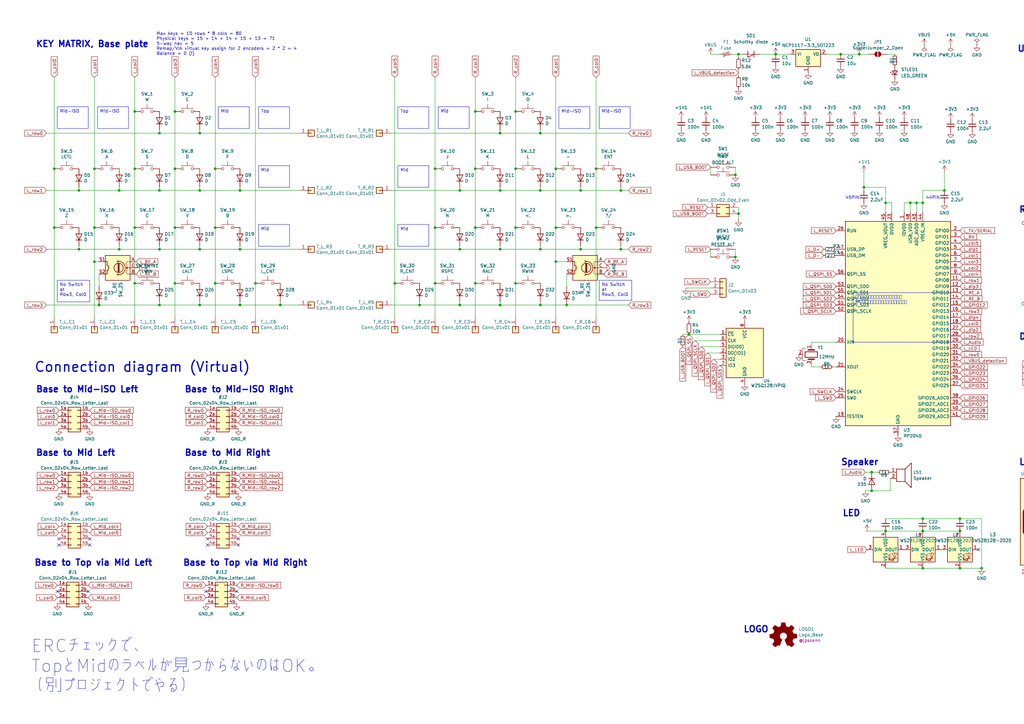
<source format=kicad_sch>
(kicad_sch (version 20231120) (generator "eeschema") (generator_version "8.0")
  (paper "A3")
  (title_block (title "Sandy") (date "2023-01-04") (rev "v.0") (company "@jpskenn"))
  (bus_alias "def-a" (members "row0" "row5" "col0" "col1"))
  (junction (at 244.475 93.345))
  (junction (at 624.205 22.225))
  (junction (at 32.385 78.105))
  (junction (at 98.425 102.235))
  (junction (at 661.67 215.9))
  (junction (at 301.625 71.755))
  (junction (at 716.915 151.765))
  (junction (at 645.16 83.185))
  (junction (at 715.01 218.44))
  (junction (at 32.385 102.235))
  (junction (at 718.82 218.44))
  (junction (at 402.59 233.045))
  (junction (at 38.735 93.345))
  (junction (at 670.56 236.22))
  (junction (at 363.22 83.185))
  (junction (at 65.405 125.095))
  (junction (at 716.915 154.305))
  (junction (at 363.22 217.805))
  (junction (at 730.885 66.675))
  (junction (at 211.455 93.345))
  (junction (at 457.2 46.355))
  (junction (at 357.505 193.675))
  (junction (at 646.43 215.9))
  (junction (at 352.425 22.225))
  (junction (at 55.245 69.215))
  (junction (at 38.735 69.215))
  (junction (at 627.38 194.31))
  (junction (at 172.085 125.095))
  (junction (at 318.135 22.225))
  (junction (at 373.38 83.185))
  (junction (at 574.675 87.63))
  (junction (at 104.775 116.205))
  (junction (at 718.82 210.82))
  (junction (at 375.92 83.185))
  (junction (at 194.945 93.345))
  (junction (at 589.915 22.225))
  (junction (at 730.885 33.655))
  (junction (at 378.46 212.725))
  (junction (at 227.965 93.345))
  (junction (at 715.01 210.82))
  (junction (at 178.435 69.215))
  (junction (at 40.64 125.095))
  (junction (at 48.895 102.235))
  (junction (at 211.455 116.205))
  (junction (at 81.915 54.61))
  (junction (at 221.615 78.105))
  (junction (at 378.46 83.185))
  (junction (at 178.435 93.345))
  (junction (at 188.595 78.105))
  (junction (at 357.505 201.295))
  (junction (at 734.06 41.275))
  (junction (at 443.23 156.845))
  (junction (at 161.925 116.205))
  (junction (at 646.43 220.98))
  (junction (at 393.7 212.725))
  (junction (at 98.425 78.105))
  (junction (at 354.33 76.835))
  (junction (at 282.575 137.16))
  (junction (at 232.41 125.095))
  (junction (at 188.595 125.095))
  (junction (at 81.915 78.105))
  (junction (at 55.245 93.345))
  (junction (at 661.67 236.22))
  (junction (at 238.125 78.105))
  (junction (at 627.38 201.93))
  (junction (at 65.405 102.235))
  (junction (at 194.945 116.205))
  (junction (at 71.755 116.205))
  (junction (at 302.895 22.225))
  (junction (at 459.105 36.195))
  (junction (at 254.635 78.105))
  (junction (at 48.895 78.105))
  (junction (at 344.805 22.225))
  (junction (at 449.58 46.355))
  (junction (at 699.77 236.22))
  (junction (at 301.625 105.41))
  (junction (at 430.53 66.675))
  (junction (at 393.7 233.045))
  (junction (at 38.735 107.315))
  (junction (at 443.23 154.305))
  (junction (at 378.46 217.805))
  (junction (at 211.455 69.215))
  (junction (at 221.615 54.61))
  (junction (at 646.43 236.22))
  (junction (at 378.46 233.045))
  (junction (at 71.755 45.72))
  (junction (at 647.7 83.185))
  (junction (at 188.595 102.235))
  (junction (at 244.475 69.215))
  (junction (at 238.125 102.235))
  (junction (at 227.965 69.215))
  (junction (at 221.615 102.235))
  (junction (at 302.895 87.63))
  (junction (at 205.105 102.235))
  (junction (at 22.225 93.345))
  (junction (at 178.435 116.205))
  (junction (at 626.11 76.835))
  (junction (at 88.265 69.215))
  (junction (at 55.245 116.205))
  (junction (at 387.35 78.105))
  (junction (at 702.31 66.675))
  (junction (at 650.24 83.185))
  (junction (at 449.58 41.275))
  (junction (at 65.405 54.61))
  (junction (at 114.935 125.095))
  (junction (at 211.455 45.72))
  (junction (at 443.23 151.765))
  (junction (at 462.28 41.275))
  (junction (at 71.755 93.345))
  (junction (at 88.265 93.345))
  (junction (at 459.105 33.655))
  (junction (at 81.915 102.235))
  (junction (at 221.615 125.095))
  (junction (at 661.67 220.98))
  (junction (at 728.98 46.355))
  (junction (at 635 83.185))
  (junction (at 721.36 41.275))
  (junction (at 573.405 71.755))
  (junction (at 227.965 107.315))
  (junction (at 393.7 217.805))
  (junction (at 730.885 36.195))
  (junction (at 554.355 137.16))
  (junction (at 205.105 125.095))
  (junction (at 65.405 78.105))
  (junction (at 194.945 45.72))
  (junction (at 194.945 69.215))
  (junction (at 98.425 125.095))
  (junction (at 71.755 69.215))
  (junction (at 22.225 69.215))
  (junction (at 55.245 45.72))
  (junction (at 88.265 116.205))
  (junction (at 254.635 102.235))
  (junction (at 81.915 125.095))
  (junction (at 459.105 66.675))
  (junction (at 721.36 46.355))
  (junction (at 205.105 78.105))
  (junction (at 631.19 220.98))
  (junction (at 716.915 156.845))
  (junction (at 659.13 78.105))
  (junction (at 573.405 105.41))
  (junction (at 205.105 54.61))
  (junction (at 616.585 22.225))
  (junction (at 428.625 236.855))
  (junction (at 574.04 22.225))
  (no_connect (at 445.77 56.515))
  (no_connect (at 23.495 242.57))
  (no_connect (at 36.83 223.52))
  (no_connect (at 36.83 220.98))
  (no_connect (at 715.01 203.2))
  (no_connect (at 85.09 220.98))
  (no_connect (at 443.865 229.235))
  (no_connect (at 24.13 223.52))
  (no_connect (at 717.55 59.055))
  (no_connect (at 24.13 220.98))
  (no_connect (at 702.945 93.345))
  (no_connect (at 715.01 228.6))
  (no_connect (at 443.865 203.835))
  (no_connect (at 715.01 226.06))
  (no_connect (at 97.79 223.52))
  (no_connect (at 669.29 228.6))
  (no_connect (at 84.455 242.57))
  (no_connect (at 717.55 56.515))
  (no_connect (at 445.77 59.055))
  (no_connect (at 97.155 242.57))
  (no_connect (at 97.79 220.98))
  (no_connect (at 443.865 226.695))
  (no_connect (at 443.865 206.375))
  (no_connect (at 431.165 93.345))
  (no_connect (at 715.01 205.74))
  (no_connect (at 702.945 95.885))
  (no_connect (at 85.09 223.52))
  (no_connect (at 431.165 95.885))
  (no_connect (at 36.195 242.57))
  (no_connect (at 401.32 225.425))
  (wire (pts (xy 19.05 125.095) (xy 40.64 125.095)))
  (wire (pts (xy 291.465 102.235) (xy 291.465 105.41)))
  (wire (pts (xy 161.925 116.205) (xy 161.925 130.175)))
  (wire (pts (xy 718.82 210.82) (xy 721.995 210.82)))
  (wire (pts (xy 205.105 53.34) (xy 205.105 54.61)))
  (wire (pts (xy 727.71 33.655) (xy 730.885 33.655)))
  (wire (pts (xy 378.46 217.805) (xy 393.7 217.805)))
  (wire (pts (xy 450.85 36.195) (xy 459.105 36.195)))
  (wire (pts (xy 302.895 22.225) (xy 304.165 22.225)))
  (wire (pts (xy 254.635 102.235) (xy 257.81 102.235)))
  (wire (pts (xy 721.36 46.355) (xy 728.98 46.355)))
  (wire (pts (xy 402.59 233.045) (xy 402.59 212.725)))
  (wire (pts (xy 722.63 36.195) (xy 730.885 36.195)))
  (wire (pts (xy 647.7 83.185) (xy 647.7 86.995)))
  (wire (pts (xy 291.465 22.225) (xy 295.275 22.225)))
  (wire (pts (xy 65.405 78.105) (xy 81.915 78.105)))
  (wire (pts (xy 627.38 194.31) (xy 629.92 194.31)))
  (wire (pts (xy 635 76.835) (xy 635 83.185)))
  (wire (pts (xy 445.77 46.355) (xy 449.58 46.355)))
  (wire (pts (xy 281.305 118.11) (xy 291.465 118.11)))
  (wire (pts (xy 188.595 125.095) (xy 188.595 123.825)))
  (wire (pts (xy 718.82 218.44) (xy 721.995 218.44)))
  (wire (pts (xy 716.915 151.765) (xy 716.915 154.305)))
  (wire (pts (xy 583.565 22.225) (xy 589.915 22.225)))
  (wire (pts (xy 717.55 46.355) (xy 721.36 46.355)))
  (wire (pts (xy 573.405 68.58) (xy 573.405 71.755)))
  (wire (pts (xy 172.085 125.095) (xy 188.595 125.095)))
  (wire (pts (xy 302.895 85.09) (xy 302.895 87.63)))
  (wire (pts (xy 378.46 212.725) (xy 393.7 212.725)))
  (wire (pts (xy 178.435 31.75) (xy 178.435 69.215)))
  (wire (pts (xy 341.63 150.495) (xy 342.9 150.495)))
  (wire (pts (xy 613.41 150.495) (xy 614.68 150.495)))
  (wire (pts (xy 98.425 76.835) (xy 98.425 78.105)))
  (wire (pts (xy 40.64 125.095) (xy 65.405 125.095)))
  (wire (pts (xy 445.77 43.815) (xy 449.58 43.815)))
  (wire (pts (xy 638.81 22.225) (xy 635.635 22.225)))
  (wire (pts (xy 160.655 125.095) (xy 172.085 125.095)))
  (wire (pts (xy 373.38 83.185) (xy 375.92 83.185)))
  (wire (pts (xy 98.425 123.825) (xy 98.425 125.095)))
  (wire (pts (xy 254.635 100.965) (xy 254.635 102.235)))
  (wire (pts (xy 211.455 116.205) (xy 211.455 130.175)))
  (wire (pts (xy 375.92 83.185) (xy 375.92 86.995)))
  (wire (pts (xy 650.24 83.185) (xy 650.24 86.995)))
  (wire (pts (xy 449.58 41.275) (xy 449.58 43.815)))
  (wire (pts (xy 730.885 36.195) (xy 730.885 66.675)))
  (wire (pts (xy 352.425 22.225) (xy 356.235 22.225)))
  (wire (pts (xy 194.945 31.75) (xy 194.945 45.72)))
  (wire (pts (xy 574.04 22.225) (xy 575.945 22.225)))
  (wire (pts (xy 422.91 66.675) (xy 430.53 66.675)))
  (wire (pts (xy 290.195 144.78) (xy 295.275 144.78)))
  (wire (pts (xy 484.505 24.765) (xy 484.505 26.67)))
  (wire (pts (xy 71.755 45.72) (xy 71.755 69.215)))
  (wire (pts (xy 332.74 150.495) (xy 336.55 150.495)))
  (wire (pts (xy 221.615 54.61) (xy 257.81 54.61)))
  (wire (pts (xy 211.455 93.345) (xy 211.455 116.205)))
  (wire (pts (xy 71.755 69.215) (xy 71.755 93.345)))
  (wire (pts (xy 370.84 83.185) (xy 373.38 83.185)))
  (wire (pts (xy 354.965 201.295) (xy 357.505 201.295)))
  (wire (pts (xy 715.01 210.82) (xy 715.01 213.36)))
  (wire (pts (xy 244.475 31.75) (xy 244.475 69.215)))
  (wire (pts (xy 564.515 147.32) (xy 567.055 147.32)))
  (wire (pts (xy 114.935 125.095) (xy 122.555 125.095)))
  (wire (pts (xy 332.74 140.335) (xy 332.74 141.605)))
  (wire (pts (xy 459.105 26.67) (xy 459.105 33.655)))
  (wire (pts (xy 637.54 83.185) (xy 635 83.185)))
  (wire (pts (xy 55.245 116.205) (xy 55.245 130.175)))
  (wire (pts (xy 178.435 93.345) (xy 178.435 116.205)))
  (wire (pts (xy 19.05 78.105) (xy 32.385 78.105)))
  (wire (pts (xy 178.435 116.205) (xy 178.435 130.175)))
  (wire (pts (xy 443.23 154.305) (xy 443.23 156.845)))
  (wire (pts (xy 457.2 46.355) (xy 473.075 46.355)))
  (wire (pts (xy 238.125 78.105) (xy 254.635 78.105)))
  (wire (pts (xy 443.865 216.535) (xy 443.865 219.075)))
  (wire (pts (xy 205.105 100.965) (xy 205.105 102.235)))
  (wire (pts (xy 285.115 139.7) (xy 295.275 139.7)))
  (wire (pts (xy 699.77 236.22) (xy 718.82 236.22)))
  (wire (pts (xy 728.98 46.355) (xy 744.855 46.355)))
  (wire (pts (xy 443.23 151.765) (xy 443.23 154.305)))
  (wire (pts (xy 743.585 39.37) (xy 734.06 39.37)))
  (wire (pts (xy 122.555 102.235) (xy 98.425 102.235)))
  (wire (pts (xy 71.755 93.345) (xy 71.755 116.205)))
  (wire (pts (xy 659.13 70.485) (xy 659.13 78.105)))
  (wire (pts (xy 574.04 28.575) (xy 574.04 31.115)))
  (wire (pts (xy 647.7 83.185) (xy 650.24 83.185)))
  (wire (pts (xy 626.11 76.835) (xy 635 76.835)))
  (wire (pts (xy 211.455 69.215) (xy 211.455 93.345)))
  (wire (pts (xy 19.05 54.61) (xy 65.405 54.61)))
  (wire (pts (xy 402.59 212.725) (xy 393.7 212.725)))
  (wire (pts (xy 65.405 54.61) (xy 81.915 54.61)))
  (wire (pts (xy 650.24 78.105) (xy 650.24 83.185)))
  (wire (pts (xy 65.405 53.34) (xy 65.405 54.61)))
  (wire (pts (xy 631.19 215.9) (xy 646.43 215.9)))
  (wire (pts (xy 623.57 220.98) (xy 631.19 220.98)))
  (wire (pts (xy 318.135 22.225) (xy 323.85 22.225)))
  (wire (pts (xy 430.53 66.675) (xy 459.105 66.675)))
  (wire (pts (xy 449.58 48.895) (xy 445.77 48.895)))
  (wire (pts (xy 48.895 76.835) (xy 48.895 78.105)))
  (wire (pts (xy 363.22 233.045) (xy 378.46 233.045)))
  (wire (pts (xy 160.655 102.235) (xy 188.595 102.235)))
  (wire (pts (xy 730.885 33.655) (xy 730.885 36.195)))
  (wire (pts (xy 715.01 215.9) (xy 715.01 218.44)))
  (wire (pts (xy 443.865 211.455) (xy 443.865 213.995)))
  (wire (pts (xy 717.55 43.815) (xy 721.36 43.815)))
  (wire (pts (xy 730.885 26.67) (xy 730.885 33.655)))
  (wire (pts (xy 302.895 23.495) (xy 302.895 22.225)))
  (wire (pts (xy 188.595 102.235) (xy 205.105 102.235)))
  (wire (pts (xy 574.675 87.63) (xy 574.675 90.17)))
  (wire (pts (xy 378.46 233.045) (xy 393.7 233.045)))
  (wire (pts (xy 287.655 142.24) (xy 295.275 142.24)))
  (wire (pts (xy 471.805 39.37) (xy 462.28 39.37)))
  (wire (pts (xy 302.895 28.575) (xy 302.895 31.115)))
  (wire (pts (xy 551.815 137.16) (xy 554.355 137.16)))
  (wire (pts (xy 291.465 68.58) (xy 291.465 71.755)))
  (wire (pts (xy 81.915 100.965) (xy 81.915 102.235)))
  (wire (pts (xy 238.125 76.835) (xy 238.125 78.105)))
  (wire (pts (xy 357.505 193.675) (xy 360.045 193.675)))
  (wire (pts (xy 449.58 28.575) (xy 445.77 28.575)))
  (wire (pts (xy 65.405 125.095) (xy 81.915 125.095)))
  (wire (pts (xy 363.22 212.725) (xy 378.46 212.725)))
  (wire (pts (xy 55.245 69.215) (xy 55.245 93.345)))
  (wire (pts (xy 363.22 217.805) (xy 378.46 217.805)))
  (wire (pts (xy 443.865 198.755) (xy 447.675 198.755)))
  (wire (pts (xy 221.615 78.105) (xy 238.125 78.105)))
  (wire (pts (xy 32.385 78.105) (xy 48.895 78.105)))
  (wire (pts (xy 232.41 112.395) (xy 232.41 117.475)))
  (wire (pts (xy 692.15 236.22) (xy 699.77 236.22)))
  (wire (pts (xy 756.285 24.765) (xy 756.285 26.67)))
  (wire (pts (xy 205.105 123.825) (xy 205.105 125.095)))
  (wire (pts (xy 670.56 215.9) (xy 661.67 215.9)))
  (wire (pts (xy 22.225 93.345) (xy 22.225 130.175)))
  (wire (pts (xy 104.775 116.205) (xy 104.775 130.175)))
  (wire (pts (xy 354.33 76.835) (xy 354.33 78.105)))
  (wire (pts (xy 459.105 36.195) (xy 459.105 66.675)))
  (wire (pts (xy 721.36 41.275) (xy 721.36 43.815)))
  (wire (pts (xy 71.755 31.75) (xy 71.755 45.72)))
  (wire (pts (xy 188.595 100.965) (xy 188.595 102.235)))
  (wire (pts (xy 188.595 78.105) (xy 205.105 78.105)))
  (wire (pts (xy 635 83.185) (xy 635 86.995)))
  (wire (pts (xy 715.01 198.12) (xy 718.82 198.12)))
  (wire (pts (xy 122.555 54.61) (xy 81.915 54.61)))
  (wire (pts (xy 302.895 87.63) (xy 302.895 90.17)))
  (wire (pts (xy 646.43 220.98) (xy 661.67 220.98)))
  (wire (pts (xy 449.58 41.275) (xy 462.28 41.275)))
  (wire (pts (xy 81.915 78.105) (xy 98.425 78.105)))
  (wire (pts (xy 635 201.93) (xy 627.38 201.93)))
  (wire (pts (xy 646.43 215.9) (xy 661.67 215.9)))
  (wire (pts (xy 661.67 236.22) (xy 670.56 236.22)))
  (wire (pts (xy 449.58 46.355) (xy 449.58 48.895)))
  (wire (pts (xy 211.455 45.72) (xy 211.455 69.215)))
  (wire (pts (xy 728.98 13.97) (xy 728.98 46.355)))
  (wire (pts (xy 221.615 53.34) (xy 221.615 54.61)))
  (wire (pts (xy 604.52 149.225) (xy 604.52 150.495)))
  (wire (pts (xy 114.935 123.825) (xy 114.935 125.095)))
  (wire (pts (xy 122.555 78.105) (xy 98.425 78.105)))
  (wire (pts (xy 462.28 41.275) (xy 473.075 41.275)))
  (wire (pts (xy 205.105 78.105) (xy 221.615 78.105)))
  (wire (pts (xy 81.915 53.34) (xy 81.915 54.61)))
  (wire (pts (xy 88.265 93.345) (xy 88.265 116.205)))
  (wire (pts (xy 378.46 83.185) (xy 378.46 86.995)))
  (wire (pts (xy 734.06 39.37) (xy 734.06 41.275)))
  (wire (pts (xy 462.28 39.37) (xy 462.28 41.275)))
  (wire (pts (xy 178.435 69.215) (xy 178.435 93.345)))
  (wire (pts (xy 55.245 93.345) (xy 55.245 116.205)))
  (wire (pts (xy 48.895 100.965) (xy 48.895 102.235)))
  (wire (pts (xy 365.76 83.185) (xy 363.22 83.185)))
  (wire (pts (xy 616.585 22.225) (xy 624.205 22.225)))
  (wire (pts (xy 205.105 125.095) (xy 221.615 125.095)))
  (wire (pts (xy 589.915 22.225) (xy 595.63 22.225)))
  (wire (pts (xy 227.965 107.315) (xy 227.965 130.175)))
  (wire (pts (xy 624.205 22.225) (xy 628.015 22.225)))
  (wire (pts (xy 188.595 125.095) (xy 205.105 125.095)))
  (wire (pts (xy 455.93 33.655) (xy 459.105 33.655)))
  (wire (pts (xy 721.36 48.895) (xy 717.55 48.895)))
  (wire (pts (xy 572.135 22.225) (xy 574.04 22.225)))
  (wire (pts (xy 71.755 116.205) (xy 71.755 130.175)))
  (wire (pts (xy 160.655 78.105) (xy 188.595 78.105)))
  (wire (pts (xy 450.85 33.655) (xy 445.77 33.655)))
  (wire (pts (xy 292.735 147.32) (xy 295.275 147.32)))
  (wire (pts (xy 211.455 31.75) (xy 211.455 45.72)))
  (wire (pts (xy 659.13 78.105) (xy 650.24 78.105)))
  (wire (pts (xy 38.735 107.315) (xy 38.735 130.175)))
  (wire (pts (xy 365.125 196.215) (xy 365.125 201.295)))
  (wire (pts (xy 221.615 123.825) (xy 221.615 125.095)))
  (wire (pts (xy 721.36 46.355) (xy 721.36 48.895)))
  (wire (pts (xy 22.225 69.215) (xy 22.225 93.345)))
  (wire (pts (xy 363.22 83.185) (xy 363.22 86.995)))
  (wire (pts (xy 232.41 107.315) (xy 227.965 107.315)))
  (wire (pts (xy 459.105 33.655) (xy 459.105 36.195)))
  (wire (pts (xy 194.945 93.345) (xy 194.945 116.205)))
  (wire (pts (xy 227.965 31.75) (xy 227.965 69.215)))
  (wire (pts (xy 98.425 100.965) (xy 98.425 102.235)))
  (wire (pts (xy 38.735 107.315) (xy 38.735 93.345)))
  (wire (pts (xy 32.385 76.835) (xy 32.385 78.105)))
  (wire (pts (xy 65.405 102.235) (xy 81.915 102.235)))
  (wire (pts (xy 344.805 22.225) (xy 352.425 22.225)))
  (wire (pts (xy 561.975 144.78) (xy 567.055 144.78)))
  (wire (pts (xy 642.62 83.185) (xy 642.62 86.995)))
  (wire (pts (xy 104.775 31.75) (xy 104.775 116.205)))
  (wire (pts (xy 32.385 100.965) (xy 32.385 102.235)))
  (wire (pts (xy 40.64 112.395) (xy 40.64 117.475)))
  (wire (pts (xy 81.915 102.235) (xy 98.425 102.235)))
  (wire (pts (xy 88.265 31.75) (xy 88.265 69.215)))
  (wire (pts (xy 32.385 102.235) (xy 48.895 102.235)))
  (wire (pts (xy 563.245 102.235) (xy 563.245 105.41)))
  (wire (pts (xy 38.735 31.75) (xy 38.735 69.215)))
  (wire (pts (xy 554.355 137.16) (xy 567.055 137.16)))
  (wire (pts (xy 244.475 69.215) (xy 244.475 93.345)))
  (wire (pts (xy 734.06 41.275) (xy 744.855 41.275)))
  (wire (pts (xy 205.105 102.235) (xy 221.615 102.235)))
  (wire (pts (xy 702.31 66.675) (xy 730.885 66.675)))
  (wire (pts (xy 221.615 76.835) (xy 221.615 78.105)))
  (wire (pts (xy 19.05 102.235) (xy 32.385 102.235)))
  (wire (pts (xy 635 196.85) (xy 635 201.93)))
  (wire (pts (xy 370.84 83.185) (xy 370.84 86.995)))
  (wire (pts (xy 471.805 13.97) (xy 457.2 13.97)))
  (wire (pts (xy 387.35 70.485) (xy 387.35 78.105)))
  (wire (pts (xy 98.425 125.095) (xy 114.935 125.095)))
  (wire (pts (xy 221.615 125.095) (xy 232.41 125.095)))
  (wire (pts (xy 227.965 69.215) (xy 227.965 93.345)))
  (wire (pts (xy 573.405 102.235) (xy 573.405 105.41)))
  (wire (pts (xy 445.77 41.275) (xy 449.58 41.275)))
  (wire (pts (xy 715.01 210.82) (xy 718.82 210.82)))
  (wire (pts (xy 670.56 236.22) (xy 670.56 215.9)))
  (wire (pts (xy 48.895 78.105) (xy 65.405 78.105)))
  (wire (pts (xy 574.675 85.09) (xy 574.675 87.63)))
  (wire (pts (xy 354.965 193.675) (xy 357.505 193.675)))
  (wire (pts (xy 363.22 76.835) (xy 363.22 83.185)))
  (wire (pts (xy 254.635 76.835) (xy 254.635 78.105)))
  (wire (pts (xy 716.915 154.305) (xy 716.915 156.845)))
  (wire (pts (xy 365.125 201.295) (xy 357.505 201.295)))
  (wire (pts (xy 645.16 83.185) (xy 645.16 86.995)))
  (wire (pts (xy 354.33 76.835) (xy 363.22 76.835)))
  (wire (pts (xy 244.475 93.345) (xy 244.475 130.175)))
  (wire (pts (xy 604.52 150.495) (xy 608.33 150.495)))
  (wire (pts (xy 574.04 23.495) (xy 574.04 22.225)))
  (wire (pts (xy 221.615 100.965) (xy 221.615 102.235)))
  (wire (pts (xy 301.625 68.58) (xy 301.625 71.755)))
  (wire (pts (xy 646.43 236.22) (xy 661.67 236.22)))
  (wire (pts (xy 559.435 142.24) (xy 567.055 142.24)))
  (wire (pts (xy 375.92 83.185) (xy 378.46 83.185)))
  (wire (pts (xy 194.945 69.215) (xy 194.945 93.345)))
  (wire (pts (xy 160.655 54.61) (xy 205.105 54.61)))
  (wire (pts (xy 194.945 116.205) (xy 194.945 130.175)))
  (wire (pts (xy 443.23 149.225) (xy 443.23 151.765)))
  (wire (pts (xy 280.035 137.16) (xy 282.575 137.16)))
  (wire (pts (xy 221.615 102.235) (xy 238.125 102.235)))
  (wire (pts (xy 88.265 69.215) (xy 88.265 93.345)))
  (wire (pts (xy 563.245 68.58) (xy 563.245 71.755)))
  (wire (pts (xy 232.41 125.095) (xy 257.81 125.095)))
  (wire (pts (xy 631.19 236.22) (xy 646.43 236.22)))
  (wire (pts (xy 188.595 76.835) (xy 188.595 78.105)))
  (wire (pts (xy 624.84 201.93) (xy 627.38 201.93)))
  (wire (pts (xy 393.7 233.045) (xy 402.59 233.045)))
  (wire (pts (xy 642.62 83.185) (xy 645.16 83.185)))
  (wire (pts (xy 332.74 149.225) (xy 332.74 150.495)))
  (wire (pts (xy 355.6 217.805) (xy 363.22 217.805)))
  (wire (pts (xy 449.58 46.355) (xy 457.2 46.355)))
  (wire (pts (xy 311.785 22.225) (xy 318.135 22.225)))
  (wire (pts (xy 457.2 13.97) (xy 457.2 46.355)))
  (wire (pts (xy 637.54 83.185) (xy 637.54 86.995)))
  (wire (pts (xy 81.915 125.095) (xy 98.425 125.095)))
  (wire (pts (xy 645.16 83.185) (xy 647.7 83.185)))
  (wire (pts (xy 563.245 22.225) (xy 567.055 22.225)))
  (wire (pts (xy 378.46 78.105) (xy 378.46 83.185)))
  (wire (pts (xy 339.09 22.225) (xy 344.805 22.225)))
  (wire (pts (xy 367.03 22.225) (xy 363.855 22.225)))
  (wire (pts (xy 332.74 140.335) (xy 342.9 140.335)))
  (wire (pts (xy 717.55 41.275) (xy 721.36 41.275)))
  (wire (pts (xy 65.405 123.825) (xy 65.405 125.095)))
  (wire (pts (xy 65.405 100.965) (xy 65.405 102.235)))
  (wire (pts (xy 556.895 139.7) (xy 567.055 139.7)))
  (wire (pts (xy 743.585 13.97) (xy 728.98 13.97)))
  (wire (pts (xy 604.52 140.335) (xy 604.52 141.605)))
  (wire (pts (xy 161.925 31.75) (xy 161.925 116.205)))
  (wire (pts (xy 40.64 107.315) (xy 38.735 107.315)))
  (wire (pts (xy 194.945 45.72) (xy 194.945 69.215)))
  (wire (pts (xy 301.625 102.235) (xy 301.625 105.41)))
  (wire (pts (xy 716.915 149.225) (xy 716.915 151.765)))
  (wire (pts (xy 631.19 220.98) (xy 646.43 220.98)))
  (wire (pts (xy 81.915 123.825) (xy 81.915 125.095)))
  (wire (pts (xy 721.36 41.275) (xy 734.06 41.275)))
  (wire (pts (xy 238.125 100.965) (xy 238.125 102.235)))
  (wire (pts (xy 38.735 69.215) (xy 38.735 93.345)))
  (wire (pts (xy 254.635 78.105) (xy 257.81 78.105)))
  (wire (pts (xy 172.085 123.825) (xy 172.085 125.095)))
  (wire (pts (xy 626.11 76.835) (xy 626.11 78.105)))
  (wire (pts (xy 721.36 28.575) (xy 717.55 28.575)))
  (wire (pts (xy 421.005 236.855) (xy 428.625 236.855)))
  (wire (pts (xy 624.84 194.31) (xy 627.38 194.31)))
  (wire (pts (xy 282.575 137.16) (xy 295.275 137.16)))
  (wire (pts (xy 55.245 45.72) (xy 55.245 69.215)))
  (wire (pts (xy 722.63 33.655) (xy 717.55 33.655)))
  (wire (pts (xy 387.35 78.105) (xy 378.46 78.105)))
  (wire (pts (xy 354.33 70.485) (xy 354.33 76.835)))
  (wire (pts (xy 227.965 93.345) (xy 227.965 107.315)))
  (wire (pts (xy 610.87 22.225) (xy 616.585 22.225)))
  (wire (pts (xy 373.38 83.185) (xy 373.38 86.995)))
  (wire (pts (xy 238.125 102.235) (xy 254.635 102.235)))
  (wire (pts (xy 604.52 140.335) (xy 614.68 140.335)))
  (wire (pts (xy 715.01 218.44) (xy 718.82 218.44)))
  (wire (pts (xy 65.405 76.835) (xy 65.405 78.105)))
  (wire (pts (xy 22.225 31.75) (xy 22.225 69.215)))
  (wire (pts (xy 553.085 118.11) (xy 563.245 118.11)))
  (wire (pts (xy 205.105 54.61) (xy 221.615 54.61)))
  (wire (pts (xy 205.105 76.835) (xy 205.105 78.105)))
  (wire (pts (xy 48.895 102.235) (xy 65.405 102.235)))
  (wire (pts (xy 428.625 236.855) (xy 447.675 236.855)))
  (wire (pts (xy 88.265 116.205) (xy 88.265 130.175)))
  (wire (pts (xy 55.245 31.75) (xy 55.245 45.72)))
  (wire (pts (xy 694.69 66.675) (xy 702.31 66.675)))
  (wire (pts (xy 626.11 70.485) (xy 626.11 76.835)))
  (wire (pts (xy 365.76 83.185) (xy 365.76 86.995)))
  (wire (pts (xy 81.915 76.835) (xy 81.915 78.105)))
  (wire (pts (xy 300.355 22.225) (xy 302.895 22.225)))
  (text_box "No Switch\nat\nRow3, Col0" (at 245.745 114.935 0) (size 13.335 8.255) (effects (font (size 1.27 1.27)) (justify left top)))
  (text_box "Mid" (at 106.045 67.945 0) (size 12.7 8.89) (effects (font (size 1.27 1.27)) (justify left top)))
  (text_box "Mid" (at 163.195 92.075 0) (size 12.7 8.89) (effects (font (size 1.27 1.27)) (justify left top)))
  (text_box "ピンはとりあえず仮に配置してるだけ。\nMCUを基板に配置後、最適化する予定。\n" (at 349.885 120.015 0) (size 40.005 20.32) (effects (font (size 1.27 1.27)) (justify left top)))
  (text_box "Mid-ISO" (at 229.235 43.815 0) (size 12.7 8.89) (effects (font (size 1.27 1.27)) (justify left top)))
  (text_box "Mid" (at 106.045 92.075 0) (size 12.7 8.89) (effects (font (size 1.27 1.27)) (justify left top)))
  (text_box "Mid-ISO" (at 40.005 43.815 0) (size 12.7 8.89) (effects (font (size 1.27 1.27)) (justify left top)))
  (text_box "Mid" (at 89.535 43.815 0) (size 12.7 8.89) (effects (font (size 1.27 1.27)) (justify left top)))
  (text_box "Mid" (at 179.705 43.815 0) (size 12.7 8.89) (effects (font (size 1.27 1.27)) (justify left top)))
  (text_box "TODO\nRP2040まわりの右手側\n仮想接続\nネジ\n" (at 386.715 -22.86 0) (size 45.72 20.32) (effects (font (size 1.27 1.27)) (justify left top)))
  (text_box "Mid-ISO" (at 23.495 43.815 0) (size 12.7 8.89) (effects (font (size 1.27 1.27)) (justify left top)))
  (text_box "ピンはとりあえず仮に配置してるだけ。\nMCUを基板に配置後、最適化する予定。\n" (at 621.665 120.015 0) (size 40.005 20.32) (effects (font (size 1.27 1.27)) (justify left top)))
  (text_box "Top" (at 106.045 43.815 0) (size 12.7 8.89) (effects (font (size 1.27 1.27)) (justify left top)))
  (text_box "Top" (at 163.195 43.815 0) (size 12.7 8.89) (effects (font (size 1.27 1.27)) (justify left top)))
  (text_box "No Switch\nat\nRow3, Col0" (at 23.495 114.935 0) (size 13.335 8.89) (effects (font (size 1.27 1.27)) (justify left top)))
  (text_box "全二重はジャンパをしない\n半二重はジャンパする" (at 718.82 220.98 0) (size 22.225 8.255) (effects (font (size 1.27 1.27)) (justify left top)))
  (text_box "Mid" (at 163.195 67.945 0) (size 12.7 8.89) (effects (font (size 1.27 1.27)) (justify left top)))
  (text_box "Mid-ISO" (at 245.745 43.815 0) (size 12.7 8.89) (effects (font (size 1.27 1.27)) (justify left top)))
  (text "R>L Connection" (at 688.975 190.5 0) (effects (font (size 2.54 2.54) (thickness 0.508) (bold yes)) (justify left bottom)))
  (text "Base to Top via Mid Left" (at 13.97 232.41 0) (effects (font (size 2.54 2.54) (thickness 0.508) (bold yes)) (justify left bottom)))
  (text "SCREWS to Mid" (at 188.595 304.165 0) (effects (font (size 2.54 2.54) (thickness 0.508) (bold yes)) (justify left bottom)))
  (text "L>R Connection" (at 417.83 191.135 0) (effects (font (size 2.54 2.54) (thickness 0.508) (bold yes)) (justify left bottom)))
  (text "SCREWS to Bottom Plate" (at 7.62 303.53 0) (effects (font (size 2.54 2.54) (thickness 0.508) (bold yes)) (justify left bottom)))
  (text "Speaker" (at 344.805 191.135 0) (effects (font (size 2.54 2.54) (thickness 0.508) (bold yes)) (justify left bottom)))
  (text "USB" (at 688.975 21.59 0) (effects (font (size 2.54 2.54) (thickness 0.508) (bold yes)) (justify left bottom)))
  (text "Base to Top via Mid Right" (at 74.93 232.41 0) (effects (font (size 2.54 2.54) (thickness 0.508) (bold yes)) (justify left bottom)))
  (text "Connection diagram (Virtual)" (at 13.97 153.035 0) (effects (font (size 4 4) (thickness 0.508) (bold yes)) (justify left bottom)))
  (text "Base to Mid-ISO Right" (at 75.565 161.29 0) (effects (font (size 2.54 2.54) (thickness 0.508) (bold yes)) (justify left bottom)))
  (text "44PIN" (at 379.73 81.915 0) (effects (font (size 1.27 1.27)) (justify left bottom)))
  (text "USB" (at 417.195 21.59 0) (effects (font (size 2.54 2.54) (thickness 0.508) (bold yes)) (justify left bottom)))
  (text "LOGO" (at 304.8 259.715 0) (effects (font (size 2.54 2.54) (thickness 0.508) (bold yes)) (justify left bottom)))
  (text "44PIN" (at 651.51 81.915 0) (effects (font (size 1.27 1.27)) (justify left bottom)))
  (text "45PIN" (at 346.71 81.915 0) (effects (font (size 1.27 1.27)) (justify left bottom)))
  (text "Base to Mid Right" (at 75.565 187.325 0) (effects (font (size 2.54 2.54) (thickness 0.508) (bold yes)) (justify left bottom)))
  (text "Reserved pins" (at 417.83 87.63 0) (effects (font (size 2.54 2.54) (thickness 0.508) (bold yes)) (justify left bottom)))
  (text "Base to Mid-ISO Left" (at 14.605 161.29 0) (effects (font (size 2.54 2.54) (thickness 0.508) (bold yes)) (justify left bottom)))
  (text "LED" (at 613.41 215.265 0) (effects (font (size 2.54 2.54) (thickness 0.508) (bold yes)) (justify left bottom)))
  (text "LED" (at 345.44 212.09 0) (effects (font (size 2.54 2.54) (thickness 0.508) (bold yes)) (justify left bottom)))
  (text "ERCチェックで、\nTopとMidのラベルが見つからないのはOK。\n（別プロジェクトでやる）" (at 12.7 284.48 0) (effects (font (size 5.08 5.08)) (justify left bottom)))
  (text "KEY MATRIX, Base plate" (at 14.605 19.685 0) (effects (font (size 2.54 2.54) (thickness 0.508) (bold yes)) (justify left bottom)))
  (text "Base to Mid Left" (at 14.605 187.325 0) (effects (font (size 2.54 2.54) (thickness 0.508) (bold yes)) (justify left bottom)))
  (text "Reserved pins" (at 689.61 87.63 0) (effects (font (size 2.54 2.54) (thickness 0.508) (bold yes)) (justify left bottom)))
  (text "DIP Switch" (at 690.88 140.335 0) (effects (font (size 2.54 2.54) (thickness 0.508) (bold yes)) (justify left bottom)))
  (text "DIP Switch" (at 417.83 139.7 0) (effects (font (size 2.54 2.54) (thickness 0.508) (bold yes)) (justify left bottom)))
  (text "45PIN" (at 618.49 81.915 0) (effects (font (size 1.27 1.27)) (justify left bottom)))
  (text "Max keys = 10 rows * 8 cols = 80\nPhysical keys = 15 + 14 + 14 + 15 + 13 = 71\n5-way nav = 5\nRemap/VIA virtual key assign for 2 encoders = 2 * 2 = 4\nBalance = 0 (!)" (at 64.135 22.86 0) (effects (font (size 1.27 1.27)) (justify left bottom)))
  (text "Speaker" (at 613.41 191.135 0) (effects (font (size 2.54 2.54) (thickness 0.508) (bold yes)) (justify left bottom)))
  (global_label "R_RESET" (shape input) (at 563.245 102.235 180) (property "Intersheetrefs" "${INTERSHEET_REFS}" (effects (hide yes))))
  (global_label "L_col5" (shape input) (at 270.51 314.325 180) (property "Intersheetrefs" "${INTERSHEET_REFS}" (effects (hide yes))) (property "シート間のリファレンス" "${INTERSHEET_REFS}" (effects (hide yes))))
  (global_label "R_D-" (shape input) (at 609.6 104.775 180) (property "Intersheetrefs" "${INTERSHEET_REFS}" (effects (hide yes))))
  (global_label "R_Mid-ISO_row2" (shape input) (at 97.79 200.025 0) (property "Intersheetrefs" "${INTERSHEET_REFS}" (effects (hide yes))) (property "シート間のリファレンス" "${INTERSHEET_REFS}" (effects (hide yes))))
  (global_label "L_QSPI_SD0" (shape input) (at 342.9 117.475 180) (property "Intersheetrefs" "${INTERSHEET_REFS}" (effects (hide yes))))
  (global_label "L_row3" (shape input) (at 19.05 125.095 180) (property "Intersheetrefs" "${INTERSHEET_REFS}" (effects (hide yes))) (property "シート間のリファレンス" "${INTERSHEET_REFS}" (effects (hide yes))))
  (global_label "L_dip1" (shape input) (at 427.99 149.225 180) (property "Intersheetrefs" "${INTERSHEET_REFS}" (effects (hide yes))))
  (global_label "R_col3" (shape input) (at 665.48 107.315 0) (property "Intersheetrefs" "${INTERSHEET_REFS}" (effects (hide yes))) (property "シート間のリファレンス" "${INTERSHEET_REFS}" (effects (hide yes))))
  (global_label "R_GPIO29" (shape input) (at 665.48 170.815 0) (property "Intersheetrefs" "${INTERSHEET_REFS}" (effects (hide yes))))
  (global_label "R_QSPI_SD1" (shape input) (at 561.975 144.78 270) (property "Intersheetrefs" "${INTERSHEET_REFS}" (effects (hide yes))))
  (global_label "R_col1" (shape input) (at 665.48 104.775 0) (property "Intersheetrefs" "${INTERSHEET_REFS}" (effects (hide yes))) (property "シート間のリファレンス" "${INTERSHEET_REFS}" (effects (hide yes))))
  (global_label "L_col1" (shape input) (at 24.13 173.355 180) (property "Intersheetrefs" "${INTERSHEET_REFS}" (effects (hide yes))) (property "シート間のリファレンス" "${INTERSHEET_REFS}" (effects (hide yes))))
  (global_label "L_col4" (shape input) (at 393.7 112.395 0) (property "Intersheetrefs" "${INTERSHEET_REFS}" (effects (hide yes))) (property "シート間のリファレンス" "${INTERSHEET_REFS}" (effects (hide yes))))
  (global_label "L_GPIO23" (shape input) (at 393.7 153.035 0) (property "Intersheetrefs" "${INTERSHEET_REFS}" (effects (hide yes))))
  (global_label "R_row2" (shape input) (at 85.09 200.025 180) (property "Intersheetrefs" "${INTERSHEET_REFS}" (effects (hide yes))) (property "シート間のリファレンス" "${INTERSHEET_REFS}" (effects (hide yes))))
  (global_label "L_Mid-ISO_row0" (shape input) (at 36.83 194.945 0) (property "Intersheetrefs" "${INTERSHEET_REFS}" (effects (hide yes))) (property "シート間のリファレンス" "${INTERSHEET_REFS}" (effects (hide yes))))
  (global_label "L_D-" (shape input) (at 337.82 104.775 180) (property "Intersheetrefs" "${INTERSHEET_REFS}" (effects (hide yes))))
  (global_label "L_col4" (shape input) (at 24.13 215.9 180) (property "Intersheetrefs" "${INTERSHEET_REFS}" (effects (hide yes))) (property "シート間のリファレンス" "${INTERSHEET_REFS}" (effects (hide yes))))
  (global_label "R_dip1" (shape input) (at 701.675 149.225 180) (property "Intersheetrefs" "${INTERSHEET_REFS}" (effects (hide yes))))
  (global_label "L_Mid-ISO_row0" (shape input) (at 36.83 168.275 0) (property "Intersheetrefs" "${INTERSHEET_REFS}" (effects (hide yes))) (property "シート間のリファレンス" "${INTERSHEET_REFS}" (effects (hide yes))))
  (global_label "R_Mid-ISO_col0" (shape input) (at 97.79 170.815 0) (property "Intersheetrefs" "${INTERSHEET_REFS}" (effects (hide yes))) (property "シート間のリファレンス" "${INTERSHEET_REFS}" (effects (hide yes))))
  (global_label "L_GPIO26" (shape input) (at 393.7 163.195 0) (property "Intersheetrefs" "${INTERSHEET_REFS}" (effects (hide yes))))
  (global_label "L_col4" (shape input) (at 88.265 31.75 90) (property "Intersheetrefs" "${INTERSHEET_REFS}" (effects (hide yes))) (property "シート間のリファレンス" "${INTERSHEET_REFS}" (effects (hide yes))))
  (global_label "L_RX" (shape input) (at 393.7 97.155 0) (property "Intersheetrefs" "${INTERSHEET_REFS}" (effects (hide yes))))
  (global_label "L_Mid_col5" (shape input) (at 36.83 218.44 0) (property "Intersheetrefs" "${INTERSHEET_REFS}" (effects (hide yes))) (property "シート間のリファレンス" "${INTERSHEET_REFS}" (effects (hide yes))))
  (global_label "R_SWD" (shape input) (at 563.245 120.65 180) (property "Intersheetrefs" "${INTERSHEET_REFS}" (effects (hide yes))))
  (global_label "R_SWD" (shape input) (at 614.68 163.195 180) (property "Intersheetrefs" "${INTERSHEET_REFS}" (effects (hide yes))))
  (global_label "L_col4" (shape input) (at 247.015 324.485 180) (property "Intersheetrefs" "${INTERSHEET_REFS}" (effects (hide yes))) (property "シート間のリファレンス" "${INTERSHEET_REFS}" (effects (hide yes))))
  (global_label "R_dip3" (shape input) (at 701.675 154.305 180) (property "Intersheetrefs" "${INTERSHEET_REFS}" (effects (hide yes))))
  (global_label "R_GPIO28" (shape input) (at 702.945 113.665 0) (property "Intersheetrefs" "${INTERSHEET_REFS}" (effects (hide yes))))
  (global_label "L_USB_BOOT" (shape input) (at 280.035 142.24 270) (property "Intersheetrefs" "${INTERSHEET_REFS}" (effects (hide yes))))
  (global_label "L_GPIO27" (shape input) (at 393.7 165.735 0) (property "Intersheetrefs" "${INTERSHEET_REFS}" (effects (hide yes))))
  (global_label "R_row1" (shape input) (at 257.81 78.105 0) (property "Intersheetrefs" "${INTERSHEET_REFS}" (effects (hide yes))) (property "シート間のリファレンス" "${INTERSHEET_REFS}" (effects (hide yes))))
  (global_label "L_QSPI_SCLK" (shape input) (at 285.115 139.7 270) (property "Intersheetrefs" "${INTERSHEET_REFS}" (effects (hide yes))))
  (global_label "R_row3" (shape input) (at 665.48 127.635 0) (property "Intersheetrefs" "${INTERSHEET_REFS}" (effects (hide yes))) (property "シート間のリファレンス" "${INTERSHEET_REFS}" (effects (hide yes))))
  (global_label "L_GPIO25" (shape input) (at 393.7 158.115 0) (property "Intersheetrefs" "${INTERSHEET_REFS}" (effects (hide yes))))
  (global_label "L_TX{slash}SERIAL" (shape input) (at 443.865 216.535 0) (property "Intersheetrefs" "${INTERSHEET_REFS}" (effects (hide yes))))
  (global_label "R_TX{slash}SERIAL" (shape input) (at 665.48 94.615 0) (property "Intersheetrefs" "${INTERSHEET_REFS}" (effects (hide yes))))
  (global_label "L_VBUS_detection" (shape input) (at 302.895 29.845 180) (property "Intersheetrefs" "${INTERSHEET_REFS}" (effects (hide yes))))
  (global_label "R_RE_A" (shape input) (at 247.65 107.315 0) (property "Intersheetrefs" "${INTERSHEET_REFS}" (effects (hide yes))) (property "シート間のリファレンス" "${INTERSHEET_REFS}" (effects (hide yes))))
  (global_label "L_RX" (shape input) (at 443.865 211.455 0) (property "Intersheetrefs" "${INTERSHEET_REFS}" (effects (hide yes))))
  (global_label "R_GPIO25" (shape input) (at 665.48 158.115 0) (property "Intersheetrefs" "${INTERSHEET_REFS}" (effects (hide yes))))
  (global_label "R_D+" (shape input) (at 744.855 46.355 0) (effects (font (size 1.524 1.524))) (property "Intersheetrefs" "${INTERSHEET_REFS}" (effects (hide yes))) (property "シート間のリファレンス" "${INTERSHEET_REFS}" (effects (hide yes))))
  (global_label "R_QSPI_SD0" (shape input) (at 614.68 117.475 180) (property "Intersheetrefs" "${INTERSHEET_REFS}" (effects (hide yes))))
  (global_label "L_Mid_col4" (shape input) (at 36.83 215.9 0) (property "Intersheetrefs" "${INTERSHEET_REFS}" (effects (hide yes))) (property "シート間のリファレンス" "${INTERSHEET_REFS}" (effects (hide yes))))
  (global_label "R_VBUS_detection" (shape input) (at 574.04 29.845 180) (property "Intersheetrefs" "${INTERSHEET_REFS}" (effects (hide yes))))
  (global_label "L_USB_BOOT" (shape input) (at 290.195 87.63 180) (property "Intersheetrefs" "${INTERSHEET_REFS}" (effects (hide yes))))
  (global_label "R_QSPI_SD3" (shape input) (at 614.68 125.095 180) (property "Intersheetrefs" "${INTERSHEET_REFS}" (effects (hide yes))))
  (global_label "L_dip4" (shape input) (at 427.99 156.845 180) (property "Intersheetrefs" "${INTERSHEET_REFS}" (effects (hide yes))))
  (global_label "L_row2" (shape input) (at 24.13 200.025 180) (property "Intersheetrefs" "${INTERSHEET_REFS}" (effects (hide yes))) (property "シート間のリファレンス" "${INTERSHEET_REFS}" (effects (hide yes))))
  (global_label "R_GPIO12" (shape input) (at 702.945 126.365 0) (property "Intersheetrefs" "${INTERSHEET_REFS}" (effects (hide yes))))
  (global_label "R_dip3" (shape input) (at 665.48 117.475 0) (property "Intersheetrefs" "${INTERSHEET_REFS}" (effects (hide yes))))
  (global_label "R_row0" (shape input) (at 380.365 314.325 180) (property "Intersheetrefs" "${INTERSHEET_REFS}" (effects (hide yes))) (property "シート間のリファレンス" "${INTERSHEET_REFS}" (effects (hide yes))))
  (global_label "R_col5" (shape input) (at 161.925 31.75 90) (property "Intersheetrefs" "${INTERSHEET_REFS}" (effects (hide yes))) (property "シート間のリファレンス" "${INTERSHEET_REFS}" (effects (hide yes))))
  (global_label "R_USB_BOOT" (shape input) (at 551.815 142.24 270) (property "Intersheetrefs" "${INTERSHEET_REFS}" (effects (hide yes))))
  (global_label "R_col1" (shape input) (at 85.09 173.355 180) (property "Intersheetrefs" "${INTERSHEET_REFS}" (effects (hide yes))) (property "シート間のリファレンス" "${INTERSHEET_REFS}" (effects (hide yes))))
  (global_label "L_QSPI_SD3" (shape input) (at 342.9 125.095 180) (property "Intersheetrefs" "${INTERSHEET_REFS}" (effects (hide yes))))
  (global_label "L_RE_B" (shape input) (at 393.7 122.555 0) (property "Intersheetrefs" "${INTERSHEET_REFS}" (effects (hide yes))) (property "シート間のリファレンス" "${INTERSHEET_REFS}" (effects (hide yes))))
  (global_label "R_row1" (shape input) (at 665.48 114.935 0) (property "Intersheetrefs" "${INTERSHEET_REFS}" (effects (hide yes))) (property "シート間のリファレンス" "${INTERSHEET_REFS}" (effects (hide yes))))
  (global_label "R_dip1" (shape input) (at 665.48 102.235 0) (property "Intersheetrefs" "${INTERSHEET_REFS}" (effects (hide yes))))
  (global_label "R_col5" (shape input) (at 85.09 218.44 180) (property "Intersheetrefs" "${INTERSHEET_REFS}" (effects (hide yes))) (property "シート間のリファレンス" "${INTERSHEET_REFS}" (effects (hide yes))))
  (global_label "L_D+" (shape input) (at 473.075 46.355 0) (effects (font (size 1.524 1.524))) (property "Intersheetrefs" "${INTERSHEET_REFS}" (effects (hide yes))) (property "シート間のリファレンス" "${INTERSHEET_REFS}" (effects (hide yes))))
  (global_label "L_GPIO28" (shape input) (at 431.165 113.665 0) (property "Intersheetrefs" "${INTERSHEET_REFS}" (effects (hide yes))))
  (global_label "R_Mid_col5" (shape input) (at 97.155 245.11 0) (property "Intersheetrefs" "${INTERSHEET_REFS}" (effects (hide yes))) (property "シート間のリファレンス" "${INTERSHEET_REFS}" (effects (hide yes))))
  (global_label "R_col5" (shape input) (at 323.215 314.325 180) (property "Intersheetrefs" "${INTERSHEET_REFS}" (effects (hide yes))) (property "シート間のリファレンス" "${INTERSHEET_REFS}" (effects (hide yes))))
  (global_label "L_Mid-ISO_row1" (shape input) (at 36.83 197.485 0) (property "Intersheetrefs" "${INTERSHEET_REFS}" (effects (hide yes))) (property "シート間のリファレンス" "${INTERSHEET_REFS}" (effects (hide yes))))
  (global_label "L_dip2" (shape input) (at 427.99 151.765 180) (property "Intersheetrefs" "${INTERSHEET_REFS}" (effects (hide yes))))
  (global_label "L_QSPI_SD1" (shape input) (at 290.195 144.78 270) (property "Intersheetrefs" "${INTERSHEET_REFS}" (effects (hide yes))))
  (global_label "L_GPIO24" (shape input) (at 393.7 155.575 0) (property "Intersheetrefs" "${INTERSHEET_REFS}" (effects (hide yes))))
  (global_label "R_row1" (shape input) (at 85.09 197.485 180) (property "Intersheetrefs" "${INTERSHEET_REFS}" (effects (hide yes))) (property "シート間のリファレンス" "${INTERSHEET_REFS}" (effects (hide yes))))
  (global_label "R_Mid-ISO_row1" (shape input) (at 97.79 197.485 0) (property "Intersheetrefs" "${INTERSHEET_REFS}" (effects (hide yes))) (property "シート間のリファレンス" "${INTERSHEET_REFS}" (effects (hide yes))))
  (global_label "L_GPIO29" (shape input) (at 431.165 116.205 0) (property "Intersheetrefs" "${INTERSHEET_REFS}" (effects (hide yes))))
  (global_label "R_col2" (shape input) (at 665.48 109.855 0) (property "Intersheetrefs" "${INTERSHEET_REFS}" (effects (hide yes))) (property "シート間のリファレンス" "${INTERSHEET_REFS}" (effects (hide yes))))
  (global_label "L_QSPI_SS" (shape input) (at 342.9 112.395 180) (property "Intersheetrefs" "${INTERSHEET_REFS}" (effects (hide yes))))
  (global_label "R_dip4" (shape input) (at 701.675 156.845 180) (property "Intersheetrefs" "${INTERSHEET_REFS}" (effects (hide yes))))
  (global_label "L_row0" (shape input) (at 393.7 145.415 0) (property "Intersheetrefs" "${INTERSHEET_REFS}" (effects (hide yes))) (property "シート間のリファレンス" "${INTERSHEET_REFS}" (effects (hide yes))))
  (global_label "R_Audio" (shape input) (at 665.48 140.335 0) (property "Intersheetrefs" "${INTERSHEET_REFS}" (effects (hide yes))))
  (global_label "R_Mid_col5" (shape input) (at 97.79 218.44 0) (property "Intersheetrefs" "${INTERSHEET_REFS}" (effects (hide yes))) (property "シート間のリファレンス" "${INTERSHEET_REFS}" (effects (hide yes))))
  (global_label "L_col0" (shape input) (at 393.7 132.715 0) (property "Intersheetrefs" "${INTERSHEET_REFS}" (effects (hide yes))) (property "シート間のリファレンス" "${INTERSHEET_REFS}" (effects (hide yes))))
  (global_label "R_GPIO23" (shape input) (at 665.48 153.035 0) (property "Intersheetrefs" "${INTERSHEET_REFS}" (effects (hide yes))))
  (global_label "L_QSPI_SD1" (shape input) (at 342.9 120.015 180) (property "Intersheetrefs" "${INTERSHEET_REFS}" (effects (hide yes))))
  (global_label "R_col0" (shape input) (at 85.09 170.815 180) (property "Intersheetrefs" "${INTERSHEET_REFS}" (effects (hide yes))) (property "シート間のリファレンス" "${INTERSHEET_REFS}" (effects (hide yes))))
  (global_label "R_row3" (shape input) (at 257.81 125.095 0) (property "Intersheetrefs" "${INTERSHEET_REFS}" (effects (hide yes))) (property "シート間のリファレンス" "${INTERSHEET_REFS}" (effects (hide yes))))
  (global_label "R_col4" (shape input) (at 346.075 324.485 180) (property "Intersheetrefs" "${INTERSHEET_REFS}" (effects (hide yes))) (property "シート間のリファレンス" "${INTERSHEET_REFS}" (effects (hide yes))))
  (global_label "L_col5" (shape input) (at 393.7 99.695 0) (property "Intersheetrefs" "${INTERSHEET_REFS}" (effects (hide yes))) (property "シート間のリファレンス" "${INTERSHEET_REFS}" (effects (hide yes))))
  (global_label "L_GPIO12" (shape input) (at 393.7 125.095 0) (property "Intersheetrefs" "${INTERSHEET_REFS}" (effects (hide yes))))
  (global_label "L_GPIO22" (shape input) (at 393.7 150.495 0) (property "Intersheetrefs" "${INTERSHEET_REFS}" (effects (hide yes))))
  (global_label "L_row0" (shape input) (at 23.495 240.03 180) (property "Intersheetrefs" "${INTERSHEET_REFS}" (effects (hide yes))) (property "シート間のリファレンス" "${INTERSHEET_REFS}" (effects (hide yes))))
  (global_label "L_Mid-ISO_col0" (shape input) (at 36.83 170.815 0) (property "Intersheetrefs" "${INTERSHEET_REFS}" (effects (hide yes))) (property "シート間のリファレンス" "${INTERSHEET_REFS}" (effects (hide yes))))
  (global_label "L_col3" (shape input) (at 393.7 107.315 0) (property "Intersheetrefs" "${INTERSHEET_REFS}" (effects (hide yes))) (property "シート間のリファレンス" "${INTERSHEET_REFS}" (effects (hide yes))))
  (global_label "L_Audio" (shape input) (at 354.965 193.675 180) (property "Intersheetrefs" "${INTERSHEET_REFS}" (effects (hide yes))))
  (global_label "L_dip3" (shape input) (at 427.99 154.305 180) (property "Intersheetrefs" "${INTERSHEET_REFS}" (effects (hide yes))))
  (global_label "L_GPIO24" (shape input) (at 431.165 103.505 0) (property "Intersheetrefs" "${INTERSHEET_REFS}" (effects (hide yes))))
  (global_label "L_col2" (shape input) (at 55.245 31.75 90) (property "Intersheetrefs" "${INTERSHEET_REFS}" (effects (hide yes))) (property "シート間のリファレンス" "${INTERSHEET_REFS}" (effects (hide yes))))
  (global_label "L_Mid-ISO_row0" (shape input) (at 36.195 240.03 0) (property "Intersheetrefs" "${INTERSHEET_REFS}" (effects (hide yes))) (property "シート間のリファレンス" "${INTERSHEET_REFS}" (effects (hide yes))))
  (global_label "R_col5" (shape input) (at 84.455 245.11 180) (property "Intersheetrefs" "${INTERSHEET_REFS}" (effects (hide yes))) (property "シート間のリファレンス" "${INTERSHEET_REFS}" (effects (hide yes))))
  (global_label "L_dip3" (shape input) (at 393.7 117.475 0) (property "Intersheetrefs" "${INTERSHEET_REFS}" (effects (hide yes))))
  (global_label "L_row2" (shape input) (at 393.7 137.795 0) (property "Intersheetrefs" "${INTERSHEET_REFS}" (effects (hide yes))) (property "シート間のリファレンス" "${INTERSHEET_REFS}" (effects (hide yes))))
  (global_label "L_SWCLK" (shape input) (at 291.465 115.57 180) (property "Intersheetrefs" "${INTERSHEET_REFS}" (effects (hide yes))))
  (global_label "R_GPIO22" (shape input) (at 702.945 98.425 0) (property "Intersheetrefs" "${INTERSHEET_REFS}" (effects (hide yes))))
  (global_label "L_Audio" (shape input) (at 393.7 140.335 0) (property "Intersheetrefs" "${INTERSHEET_REFS}" (effects (hide yes))))
  (global_label "R_LED" (shape input) (at 623.57 228.6 180) (property "Intersheetrefs" "${INTERSHEET_REFS}" (effects (hide yes))) (property "シート間のリファレンス" "${INTERSHEET_REFS}" (effects (hide yes))))
  (global_label "L_col1" (shape input) (at 393.7 104.775 0) (property "Intersheetrefs" "${INTERSHEET_REFS}" (effects (hide yes))) (property "シート間のリファレンス" "${INTERSHEET_REFS}" (effects (hide yes))))
  (global_label "R_col0" (shape input) (at 665.48 132.715 0) (property "Intersheetrefs" "${INTERSHEET_REFS}" (effects (hide yes))) (property "シート間のリファレンス" "${INTERSHEET_REFS}" (effects (hide yes))))
  (global_label "R_row0" (shape input) (at 85.09 168.275 180) (property "Intersheetrefs" "${INTERSHEET_REFS}" (effects (hide yes))) (property "シート間のリファレンス" "${INTERSHEET_REFS}" (effects (hide yes))))
  (global_label "R_GPIO26" (shape input) (at 665.48 163.195 0) (property "Intersheetrefs" "${INTERSHEET_REFS}" (effects (hide yes))))
  (global_label "R_SWCLK" (shape input) (at 563.245 115.57 180) (property "Intersheetrefs" "${INTERSHEET_REFS}" (effects (hide yes))))
  (global_label "L_row0" (shape input) (at 196.215 314.325 180) (property "Intersheetrefs" "${INTERSHEET_REFS}" (effects (hide yes))) (property "シート間のリファレンス" "${INTERSHEET_REFS}" (effects (hide yes))))
  (global_label "L_col2" (shape input) (at 393.7 109.855 0) (property "Intersheetrefs" "${INTERSHEET_REFS}" (effects (hide yes))) (property "シート間のリファレンス" "${INTERSHEET_REFS}" (effects (hide yes))))
  (global_label "L_row2" (shape input) (at 19.05 102.235 180) (property "Intersheetrefs" "${INTERSHEET_REFS}" (effects (hide yes))) (property "シート間のリファレンス" "${INTERSHEET_REFS}" (effects (hide yes))))
  (global_label "R_row2" (shape input) (at 257.81 102.235 0) (property "Intersheetrefs" "${INTERSHEET_REFS}" (effects (hide yes))) (property "シート間のリファレンス" "${INTERSHEET_REFS}" (effects (hide yes))))
  (global_label "R_TX{slash}SERIAL" (shape input) (at 721.995 210.82 0) (property "Intersheetrefs" "${INTERSHEET_REFS}" (effects (hide yes))))
  (global_label "L_TX{slash}SERIAL" (shape input) (at 393.7 94.615 0) (property "Intersheetrefs" "${INTERSHEET_REFS}" (effects (hide yes))))
  (global_label "L_dip1" (shape input) (at 393.7 102.235 0) (property "Intersheetrefs" "${INTERSHEET_REFS}" (effects (hide yes))))
  (global_label "R_GPIO27" (shape input) (at 702.945 111.125 0) (property "Intersheetrefs" "${INTERSHEET_REFS}" (effects (hide yes))))
  (global_label "R_col4" (shape input) (at 85.09 215.9 180) (property "Intersheetrefs" "${INTERSHEET_REFS}" (effects (hide yes))) (property "シート間のリファレンス" "${INTERSHEET_REFS}" (effects (hide yes))))
  (global_label "R_QSPI_SD1" (shape input) (at 614.68 120.015 180) (property "Intersheetrefs" "${INTERSHEET_REFS}" (effects (hide yes))))
  (global_label "R_dip4" (shape input) (at 665.48 130.175 0) (property "Intersheetrefs" "${INTERSHEET_REFS}" (effects (hide yes))))
  (global_label "R_GPIO24" (shape input) (at 702.945 103.505 0) (property "Intersheetrefs" "${INTERSHEET_REFS}" (effects (hide yes))))
  (global_label "R_QSPI_SD2" (shape input) (at 564.515 147.32 270) (property "Intersheetrefs" "${INTERSHEET_REFS}" (effects (hide yes))))
  (global_label "L_GPIO12" (shape input) (at 431.165 126.365 0) (property "Intersheetrefs" "${INTERSHEET_REFS}" (effects (hide yes))))
  (global_label "L_RE_A" (shape input) (at 55.88 107.315 0) (property "Intersheetrefs" "${INTERSHEET_REFS}" (effects (hide yes))) (property "シート間のリファレンス" "${INTERSHEET_REFS}" (effects (hide yes))))
  (global_label "L_GPIO26" (shape input) (at 431.165 108.585 0) (property "Intersheetrefs" "${INTERSHEET_REFS}" (effects (hide yes))))
  (global_label "R_RESET" (shape input) (at 614.68 94.615 180) (property "Intersheetrefs" "${INTERSHEET_REFS}" (effects (hide yes))))
  (global_label "L_row1" (shape input) (at 19.05 78.105 180) (property "Intersheetrefs" "${INTERSHEET_REFS}" (effects (hide yes))) (property "シート間のリファレンス" "${INTERSHEET_REFS}" (effects (hide yes))))
  (global_label "L_GPIO22" (shape input) (at 431.165 98.425 0) (property "Intersheetrefs" "${INTERSHEET_REFS}" (effects (hide yes))))
  (global_label "R_col1" (shape input) (at 227.965 31.75 90) (property "Intersheetrefs" "${INTERSHEET_REFS}" (effects (hide yes))) (property "シート間のリファレンス" "${INTERSHEET_REFS}" (effects (hide yes))))
  (global_label "R_USB_BOOT" (shape input) (at 563.245 68.58 180) (property "Intersheetrefs" "${INTERSHEET_REFS}" (effects (hide yes))))
  (global_label "L_QSPI_SCLK" (shape input) (at 342.9 127.635 180) (property "Intersheetrefs" "${INTERSHEET_REFS}" (effects (hide yes))))
  (global_label "L_QSPI_SD0" (shape input) (at 287.655 142.24 270) (property "Intersheetrefs" "${INTERSHEET_REFS}" (effects (hide yes))))
  (global_label "R_col1" (shape input) (at 403.225 314.325 180) (property "Intersheetrefs" "${INTERSHEET_REFS}" (effects (hide yes))) (property "シート間のリファレンス" "${INTERSHEET_REFS}" (effects (hide yes))))
  (global_label "L_row0" (shape input) (at 244.475 314.325 180) (property "Intersheetrefs" "${INTERSHEET_REFS}" (effects (hide yes))) (property "シート間のリファレンス" "${INTERSHEET_REFS}" (effects (hide yes))))
  (global_label "L_USB_BOOT" (shape input) (at 291.465 68.58 180) (property "Intersheetrefs" "${INTERSHEET_REFS}" (effects (hide yes))))
  (global_label "R_GPIO26" (shape input) (at 702.945 108.585 0) (property "Intersheetrefs" "${INTERSHEET_REFS}" (effects (hide yes))))
  (global_label "R_col4" (shape input) (at 178.435 31.75 90) (property "Intersheetrefs" "${INTERSHEET_REFS}" (effects (hide yes))) (property "シート間のリファレンス" "${INTERSHEET_REFS}" (effects (hide yes))))
  (global_label "R_Mid-ISO_row0" (shape input) (at 97.155 240.03 0) (property "Intersheetrefs" "${INTERSHEET_REFS}" (effects (hide yes))) (property "シート間のリファレンス" "${INTERSHEET_REFS}" (effects (hide yes))))
  (global_label "R_Mid-ISO_row0" (shape input) (at 97.79 194.945 0) (property "Intersheetrefs" "${INTERSHEET_REFS}" (effects (hide yes))) (property "シート間のリファレンス" "${INTERSHEET_REFS}" (effects (hide yes))))
  (global_label "L_SWCLK" (shape input) (at 342.9 160.655 180) (property "Intersheetrefs" "${INTERSHEET_REFS}" (effects (hide yes))))
  (global_label "R_RE_B" (shape input) (at 665.48 122.555 0) (property "Intersheetrefs" "${INTERSHEET_REFS}" (effects (hide yes))) (property "シート間のリファレンス" "${INTERSHEET_REFS}" (effects (hide yes))))
  (global_label "L_Mid-ISO_col1" (shape input) (at 36.83 173.355 0) (property "Intersheetrefs" "${INTERSHEET_REFS}" (effects (hide yes))) (property "シート間のリファレンス" "${INTERSHEET_REFS}" (effects (hide yes))))
  (global_label "R_col0" (shape input) (at 244.475 31.75 90) (property "Intersheetrefs" "${INTERSHEET_REFS}" (effects (hide yes))) (property "シート間のリファレンス" "${INTERSHEET_REFS}" (effects (hide yes))))
  (global_label "R_row0" (shape input) (at 348.615 314.325 180) (property "Intersheetrefs" "${INTERSHEET_REFS}" (effects (hide yes))) (property "シート間のリファレンス" "${INTERSHEET_REFS}" (effects (hide yes))))
  (global_label "L_D-" (shape input) (at 473.075 41.275 0) (effects (font (size 1.524 1.524))) (property "Intersheetrefs" "${INTERSHEET_REFS}" (effects (hide yes))) (property "シート間のリファレンス" "${INTERSHEET_REFS}" (effects (hide yes))))
  (global_label "L_QSPI_SD3" (shape input) (at 295.275 149.86 270) (property "Intersheetrefs" "${INTERSHEET_REFS}" (effects (hide yes))))
  (global_label "L_RE_A" (shape input) (at 393.7 120.015 0) (property "Intersheetrefs" "${INTERSHEET_REFS}" (effects (hide yes))) (property "シート間のリファレンス" "${INTERSHEET_REFS}" (effects (hide yes))))
  (global_label "L_row1" (shape input) (at 393.7 114.935 0) (property "Intersheetrefs" "${INTERSHEET_REFS}" (effects (hide yes))) (property "シート間のリファレンス" "${INTERSHEET_REFS}" (effects (hide yes))))
  (global_label "L_col1" (shape input) (at 196.215 324.485 180) (property "Intersheetrefs" "${INTERSHEET_REFS}" (effects (hide yes))) (property "シート間のリファレンス" "${INTERSHEET_REFS}" (effects (hide yes))))
  (global_label "R_GPIO12" (shape input) (at 665.48 125.095 0) (property "Intersheetrefs" "${INTERSHEET_REFS}" (effects (hide yes))))
  (global_label "R_col2" (shape input) (at 211.455 31.75 90) (property "Intersheetrefs" "${INTERSHEET_REFS}" (effects (hide yes))) (property "シート間のリファレンス" "${INTERSHEET_REFS}" (effects (hide yes))))
  (global_label "L_VBUS_detection" (shape input) (at 393.7 147.955 0) (property "Intersheetrefs" "${INTERSHEET_REFS}" (effects (hide yes))))
  (global_label "L_col5" (shape input) (at 104.775 31.75 90) (property "Intersheetrefs" "${INTERSHEET_REFS}" (effects (hide yes))) (property "シート間のリファレンス" "${INTERSHEET_REFS}" (effects (hide yes))))
  (global_label "L_SWD" (shape input) (at 291.465 120.65 180) (property "Intersheetrefs" "${INTERSHEET_REFS}" (effects (hide yes))))
  (global_label "R_QSPI_SS" (shape input) (at 614.68 112.395 180) (property "Intersheetrefs" "${INTERSHEET_REFS}" (effects (hide yes))))
  (global_label "L_col0" (shape input) (at 22.225 31.75 90) (property "Intersheetrefs" "${INTERSHEET_REFS}" (effects (hide yes))) (property "シート間のリファレンス" "${INTERSHEET_REFS}" (effects (hide yes))))
  (global_label "R_col4" (shape input) (at 665.48 112.395 0) (property "Intersheetrefs" "${INTERSHEET_REFS}" (effects (hide yes))) (property "シート間のリファレンス" "${INTERSHEET_REFS}" (effects (hide yes))))
  (global_label "R_QSPI_SD0" (shape input) (at 559.435 142.24 270) (property "Intersheetrefs" "${INTERSHEET_REFS}" (effects (hide yes))))
  (global_label "L_GPIO28" (shape input) (at 393.7 168.275 0) (property "Intersheetrefs" "${INTERSHEET_REFS}" (effects (hide yes))))
  (global_label "R_Audio" (shape input) (at 624.84 194.31 180) (property "Intersheetrefs" "${INTERSHEET_REFS}" (effects (hide yes))))
  (global_label "R_RX" (shape input) (at 721.995 218.44 0) (property "Intersheetrefs" "${INTERSHEET_REFS}" (effects (hide yes))))
  (global_label "L_GPIO29" (shape input) (at 393.7 170.815 0) (property "Intersheetrefs" "${INTERSHEET_REFS}" (effects (hide yes))))
  (global_label "L_RE_B" (shape input) (at 55.88 112.395 0) (property "Intersheetrefs" "${INTERSHEET_REFS}" (effects (hide yes))) (property "シート間のリファレンス" "${INTERSHEET_REFS}" (effects (hide yes))))
  (global_label "R_QSPI_SD3" (shape input) (at 567.055 149.86 270) (property "Intersheetrefs" "${INTERSHEET_REFS}" (effects (hide yes))))
  (global_label "L_col1" (shape input) (at 38.735 31.75 90) (property "Intersheetrefs" "${INTERSHEET_REFS}" (effects (hide yes))) (property "シート間のリファレンス" "${INTERSHEET_REFS}" (effects (hide yes))))
  (global_label "R_row1" (shape input) (at 323.215 324.485 180) (property "Intersheetrefs" "${INTERSHEET_REFS}" (effects (hide yes))) (property "シート間のリファレンス" "${INTERSHEET_REFS}" (effects (hide yes))))
  (global_label "L_row2" (shape input) (at 254.635 334.645 180) (property "Intersheetrefs" "${INTERSHEET_REFS}" (effects (hide yes))) (property "シート間のリファレンス" "${INTERSHEET_REFS}" (effects (hide yes))))
  (global_label "R_QSPI_SCLK" (shape input) (at 614.68 127.635 180) (property "Intersheetrefs" "${INTERSHEET_REFS}" (effects (hide yes))))
  (global_label "L_D+" (shape input) (at 337.82 102.235 180) (property "Intersheetrefs" "${INTERSHEET_REFS}" (effects (hide yes))))
  (global_label "R_SWCLK" (shape input) (at 614.68 160.655 180) (property "Intersheetrefs" "${INTERSHEET_REFS}" (effects (hide yes))))
  (global_label "R_col3" (shape input) (at 194.945 31.75 90) (property "Intersheetrefs" "${INTERSHEET_REFS}" (effects (hide yes))) (property "シート間のリファレンス" "${INTERSHEET_REFS}" (effects (hide yes))))
  (global_label "R_dip2" (shape input) (at 701.675 151.765 180) (property "Intersheetrefs" "${INTERSHEET_REFS}" (effects (hide yes))))
  (global_label "R_USB_BOOT" (shape input) (at 561.975 87.63 180) (property "Intersheetrefs" "${INTERSHEET_REFS}" (effects (hide yes))))
  (global_label "L_col5" (shape input) (at 24.13 218.44 180) (property "Intersheetrefs" "${INTERSHEET_REFS}" (effects (hide yes))) (property "シート間のリファレンス" "${INTERSHEET_REFS}" (effects (hide yes))))
  (global_label "L_row1" (shape input) (at 24.13 197.485 180) (property "Intersheetrefs" "${INTERSHEET_REFS}" (effects (hide yes))) (property "シート間のリファレンス" "${INTERSHEET_REFS}" (effects (hide yes))))
  (global_label "L_dip4" (shape input) (at 393.7 130.175 0) (property "Intersheetrefs" "${INTERSHEET_REFS}" (effects (hide yes))))
  (global_label "L_col0" (shape input) (at 24.13 170.815 180) (property "Intersheetrefs" "${INTERSHEET_REFS}" (effects (hide yes))) (property "シート間のリファレンス" "${INTERSHEET_REFS}" (effects (hide yes))))
  (global_label "L_GPIO25" (shape input) (at 431.165 106.045 0) (property "Intersheetrefs" "${INTERSHEET_REFS}" (effects (hide yes))))
  (global_label "R_row0" (shape input) (at 84.455 240.03 180) (property "Intersheetrefs" "${INTERSHEET_REFS}" (effects (hide yes))) (property "シート間のリファレンス" "${INTERSHEET_REFS}" (effects (hide yes))))
  (global_label "R_GPIO24" (shape input) (at 665.48 155.575 0) (property "Intersheetrefs" "${INTERSHEET_REFS}" (effects (hide yes))))
  (global_label "R_GPIO29" (shape input) (at 702.945 116.205 0) (property "Intersheetrefs" "${INTERSHEET_REFS}" (effects (hide yes))))
  (global_label "R_QSPI_SD2" (shape input) (at 614.68 122.555 180) (property "Intersheetrefs" "${INTERSHEET_REFS}" (effects (hide yes))))
  (global_label "R_QSPI_SS" (shape input) (at 554.355 137.16 270) (property "Intersheetrefs" "${INTERSHEET_REFS}" (effects (hide yes))))
  (global_label "L_QSPI_SD2" (shape input) (at 292.735 147.32 270) (property "Intersheetrefs" "${INTERSHEET_REFS}" (effects (hide yes))))
  (global_label "L_Mid-ISO_row2" (shape input) (at 36.83 200.025 0) (property "Intersheetrefs" "${INTERSHEET_REFS}" (effects (hide yes))) (property "シート間のリファレンス" "${INTERSHEET_REFS}" (effects (hide yes))))
  (global_label "R_col0" (shape input) (at 380.365 324.485 180) (property "Intersheetrefs" "${INTERSHEET_REFS}" (effects (hide yes))) (property "シート間のリファレンス" "${INTERSHEET_REFS}" (effects (hide yes))))
  (global_label "L_dip2" (shape input) (at 393.7 135.255 0) (property "Intersheetrefs" "${INTERSHEET_REFS}" (effects (hide yes))))
  (global_label "L_row3" (shape input) (at 393.7 127.635 0) (property "Intersheetrefs" "${INTERSHEET_REFS}" (effects (hide yes))) (property "シート間のリファレンス" "${INTERSHEET_REFS}" (effects (hide yes))))
  (global_label "L_col5" (shape input) (at 23.495 245.11 180) (property "Intersheetrefs" "${INTERSHEET_REFS}" (effects (hide yes))) (property "シート間のリファレンス" "${INTERSHEET_REFS}" (effects (hide yes))))
  (global_label "R_GPIO28" (shape input) (at 665.48 168.275 0) (property "Intersheetrefs" "${INTERSHEET_REFS}" (effects (hide yes))))
  (global_label "R_Mid_col4" (shape input) (at 97.79 215.9 0) (property "Intersheetrefs" "${INTERSHEET_REFS}" (effects (hide yes))) (property "シート間のリファレンス" "${INTERSHEET_REFS}" (effects (hide yes))))
  (global_label "R_RE_B" (shape input) (at 247.65 112.395 0) (property "Intersheetrefs" "${INTERSHEET_REFS}" (effects (hide yes))) (property "シート間のリファレンス" "${INTERSHEET_REFS}" (effects (hide yes))))
  (global_label "R_RE_A" (shape input) (at 665.48 120.015 0) (property "Intersheetrefs" "${INTERSHEET_REFS}" (effects (hide yes))) (property "シート間のリファレンス" "${INTERSHEET_REFS}" (effects (hide yes))))
  (global_label "R_D+" (shape input) (at 609.6 102.235 180) (property "Intersheetrefs" "${INTERSHEET_REFS}" (effects (hide yes))))
  (global_label "R_QSPI_SCLK" (shape input) (at 556.895 139.7 270) (property "Intersheetrefs" "${INTERSHEET_REFS}" (effects (hide yes))))
  (global_label "L_RESET" (shape input) (at 342.9 94.615 180) (property "Intersheetrefs" "${INTERSHEET_REFS}" (effects (hide yes))))
  (global_label "R_GPIO27" (shape input) (at 665.48 165.735 0) (property "Intersheetrefs" "${INTERSHEET_REFS}" (effects (hide yes))))
  (global_label "R_GPIO23" (shape input) (at 702.945 100.965 0) (property "Intersheetrefs" "${INTERSHEET_REFS}" (effects (hide yes))))
  (global_label "R_GPIO22" (shape input) (at 665.48 150.495 0) (property "Intersheetrefs" "${INTERSHEET_REFS}" (effects (hide yes))))
  (global_label "L_col3" (shape input) (at 71.755 31.75 90) (property "Intersheetrefs" "${INTERSHEET_REFS}" (effects (hide yes))) (property "シート間のリファレンス" "${INTERSHEET_REFS}" (effects (hide yes))))
  (global_label "L_LED" (shape input) (at 393.7 142.875 0) (property "Intersheetrefs" "${INTERSHEET_REFS}" (effects (hide yes))) (property "シート間のリファレンス" "${INTERSHEET_REFS}" (effects (hide yes))))
  (global_label "R_Mid-ISO_col1" (shape input) (at 97.79 173.355 0) (property "Intersheetrefs" "${INTERSHEET_REFS}" (effects (hide yes))) (property "シート間のリファレンス" "${INTERSHEET_REFS}" (effects (hide yes))))
  (global_label "L_GPIO27" (shape input) (at 431.165 111.125 0) (property "Intersheetrefs" "${INTERSHEET_REFS}" (effects (hide yes))))
  (global_label "R_RX" (shape input) (at 665.48 97.155 0) (property "Intersheetrefs" "${INTERSHEET_REFS}" (effects (hide yes))))
  (global_label "R_RESET" (shape input) (at 561.975 85.09 180) (property "Intersheetrefs" "${INTERSHEET_REFS}" (effects (hide yes))))
  (global_label "L_LED" (shape input) (at 355.6 225.425 180) (property "Intersheetrefs" "${INTERSHEET_REFS}" (effects (hide yes))) (property "シート間のリファレンス" "${INTERSHEET_REFS}" (effects (hide yes))))
  (global_label "R_GPIO25" (shape input) (at 702.945 106.045 0) (property "Intersheetrefs" "${INTERSHEET_REFS}" (effects (hide yes))))
  (global_label "L_QSPI_SS" (shape input) (at 282.575 137.16 270) (property "Intersheetrefs" "${INTERSHEET_REFS}" (effects (hide yes))))
  (global_label "R_VBUS_detection" (shape input) (at 665.48 147.955 0) (property "Intersheetrefs" "${INTERSHEET_REFS}" (effects (hide yes))))
  (global_label "R_row2" (shape input) (at 665.48 137.795 0) (property "Intersheetrefs" "${INTERSHEET_REFS}" (effects (hide yes))) (property "シート間のリファレンス" "${INTERSHEET_REFS}" (effects (hide yes))))
  (global_label "L_QSPI_SD2" (shape input) (at 342.9 122.555 180) (property "Intersheetrefs" "${INTERSHEET_REFS}" (effects (hide yes))))
  (global_label "L_row0" (shape input) (at 24.13 194.945 180) (property "Intersheetrefs" "${INTERSHEET_REFS}" (effects (hide yes))) (property "シート間のリファレンス" "${INTERSHEET_REFS}" (effects (hide yes))))
  (global_label "R_row0" (shape input) (at 85.09 194.945 180) (property "Intersheetrefs" "${INTERSHEET_REFS}" (effects (hide yes))) (property "シート間のリファレンス" "${INTERSHEET_REFS}" (effects (hide yes))))
  (global_label "L_RESET" (shape input) (at 291.465 102.235 180) (property "Intersheetrefs" "${INTERSHEET_REFS}" (effects (hide yes))))
  (global_label "R_D-" (shape input) (at 744.855 41.275 0) (effects (font (size 1.524 1.524))) (property "Intersheetrefs" "${INTERSHEET_REFS}" (effects (hide yes))) (property "シート間のリファレンス" "${INTERSHEET_REFS}" (effects (hide yes))))
  (global_label "R_LED" (shape input) (at 665.48 142.875 0) (property "Intersheetrefs" "${INTERSHEET_REFS}" (effects (hide yes))) (property "シート間のリファレンス" "${INTERSHEET_REFS}" (effects (hide yes))))
  (global_label "L_row0" (shape input) (at 19.05 54.61 180) (property "Intersheetrefs" "${INTERSHEET_REFS}" (effects (hide yes))) (property "シート間のリファレンス" "${INTERSHEET_REFS}" (effects (hide yes))))
  (global_label "R_row0" (shape input) (at 665.48 145.415 0) (property "Intersheetrefs" "${INTERSHEET_REFS}" (effects (hide yes))) (property "シート間のリファレンス" "${INTERSHEET_REFS}" (effects (hide yes))))
  (global_label "L_RESET" (shape input) (at 290.195 85.09 180) (property "Intersheetrefs" "${INTERSHEET_REFS}" (effects (hide yes))))
  (global_label "R_row0" (shape input) (at 257.81 54.61 0) (property "Intersheetrefs" "${INTERSHEET_REFS}" (effects (hide yes))) (property "シート間のリファレンス" "${INTERSHEET_REFS}" (effects (hide yes))))
  (global_label "L_SWD" (shape input) (at 342.9 163.195 180) (property "Intersheetrefs" "${INTERSHEET_REFS}" (effects (hide yes))))
  (global_label "R_Mid-ISO_row0" (shape input) (at 97.79 168.275 0) (property "Intersheetrefs" "${INTERSHEET_REFS}" (effects (hide yes))) (property "シート間のリファレンス" "${INTERSHEET_REFS}" (effects (hide yes))))
  (global_label "L_row0" (shape input) (at 24.13 168.275 180) (property "Intersheetrefs" "${INTERSHEET_REFS}" (effects (hide yes))) (property "シート間のリファレンス" "${INTERSHEET_REFS}" (effects (hide yes))))
  (global_label "L_Mid_col5" (shape input) (at 36.195 245.11 0) (property "Intersheetrefs" "${INTERSHEET_REFS}" (effects (hide yes))) (property "シート間のリファレンス" "${INTERSHEET_REFS}" (effects (hide yes))))
  (global_label "R_row2" (shape input) (at 338.455 334.645 180) (property "Intersheetrefs" "${INTERSHEET_REFS}" (effects (hide yes))) (property "シート間のリファレンス" "${INTERSHEET_REFS}" (effects (hide yes))))
  (global_label "R_dip2" (shape input) (at 665.48 135.255 0) (property "Intersheetrefs" "${INTERSHEET_REFS}" (effects (hide yes))))
  (global_label "L_row1" (shape input) (at 270.51 324.485 180) (property "Intersheetrefs" "${INTERSHEET_REFS}" (effects (hide yes))) (property "シート間のリファレンス" "${INTERSHEET_REFS}" (effects (hide yes))))
  (global_label "L_GPIO23" (shape input) (at 431.165 100.965 0) (property "Intersheetrefs" "${INTERSHEET_REFS}" (effects (hide yes))))
  (global_label "R_col5" (shape input) (at 665.48 99.695 0) (property "Intersheetrefs" "${INTERSHEET_REFS}" (effects (hide yes))) (property "シート間のリファレンス" "${INTERSHEET_REFS}" (effects (hide yes))))
  (global_label "L_col0" (shape input) (at 219.075 314.325 180) (property "Intersheetrefs" "${INTERSHEET_REFS}" (effects (hide yes))) (property "シート間のリファレンス" "${INTERSHEET_REFS}" (effects (hide yes))))
  (symbol (lib_id "Switch:SW_Push") (at 249.555 93.345 0) (unit 1)
    (property "Reference" "SW_24" (at 249.555 86.106 0))
    (property "Value" "?/" (at 249.555 88.4174 0))
    (property "Footprint" "locallib:Kailh_socket_ChocV2" (effects (hide yes)))
  )
  (symbol (lib_id "Switch:SW_Push") (at 76.835 116.205 0) (unit 1)
    (property "Reference" "SW_27" (at 76.835 108.966 0))
    (property "Value" "LALT" (at 76.835 111.2774 0))
    (property "Footprint" "locallib:Kailh_socket_ChocV2" (effects (hide yes)))
  )
  (symbol (lib_id "Device:D") (at 221.615 120.015 90) (unit 1)
    (property "Reference" "D32" (at 223.647 118.8466 90) (effects (justify right)))
    (property "Value" "D" (at 223.647 121.158 90) (effects (justify right)))
    (property "Footprint" "locallib:D_SOD-123_Emphasized_Direction_Line_Reference_on_bottom" (effects (hide yes)))
    (property "LCSC" "C81598" (effects (hide yes)))
    (property "Sim.Device" "D" (effects (hide yes)))
    (property "Sim.Pins" "1=K 2=A" (effects (hide yes)))
  )
  (symbol (lib_id "Switch:SW_Push") (at 216.535 116.205 0) (unit 1)
    (property "Reference" "SW_33" (at 216.535 108.966 0))
    (property "Value" "RWIN" (at 216.535 111.2774 0))
    (property "Footprint" "locallib:Kailh_socket_ChocV2" (effects (hide yes)))
  )
  (symbol (lib_id "Device:D") (at 188.595 120.015 90) (unit 1)
    (property "Reference" "D30" (at 190.627 118.8466 90) (effects (justify right)))
    (property "Value" "D" (at 190.627 121.158 90) (effects (justify right)))
    (property "Footprint" "locallib:D_SOD-123_Emphasized_Direction_Line_Reference_on_bottom" (effects (hide yes)))
    (property "LCSC" "C81598" (effects (hide yes)))
    (property "Sim.Device" "D" (effects (hide yes)))
    (property "Sim.Pins" "1=K 2=A" (effects (hide yes)))
  )
  (symbol (lib_id "Switch:SW_Push") (at 60.325 116.205 0) (unit 1)
    (property "Reference" "SW_LWIN1" (at 60.325 108.966 0))
    (property "Value" "LWIN" (at 60.325 111.2774 0))
    (property "Footprint" "locallib:Kailh_socket_ChocV2" (effects (hide yes)))
  )
  (symbol (lib_id "Device:D") (at 65.405 120.015 90) (unit 1)
    (property "Reference" "D25" (at 67.437 118.8466 90) (effects (justify right)))
    (property "Value" "D" (at 67.437 121.158 90) (effects (justify right)))
    (property "Footprint" "locallib:D_SOD-123_Emphasized_Direction_Line_Reference_on_bottom" (effects (hide yes)))
    (property "LCSC" "C81598" (effects (hide yes)))
    (property "Sim.Device" "D" (effects (hide yes)))
    (property "Sim.Pins" "1=K 2=A" (effects (hide yes)))
  )
  (symbol (lib_id "Switch:SW_Push") (at 60.325 45.72 0) (unit 1)
    (property "Reference" "SW_1" (at 60.325 38.481 0))
    (property "Value" "W" (at 60.325 40.7924 0))
    (property "Footprint" "locallib:Kailh_socket_ChocV2" (effects (hide yes)))
  )
  (symbol (lib_id "Device:D") (at 65.405 49.53 90) (unit 1)
    (property "Reference" "D1" (at 67.437 48.3616 90) (effects (justify right)))
    (property "Value" "D" (at 67.437 50.673 90) (effects (justify right)))
    (property "Footprint" "locallib:D_SOD-123_Emphasized_Direction_Line_Reference_on_bottom" (effects (hide yes)))
    (property "LCSC" "C81598" (effects (hide yes)))
    (property "Sim.Device" "D" (effects (hide yes)))
    (property "Sim.Pins" "1=K 2=A" (effects (hide yes)))
  )
  (symbol (lib_id "Switch:SW_Push") (at 76.835 45.72 0) (unit 1)
    (property "Reference" "SW_2" (at 76.835 38.481 0))
    (property "Value" "E" (at 76.835 40.7924 0))
    (property "Footprint" "locallib:Kailh_socket_ChocV2" (effects (hide yes)))
  )
  (symbol (lib_id "Device:D") (at 81.915 49.53 90) (unit 1)
    (property "Reference" "D2" (at 83.947 48.3616 90) (effects (justify right)))
    (property "Value" "D" (at 83.947 50.673 90) (effects (justify right)))
    (property "Footprint" "locallib:D_SOD-123_Emphasized_Direction_Line_Reference_on_bottom" (effects (hide yes)))
    (property "LCSC" "C81598" (effects (hide yes)))
    (property "Sim.Device" "D" (effects (hide yes)))
    (property "Sim.Pins" "1=K 2=A" (effects (hide yes)))
  )
  (symbol (lib_id "Switch:SW_Push") (at 216.535 45.72 0) (unit 1)
    (property "Reference" "SW_4" (at 216.535 38.481 0))
    (property "Value" "O" (at 216.535 40.7924 0))
    (property "Footprint" "locallib:Kailh_socket_ChocV2" (effects (hide yes)))
  )
  (symbol (lib_id "Device:D") (at 221.615 49.53 90) (unit 1)
    (property "Reference" "D4" (at 223.647 48.3616 90) (effects (justify right)))
    (property "Value" "D" (at 223.647 50.673 90) (effects (justify right)))
    (property "Footprint" "locallib:D_SOD-123_Emphasized_Direction_Line_Reference_on_bottom" (effects (hide yes)))
    (property "LCSC" "C81598" (effects (hide yes)))
    (property "Sim.Device" "D" (effects (hide yes)))
    (property "Sim.Pins" "1=K 2=A" (effects (hide yes)))
  )
  (symbol (lib_id "Switch:SW_Push") (at 200.025 45.72 0) (unit 1)
    (property "Reference" "SW_3" (at 200.025 38.481 0))
    (property "Value" "I" (at 200.025 40.7924 0))
    (property "Footprint" "locallib:Kailh_socket_ChocV2" (effects (hide yes)))
  )
  (symbol (lib_id "Device:D") (at 205.105 49.53 90) (unit 1)
    (property "Reference" "D3" (at 207.137 48.3616 90) (effects (justify right)))
    (property "Value" "D" (at 207.137 50.673 90) (effects (justify right)))
    (property "Footprint" "locallib:D_SOD-123_Emphasized_Direction_Line_Reference_on_bottom" (effects (hide yes)))
    (property "LCSC" "C81598" (effects (hide yes)))
    (property "Sim.Device" "D" (effects (hide yes)))
    (property "Sim.Pins" "1=K 2=A" (effects (hide yes)))
  )
  (symbol (lib_id "Device:D") (at 32.385 73.025 90) (unit 1)
    (property "Reference" "D5" (at 34.417 71.8566 90) (effects (justify right)))
    (property "Value" "D" (at 34.417 74.168 90) (effects (justify right)))
    (property "Footprint" "locallib:D_SOD-123_Emphasized_Direction_Line_Reference_on_bottom" (effects (hide yes)))
    (property "LCSC" "C81598" (effects (hide yes)))
    (property "Sim.Device" "D" (effects (hide yes)))
    (property "Sim.Pins" "1=K 2=A" (effects (hide yes)))
  )
  (symbol (lib_id "Switch:SW_Push") (at 43.815 69.215 0) (unit 1)
    (property "Reference" "SW_6" (at 43.815 61.976 0))
    (property "Value" "A" (at 43.815 64.2874 0))
    (property "Footprint" "locallib:Kailh_socket_ChocV2" (effects (hide yes)))
  )
  (symbol (lib_id "Device:D") (at 48.895 73.025 90) (unit 1)
    (property "Reference" "D6" (at 50.927 71.8566 90) (effects (justify right)))
    (property "Value" "D" (at 50.927 74.168 90) (effects (justify right)))
    (property "Footprint" "locallib:D_SOD-123_Emphasized_Direction_Line_Reference_on_bottom" (effects (hide yes)))
    (property "LCSC" "C81598" (effects (hide yes)))
    (property "Sim.Device" "D" (effects (hide yes)))
    (property "Sim.Pins" "1=K 2=A" (effects (hide yes)))
  )
  (symbol (lib_id "Switch:SW_Push") (at 60.325 69.215 0) (unit 1)
    (property "Reference" "SW_7" (at 60.325 61.976 0))
    (property "Value" "S" (at 60.325 64.2874 0))
    (property "Footprint" "locallib:Kailh_socket_ChocV2" (effects (hide yes)))
  )
  (symbol (lib_id "Device:D") (at 65.405 73.025 90) (unit 1)
    (property "Reference" "D7" (at 67.437 71.8566 90) (effects (justify right)))
    (property "Value" "D" (at 67.437 74.168 90) (effects (justify right)))
    (property "Footprint" "locallib:D_SOD-123_Emphasized_Direction_Line_Reference_on_bottom" (effects (hide yes)))
    (property "LCSC" "C81598" (effects (hide yes)))
    (property "Sim.Device" "D" (effects (hide yes)))
    (property "Sim.Pins" "1=K 2=A" (effects (hide yes)))
  )
  (symbol (lib_id "Switch:SW_Push") (at 76.835 69.215 0) (unit 1)
    (property "Reference" "SW_8" (at 76.835 61.976 0))
    (property "Value" "D" (at 76.835 64.2874 0))
    (property "Footprint" "locallib:Kailh_socket_ChocV2" (effects (hide yes)))
  )
  (symbol (lib_id "Device:D") (at 81.915 73.025 90) (unit 1)
    (property "Reference" "D8" (at 83.947 71.8566 90) (effects (justify right)))
    (property "Value" "D" (at 83.947 74.168 90) (effects (justify right)))
    (property "Footprint" "locallib:D_SOD-123_Emphasized_Direction_Line_Reference_on_bottom" (effects (hide yes)))
    (property "LCSC" "C81598" (effects (hide yes)))
    (property "Sim.Device" "D" (effects (hide yes)))
    (property "Sim.Pins" "1=K 2=A" (effects (hide yes)))
  )
  (symbol (lib_id "Switch:SW_Push") (at 93.345 69.215 0) (unit 1)
    (property "Reference" "SW_9" (at 93.345 61.976 0))
    (property "Value" "F" (at 93.345 64.2874 0))
    (property "Footprint" "locallib:Kailh_socket_ChocV2" (effects (hide yes)))
  )
  (symbol (lib_id "Device:D") (at 98.425 73.025 90) (unit 1)
    (property "Reference" "D9" (at 100.457 71.8566 90) (effects (justify right)))
    (property "Value" "D" (at 100.457 74.168 90) (effects (justify right)))
    (property "Footprint" "locallib:D_SOD-123_Emphasized_Direction_Line_Reference_on_bottom" (effects (hide yes)))
    (property "LCSC" "C81598" (effects (hide yes)))
    (property "Sim.Device" "D" (effects (hide yes)))
    (property "Sim.Pins" "1=K 2=A" (effects (hide yes)))
  )
  (symbol (lib_id "Switch:SW_Push") (at 216.535 69.215 0) (unit 1)
    (property "Reference" "SW_12" (at 216.535 61.976 0))
    (property "Value" "L" (at 216.535 64.2874 0))
    (property "Footprint" "locallib:Kailh_socket_ChocV2" (effects (hide yes)))
  )
  (symbol (lib_id "Device:D") (at 221.615 73.025 90) (unit 1)
    (property "Reference" "D12" (at 223.647 71.8566 90) (effects (justify right)))
    (property "Value" "D" (at 223.647 74.168 90) (effects (justify right)))
    (property "Footprint" "locallib:D_SOD-123_Emphasized_Direction_Line_Reference_on_bottom" (effects (hide yes)))
    (property "LCSC" "C81598" (effects (hide yes)))
    (property "Sim.Device" "D" (effects (hide yes)))
    (property "Sim.Pins" "1=K 2=A" (effects (hide yes)))
  )
  (symbol (lib_id "Switch:SW_Push") (at 183.515 69.215 0) (unit 1)
    (property "Reference" "SW_10" (at 183.515 61.976 0))
    (property "Value" "J" (at 183.515 64.2874 0))
    (property "Footprint" "locallib:Kailh_socket_ChocV2" (effects (hide yes)))
  )
  (symbol (lib_id "Device:D") (at 188.595 73.025 90) (unit 1)
    (property "Reference" "D10" (at 190.627 71.8566 90) (effects (justify right)))
    (property "Value" "D" (at 190.627 74.168 90) (effects (justify right)))
    (property "Footprint" "locallib:D_SOD-123_Emphasized_Direction_Line_Reference_on_bottom" (effects (hide yes)))
    (property "LCSC" "C81598" (effects (hide yes)))
    (property "Sim.Device" "D" (effects (hide yes)))
    (property "Sim.Pins" "1=K 2=A" (effects (hide yes)))
  )
  (symbol (lib_id "Switch:SW_Push") (at 200.025 69.215 0) (unit 1)
    (property "Reference" "SW_11" (at 200.025 61.976 0))
    (property "Value" "K" (at 200.025 64.2874 0))
    (property "Footprint" "locallib:Kailh_socket_ChocV2" (effects (hide yes)))
  )
  (symbol (lib_id "Device:D") (at 205.105 73.025 90) (unit 1)
    (property "Reference" "D11" (at 207.137 71.8566 90) (effects (justify right)))
    (property "Value" "D" (at 207.137 74.168 90) (effects (justify right)))
    (property "Footprint" "locallib:D_SOD-123_Emphasized_Direction_Line_Reference_on_bottom" (effects (hide yes)))
    (property "LCSC" "C81598" (effects (hide yes)))
    (property "Sim.Device" "D" (effects (hide yes)))
    (property "Sim.Pins" "1=K 2=A" (effects (hide yes)))
  )
  (symbol (lib_id "Device:D") (at 254.635 73.025 90) (unit 1)
    (property "Reference" "D14" (at 256.667 71.8566 90) (effects (justify right)))
    (property "Value" "D" (at 256.667 74.168 90) (effects (justify right)))
    (property "Footprint" "locallib:D_SOD-123_Emphasized_Direction_Line_Reference_on_bottom" (effects (hide yes)))
    (property "LCSC" "C81598" (effects (hide yes)))
    (property "Sim.Device" "D" (effects (hide yes)))
    (property "Sim.Pins" "1=K 2=A" (effects (hide yes)))
  )
  (symbol (lib_id "Switch:SW_Push") (at 27.305 93.345 0) (unit 1)
    (property "Reference" "SW_15" (at 27.305 86.106 0))
    (property "Value" "Z" (at 27.305 88.4174 0))
    (property "Footprint" "locallib:Kailh_socket_ChocV2" (effects (hide yes)))
  )
  (symbol (lib_id "Device:D") (at 48.895 97.155 90) (unit 1)
    (property "Reference" "D16" (at 50.927 95.9866 90) (effects (justify right)))
    (property "Value" "D" (at 50.927 98.298 90) (effects (justify right)))
    (property "Footprint" "locallib:D_SOD-123_Emphasized_Direction_Line_Reference_on_bottom" (effects (hide yes)))
    (property "LCSC" "C81598" (effects (hide yes)))
    (property "Sim.Device" "D" (effects (hide yes)))
    (property "Sim.Pins" "1=K 2=A" (effects (hide yes)))
  )
  (symbol (lib_id "Switch:SW_Push") (at 43.815 93.345 0) (unit 1)
    (property "Reference" "SW_16" (at 43.815 86.106 0))
    (property "Value" "X" (at 43.815 88.4174 0))
    (property "Footprint" "locallib:Kailh_socket_ChocV2" (effects (hide yes)))
  )
  (symbol (lib_id "Device:D") (at 65.405 97.155 90) (unit 1)
    (property "Reference" "D17" (at 67.437 95.9866 90) (effects (justify right)))
    (property "Value" "D" (at 67.437 98.298 90) (effects (justify right)))
    (property "Footprint" "locallib:D_SOD-123_Emphasized_Direction_Line_Reference_on_bottom" (effects (hide yes)))
    (property "LCSC" "C81598" (effects (hide yes)))
    (property "Sim.Device" "D" (effects (hide yes)))
    (property "Sim.Pins" "1=K 2=A" (effects (hide yes)))
  )
  (symbol (lib_id "Switch:SW_Push") (at 60.325 93.345 0) (unit 1)
    (property "Reference" "SW_17" (at 60.325 86.106 0))
    (property "Value" "C" (at 60.325 88.4174 0))
    (property "Footprint" "locallib:Kailh_socket_ChocV2" (effects (hide yes)))
  )
  (symbol (lib_id "Device:D") (at 81.915 97.155 90) (unit 1)
    (property "Reference" "D18" (at 83.947 95.9866 90) (effects (justify right)))
    (property "Value" "D" (at 83.947 98.298 90) (effects (justify right)))
    (property "Footprint" "locallib:D_SOD-123_Emphasized_Direction_Line_Reference_on_bottom" (effects (hide yes)))
    (property "LCSC" "C81598" (effects (hide yes)))
    (property "Sim.Device" "D" (effects (hide yes)))
    (property "Sim.Pins" "1=K 2=A" (effects (hide yes)))
  )
  (symbol (lib_id "Switch:SW_Push") (at 76.835 93.345 0) (unit 1)
    (property "Reference" "SW_18" (at 76.835 86.106 0))
    (property "Value" "V" (at 76.835 88.4174 0))
    (property "Footprint" "locallib:Kailh_socket_ChocV2" (effects (hide yes)))
  )
  (symbol (lib_id "Device:D") (at 98.425 97.155 90) (unit 1)
    (property "Reference" "D19" (at 100.457 95.9866 90) (effects (justify right)))
    (property "Value" "D" (at 100.457 98.298 90) (effects (justify right)))
    (property "Footprint" "locallib:D_SOD-123_Emphasized_Direction_Line_Reference_on_bottom" (effects (hide yes)))
    (property "LCSC" "C81598" (effects (hide yes)))
    (property "Sim.Device" "D" (effects (hide yes)))
    (property "Sim.Pins" "1=K 2=A" (effects (hide yes)))
  )
  (symbol (lib_id "Switch:SW_Push") (at 233.045 93.345 0) (unit 1)
    (property "Reference" "SW_23" (at 233.045 86.106 0))
    (property "Value" ">." (at 233.045 88.4174 0))
    (property "Footprint" "locallib:Kailh_socket_ChocV2" (effects (hide yes)))
  )
  (symbol (lib_id "Device:D") (at 238.125 97.155 90) (unit 1)
    (property "Reference" "D23" (at 240.157 95.9866 90) (effects (justify right)))
    (property "Value" "D" (at 240.157 98.298 90) (effects (justify right)))
    (property "Footprint" "locallib:D_SOD-123_Emphasized_Direction_Line_Reference_on_bottom" (effects (hide yes)))
    (property "LCSC" "C81598" (effects (hide yes)))
    (property "Sim.Device" "D" (effects (hide yes)))
    (property "Sim.Pins" "1=K 2=A" (effects (hide yes)))
  )
  (symbol (lib_id "Switch:SW_Push") (at 183.515 93.345 0) (unit 1)
    (property "Reference" "SW_20" (at 183.515 86.106 0))
    (property "Value" "N" (at 183.515 88.4174 0))
    (property "Footprint" "locallib:Kailh_socket_ChocV2" (effects (hide yes)))
  )
  (symbol (lib_id "Device:D") (at 188.595 97.155 90) (unit 1)
    (property "Reference" "D20" (at 190.627 95.9866 90) (effects (justify right)))
    (property "Value" "D" (at 190.627 98.298 90) (effects (justify right)))
    (property "Footprint" "locallib:D_SOD-123_Emphasized_Direction_Line_Reference_on_bottom" (effects (hide yes)))
    (property "LCSC" "C81598" (effects (hide yes)))
    (property "Sim.Device" "D" (effects (hide yes)))
    (property "Sim.Pins" "1=K 2=A" (effects (hide yes)))
  )
  (symbol (lib_id "Switch:SW_Push") (at 200.025 93.345 0) (unit 1)
    (property "Reference" "SW_21" (at 200.025 86.106 0))
    (property "Value" "M" (at 200.025 88.4174 0))
    (property "Footprint" "locallib:Kailh_socket_ChocV2" (effects (hide yes)))
  )
  (symbol (lib_id "Device:D") (at 205.105 97.155 90) (unit 1)
    (property "Reference" "D21" (at 207.137 95.9866 90) (effects (justify right)))
    (property "Value" "D" (at 207.137 98.298 90) (effects (justify right)))
    (property "Footprint" "locallib:D_SOD-123_Emphasized_Direction_Line_Reference_on_bottom" (effects (hide yes)))
    (property "LCSC" "C81598" (effects (hide yes)))
    (property "Sim.Device" "D" (effects (hide yes)))
    (property "Sim.Pins" "1=K 2=A" (effects (hide yes)))
  )
  (symbol (lib_id "Device:D") (at 221.615 97.155 90) (unit 1)
    (property "Reference" "D22" (at 223.647 95.9866 90) (effects (justify right)))
    (property "Value" "D" (at 223.647 98.298 90) (effects (justify right)))
    (property "Footprint" "locallib:D_SOD-123_Emphasized_Direction_Line_Reference_on_bottom" (effects (hide yes)))
    (property "LCSC" "C81598" (effects (hide yes)))
    (property "Sim.Device" "D" (effects (hide yes)))
    (property "Sim.Pins" "1=K 2=A" (effects (hide yes)))
  )
  (symbol (lib_id "Switch:SW_Push") (at 216.535 93.345 0) (unit 1)
    (property "Reference" "SW_22" (at 216.535 86.106 0))
    (property "Value" "<," (at 216.535 88.4174 0))
    (property "Footprint" "locallib:Kailh_socket_ChocV2" (effects (hide yes)))
  )
  (symbol (lib_id "Device:D") (at 254.635 97.155 90) (unit 1)
    (property "Reference" "D24" (at 256.667 95.9866 90) (effects (justify right)))
    (property "Value" "D" (at 256.667 98.298 90) (effects (justify right)))
    (property "Footprint" "locallib:D_SOD-123_Emphasized_Direction_Line_Reference_on_bottom" (effects (hide yes)))
    (property "LCSC" "C81598" (effects (hide yes)))
    (property "Sim.Device" "D" (effects (hide yes)))
    (property "Sim.Pins" "1=K 2=A" (effects (hide yes)))
  )
  (symbol (lib_id "Device:D") (at 81.915 120.015 90) (unit 1)
    (property "Reference" "D26" (at 83.947 118.8466 90) (effects (justify right)))
    (property "Value" "D" (at 83.947 121.158 90) (effects (justify right)))
    (property "Footprint" "locallib:D_SOD-123_Emphasized_Direction_Line_Reference_on_bottom" (effects (hide yes)))
    (property "LCSC" "C81598" (effects (hide yes)))
    (property "Sim.Device" "D" (effects (hide yes)))
    (property "Sim.Pins" "1=K 2=A" (effects (hide yes)))
  )
  (symbol (lib_id "Device:D") (at 98.425 120.015 90) (unit 1)
    (property "Reference" "D27" (at 100.457 118.8466 90) (effects (justify right)))
    (property "Value" "D" (at 100.457 121.158 90) (effects (justify right)))
    (property "Footprint" "locallib:D_SOD-123_Emphasized_Direction_Line_Reference_on_bottom" (effects (hide yes)))
    (property "LCSC" "C81598" (effects (hide yes)))
    (property "Sim.Device" "D" (effects (hide yes)))
    (property "Sim.Pins" "1=K 2=A" (effects (hide yes)))
  )
  (symbol (lib_id "Switch:SW_Push") (at 200.025 116.205 0) (unit 1)
    (property "Reference" "SW_32" (at 200.025 108.966 0))
    (property "Value" "RALT" (at 200.025 111.2774 0))
    (property "Footprint" "locallib:Kailh_socket_ChocV2" (effects (hide yes)))
  )
  (symbol (lib_id "Device:D") (at 205.105 120.015 90) (unit 1)
    (property "Reference" "D31" (at 207.137 118.8466 90) (effects (justify right)))
    (property "Value" "D" (at 207.137 121.158 90) (effects (justify right)))
    (property "Footprint" "locallib:D_SOD-123_Emphasized_Direction_Line_Reference_on_bottom" (effects (hide yes)))
    (property "LCSC" "C81598" (effects (hide yes)))
    (property "Sim.Device" "D" (effects (hide yes)))
    (property "Sim.Pins" "1=K 2=A" (effects (hide yes)))
  )
  (symbol (lib_id "Switch:SW_Push") (at 93.345 116.205 0) (unit 1)
    (property "Reference" "SW_28" (at 93.345 108.966 0))
    (property "Value" "LSPC" (at 93.345 111.2774 0))
    (property "Footprint" "locallib:Kailh_socket_ChocV2" (effects (hide yes)))
  )
  (symbol (lib_id "Power_Protection:PRTR5V0U2X") (at 471.805 26.67 270) (unit 1)
    (property "Reference" "D36" (at 475.615 15.875 90) (effects (justify left)))
    (property "Value" "PRTR5V0U2X" (at 475.615 17.78 90) (effects (justify left)))
    (property "Footprint" "Package_TO_SOT_SMD:SOT-143" (effects (hide yes)))
    (property "Datasheet" "https://assets.nexperia.com/documents/data-sheet/PRTR5V0U2X.pdf" (effects (hide yes)))
    (property "LCSC" "C78442" (effects (hide yes)))
  )
  (symbol (lib_id "Switch:SW_Push") (at 27.305 69.215 0) (unit 1)
    (property "Reference" "SW_5" (at 27.305 61.976 0))
    (property "Value" "LCTL" (at 27.305 64.2874 0))
    (property "Footprint" "locallib:Kailh_socket_ChocV2" (effects (hide yes)))
  )
  (symbol (lib_id "Connector_Generic:Conn_01x01") (at 127.635 54.61 0) (unit 1)
    (property "Reference" "T_L_R1" (at 129.667 53.5432 0) (effects (justify left)))
    (property "Value" "Conn_01x01" (at 129.667 55.8546 0) (effects (justify left)))
    (property "Footprint" "locallib:TestPoint_THTPad_D2.0mm_Drill1.0mm" (effects (hide yes)))
  )
  (symbol (lib_id "Connector_Generic:Conn_01x01") (at 127.635 78.105 0) (unit 1)
    (property "Reference" "T_L_R2" (at 129.667 77.0382 0) (effects (justify left)))
    (property "Value" "Conn_01x01" (at 129.667 79.3496 0) (effects (justify left)))
    (property "Footprint" "locallib:TestPoint_THTPad_D2.0mm_Drill1.0mm" (effects (hide yes)))
  )
  (symbol (lib_id "Mechanical:MountingHole") (at 10.16 311.15 0) (unit 1)
    (property "Reference" "H_btm_1" (at 12.7 309.9816 0) (effects (justify left)))
    (property "Value" "MountingHole" (at 12.7 312.293 0) (effects (justify left)))
    (property "Footprint" "locallib:MountingHole_2.2mm_M2_No_Cu" (effects (hide yes)))
  )
  (symbol (lib_id "Mechanical:MountingHole") (at 63.5 311.15 0) (unit 1)
    (property "Reference" "H_btm_7" (at 66.04 309.9816 0) (effects (justify left)))
    (property "Value" "MountingHole" (at 66.04 312.293 0) (effects (justify left)))
    (property "Footprint" "locallib:MountingHole_2.2mm_M2_No_Cu" (effects (hide yes)))
  )
  (symbol (lib_id "Mechanical:MountingHole") (at 93.345 311.15 0) (unit 1)
    (property "Reference" "H_btm_10" (at 95.885 309.9816 0) (effects (justify left)))
    (property "Value" "MountingHole" (at 95.885 312.293 0) (effects (justify left)))
    (property "Footprint" "locallib:MountingHole_2.2mm_M2_No_Cu" (effects (hide yes)))
  )
  (symbol (lib_id "Connector_Generic:Conn_01x01") (at 127.635 102.235 0) (unit 1)
    (property "Reference" "T_L_R3" (at 129.667 101.1682 0) (effects (justify left)))
    (property "Value" "Conn_01x01" (at 129.667 103.4796 0) (effects (justify left)))
    (property "Footprint" "locallib:TestPoint_THTPad_D2.0mm_Drill1.0mm" (effects (hide yes)))
  )
  (symbol (lib_id "Connector_Generic:Conn_01x01") (at 127.635 125.095 0) (unit 1)
    (property "Reference" "T_L_R4" (at 129.667 124.0282 0) (effects (justify left)))
    (property "Value" "Conn_01x01" (at 129.667 126.3396 0) (effects (justify left)))
    (property "Footprint" "locallib:TestPoint_THTPad_D2.0mm_Drill1.0mm" (effects (hide yes)))
  )
  (symbol (lib_id "Connector_Generic:Conn_01x01") (at 22.225 135.255 270) (unit 1)
    (property "Reference" "T_L_C1" (at 24.257 132.0038 90) (effects (justify left)))
    (property "Value" "Conn_01x01" (at 24.257 134.3152 90) (effects (justify left)))
    (property "Footprint" "locallib:TestPoint_THTPad_D2.0mm_Drill1.0mm" (effects (hide yes)))
  )
  (symbol (lib_id "Connector_Generic:Conn_01x01") (at 38.735 135.255 270) (unit 1)
    (property "Reference" "T_L_C2" (at 40.767 132.0038 90) (effects (justify left)))
    (property "Value" "Conn_01x01" (at 40.767 134.3152 90) (effects (justify left)))
    (property "Footprint" "locallib:TestPoint_THTPad_D2.0mm_Drill1.0mm" (effects (hide yes)))
  )
  (symbol (lib_id "Connector_Generic:Conn_01x01") (at 55.245 135.255 270) (unit 1)
    (property "Reference" "T_L_C3" (at 57.277 132.0038 90) (effects (justify left)))
    (property "Value" "Conn_01x01" (at 57.277 134.3152 90) (effects (justify left)))
    (property "Footprint" "locallib:TestPoint_THTPad_D2.0mm_Drill1.0mm" (effects (hide yes)))
  )
  (symbol (lib_id "Connector_Generic:Conn_01x01") (at 71.755 135.255 270) (unit 1)
    (property "Reference" "T_L_C4" (at 73.787 132.0038 90) (effects (justify left)))
    (property "Value" "Conn_01x01" (at 73.787 134.3152 90) (effects (justify left)))
    (property "Footprint" "locallib:TestPoint_THTPad_D2.0mm_Drill1.0mm" (effects (hide yes)))
  )
  (symbol (lib_id "Connector_Generic:Conn_01x01") (at 88.265 135.255 270) (unit 1)
    (property "Reference" "T_L_C5" (at 90.297 132.0038 90) (effects (justify left)))
    (property "Value" "Conn_01x01" (at 90.297 134.3152 90) (effects (justify left)))
    (property "Footprint" "locallib:TestPoint_THTPad_D2.0mm_Drill1.0mm" (effects (hide yes)))
  )
  (symbol (lib_id "Mechanical:MountingHole") (at 146.685 311.15 0) (unit 1)
    (property "Reference" "H_btm_17" (at 149.225 309.9816 0) (effects (justify left)))
    (property "Value" "MountingHole" (at 149.225 312.293 0) (effects (justify left)))
    (property "Footprint" "locallib:MountingHole_2.2mm_M2_No_Cu" (effects (hide yes)))
  )
  (symbol (lib_id "Connector_Generic:Conn_01x01") (at 104.775 135.255 270) (unit 1)
    (property "Reference" "T_L_C6" (at 106.807 132.0038 90) (effects (justify left)))
    (property "Value" "Conn_01x01" (at 106.807 134.3152 90) (effects (justify left)))
    (property "Footprint" "locallib:TestPoint_THTPad_D2.0mm_Drill1.0mm" (effects (hide yes)))
  )
  (symbol (lib_id "Connector:USB_C_Receptacle_USB2.0_16P") (at 430.53 43.815 0) (unit 1)
    (property "Reference" "J5" (at 433.2478 21.7932 0))
    (property "Value" "USB_C_Receptacle_USB2.0" (at 433.2478 24.1046 0))
    (property "Footprint" "locallib:USB_C_Receptacle_HRO_TYPE-C-31-M-12" (effects (hide yes)))
    (property "Datasheet" "https://www.usb.org/sites/default/files/documents/usb_type-c.zip" (effects (hide yes)))
    (property "Description" "USB 2.0-only 16P Type-C Receptacle connector" (effects (hide yes)))
    (property "LCSC" "C165948" (effects (hide yes)))
  )
  (symbol (lib_id "Device:D") (at 32.385 97.155 90) (unit 1)
    (property "Reference" "D15" (at 34.417 95.9866 90) (effects (justify right)))
    (property "Value" "D" (at 34.417 98.298 90) (effects (justify right)))
    (property "Footprint" "locallib:D_SOD-123_Emphasized_Direction_Line_Reference_on_bottom" (effects (hide yes)))
    (property "LCSC" "C81598" (effects (hide yes)))
    (property "Sim.Device" "D" (effects (hide yes)))
    (property "Sim.Pins" "1=K 2=A" (effects (hide yes)))
  )
  (symbol (lib_id "Switch:SW_Push") (at 249.555 69.215 0) (unit 1)
    (property "Reference" "SW_14" (at 249.555 61.976 0))
    (property "Value" "ENT" (at 249.555 64.2874 0))
    (property "Footprint" "locallib:Kailh_socket_ChocV2" (effects (hide yes)))
  )
  (symbol (lib_id "Graphic:Logo_Open_Hardware_Small") (at 321.31 260.985 0) (unit 1) (exclude_from_sim yes)
    (property "Reference" "LOGO1" (at 327.5838 258.0386 0) (effects (justify left)))
    (property "Value" "Logo_Base" (at 327.5838 260.35 0) (effects (justify left)))
    (property "Footprint" "locallib:SandyLP_logo_LP40_w60" (effects (hide yes)))
    (property "Text" "@jpskenn" (at 327.5838 262.6614 0) (effects (justify left)))
  )
  (symbol (lib_id "Device:D") (at 114.935 120.015 90) (unit 1)
    (property "Reference" "D28" (at 116.967 118.8466 90) (effects (justify right)))
    (property "Value" "D" (at 116.967 121.158 90) (effects (justify right)))
    (property "Footprint" "locallib:D_SOD-123_Emphasized_Direction_Line_Reference_on_bottom" (effects (hide yes)))
    (property "LCSC" "C81598" (effects (hide yes)))
    (property "Sim.Device" "D" (effects (hide yes)))
    (property "Sim.Pins" "1=K 2=A" (effects (hide yes)))
  )
  (symbol (lib_id "Device:D") (at 172.085 120.015 90) (unit 1)
    (property "Reference" "D29" (at 174.117 118.8466 90) (effects (justify right)))
    (property "Value" "D" (at 174.117 121.158 90) (effects (justify right)))
    (property "Footprint" "locallib:D_SOD-123_Emphasized_Direction_Line_Reference_on_bottom" (effects (hide yes)))
    (property "LCSC" "C81598" (effects (hide yes)))
    (property "Sim.Device" "D" (effects (hide yes)))
    (property "Sim.Pins" "1=K 2=A" (effects (hide yes)))
  )
  (symbol (lib_id "Device:D") (at 238.125 73.025 90) (unit 1)
    (property "Reference" "D13" (at 240.157 71.8566 90) (effects (justify right)))
    (property "Value" "D" (at 240.157 74.168 90) (effects (justify right)))
    (property "Footprint" "locallib:D_SOD-123_Emphasized_Direction_Line_Reference_on_bottom" (effects (hide yes)))
    (property "LCSC" "C81598" (effects (hide yes)))
    (property "Sim.Device" "D" (effects (hide yes)))
    (property "Sim.Pins" "1=K 2=A" (effects (hide yes)))
  )
  (symbol (lib_id "Switch:SW_Push") (at 233.045 69.215 0) (unit 1)
    (property "Reference" "SW_13" (at 233.045 61.976 0))
    (property "Value" "-" (at 233.045 64.2874 0))
    (property "Footprint" "locallib:Kailh_socket_ChocV2" (effects (hide yes)))
  )
  (symbol (lib_id "Mechanical:MountingHole") (at 128.905 323.85 0) (unit 1)
    (property "Reference" "H_btm_16" (at 131.445 322.6816 0) (effects (justify left)))
    (property "Value" "MountingHole" (at 131.445 324.993 0) (effects (justify left)))
    (property "Footprint" "locallib:MountingHole_2.2mm_M2_No_Cu" (effects (hide yes)))
  )
  (symbol (lib_id "Device:R_Small") (at 554.355 134.62 0) (unit 1)
    (property "Reference" "R20" (at 555.625 133.3499 0) (effects (justify left)))
    (property "Value" "10k" (at 555.625 135.8899 0) (effects (justify left)))
    (property "Footprint" "Resistor_SMD:R_0402_1005Metric" (effects (hide yes)))
    (property "LCSC" "C25744" (effects (hide yes)))
  )
  (symbol (lib_id "power:VBUS") (at 379.095 18.415 0) (unit 1)
    (property "Reference" "#PWR01" (effects (hide yes)))
    (property "Value" "VBUS" (at 379.095 14.2819 0))
    (property "Description" "Power symbol creates a global label with name \"VBUS\"" (effects (hide yes)))
  )
  (symbol (lib_id "Device:C_Small") (at 561.34 50.8 0) (unit 1)
    (property "Reference" "C20" (at 563.88 49.5362 0) (effects (justify left)))
    (property "Value" "100n" (at 563.88 52.0762 0) (effects (justify left)))
    (property "Footprint" "Capacitor_SMD:C_0402_1005Metric" (effects (hide yes)))
    (property "LCSC" "C1525" (effects (hide yes)))
  )
  (symbol (lib_id "Switch:SW_Push") (at 568.325 71.755 0) (mirror y) (unit 1)
    (property "Reference" "SW5" (at 568.325 64.135 0))
    (property "Value" "BOOT_ALT" (at 568.325 66.675 0))
    (property "Footprint" "Button_Switch_SMD:SW_SPST_PTS810" (effects (hide yes)))
    (property "LCSC-Reserve" "C116501" (effects (hide yes)))
  )
  (symbol (lib_id "Switch:SW_Push") (at 296.545 71.755 0) (mirror y) (unit 1)
    (property "Reference" "SW2" (at 296.545 64.135 0))
    (property "Value" "BOOT_ALT" (at 296.545 66.675 0))
    (property "Footprint" "Button_Switch_SMD:SW_SPST_PTS810" (effects (hide yes)))
    (property "LCSC-Reserve" "C116501" (effects (hide yes)))
  )
  (symbol (lib_name "GND_2") (lib_id "power:GND") (at 387.35 83.185 0) (unit 1)
    (property "Reference" "#PWR037" (effects (hide yes)))
    (property "Value" "GND" (at 387.35 87.3181 0))
    (property "Description" "Power symbol creates a global label with name \"GND\" , ground" (effects (hide yes)))
  )
  (symbol (lib_id "Mechanical:MountingHole_Pad") (at 196.215 311.785 0) (unit 1)
    (property "Reference" "H_mid_1" (at 198.755 310.6166 0) (effects (justify left)))
    (property "Value" "MountingHole" (at 198.755 312.928 0) (effects (justify left)))
    (property "Footprint" "locallib:MountingHole_1.8-2.2mm_M2_Pad_minimal" (effects (hide yes)))
  )
  (symbol (lib_id "Device:R_Small") (at 340.36 102.235 270) (unit 1)
    (property "Reference" "R2" (at 342.9 100.965 90))
    (property "Value" "27" (at 340.36 102.235 90))
    (property "Footprint" "Resistor_SMD:R_0402_1005Metric" (effects (hide yes)))
    (property "LCSC" "C25100" (effects (hide yes)))
  )
  (symbol (lib_id "Switch:SW_Push") (at 93.345 93.345 0) (unit 1)
    (property "Reference" "SW_19" (at 93.345 86.106 0))
    (property "Value" "B" (at 93.345 88.4174 0))
    (property "Footprint" "locallib:Kailh_socket_ChocV2" (effects (hide yes)))
  )
  (symbol (lib_id "Connector_Generic:Conn_01x01") (at 155.575 54.61 0) (mirror y) (unit 1)
    (property "Reference" "T_R_R1" (at 153.543 53.5432 0) (effects (justify left)))
    (property "Value" "Conn_01x01" (at 153.543 55.8546 0) (effects (justify left)))
    (property "Footprint" "locallib:TestPoint_THTPad_D2.0mm_Drill1.0mm" (effects (hide yes)))
  )
  (symbol (lib_id "Connector_Generic:Conn_02x04_Row_Letter_Last") (at 89.535 242.57 0) (unit 1)
    (property "Reference" "#J12" (at 90.805 234.6155 0))
    (property "Value" "Conn_02x04_Row_Letter_Last" (at 90.805 237.0398 0))
  )
  (symbol (lib_id "power:GND") (at 36.83 202.565 0) (unit 1)
    (property "Reference" "#PWR052" (effects (hide yes)))
    (property "Value" "GND" (at 36.83 206.6981 0))
    (property "Description" "Power symbol creates a global label with name \"GND\" , ground" (effects (hide yes)))
  )
  (symbol (lib_id "Device:Crystal_GND2") (at 332.74 145.415 270) (unit 1)
    (property "Reference" "Y1" (at 336.55 142.494 90))
    (property "Value" "12MHz" (at 339.09 146.304 90))
    (property "Footprint" "Crystal:Resonator_SMD_Murata_CSTxExxV-3Pin_3.0x1.1mm" (effects (hide yes)))
    (property "MFR.Part #" "CSTNE12M0G550000R0" (effects (hide yes)))
    (property "LCSC" "C341520" (effects (hide yes)))
  )
  (symbol (lib_name "GND_2") (lib_id "power:GND") (at 599.44 145.415 0) (unit 1)
    (property "Reference" "#PWR0124" (effects (hide yes)))
    (property "Value" "GND_R" (at 599.44 149.5481 0))
    (property "Description" "Power symbol creates a global label with name \"GND\" , ground" (effects (hide yes)))
  )
  (symbol (lib_name "GND_2") (lib_id "power:GND") (at 661.67 53.975 0) (unit 1)
    (property "Reference" "#PWR0109" (effects (hide yes)))
    (property "Value" "GND_R" (at 661.67 58.1081 0))
    (property "Description" "Power symbol creates a global label with name \"GND\" , ground" (effects (hide yes)))
  )
  (symbol (lib_id "LED:WS2812B-2020") (at 363.22 225.425 0) (unit 1)
    (property "Reference" "L1" (at 376.7628 219.28 0))
    (property "Value" "WS2812B-2020" (at 376.7628 221.7043 0))
    (property "Footprint" "LED_SMD:LED_WS2812B-2020_PLCC4_2.0x2.0mm" (effects (hide yes)))
    (property "Datasheet" "https://cdn-shop.adafruit.com/product-files/4684/4684_WS2812B-2020_V1.3_EN.pdf" (effects (hide yes)))
    (property "Description" "RGB LED with integrated controller, 2.0 x 2.0 mm, 12 mA" (effects (hide yes)))
  )
  (symbol (lib_name "+1V1_1") (lib_id "power:+1V1") (at 289.56 48.26 0) (unit 1)
    (property "Reference" "#PWR012" (effects (hide yes)))
    (property "Value" "+1V1" (at 289.56 44.1269 0))
    (property "Description" "Power symbol creates a global label with name \"+1V1\"" (effects (hide yes)))
  )
  (symbol (lib_name "GND_2") (lib_id "power:GND") (at 573.405 105.41 0) (unit 1)
    (property "Reference" "#PWR0119" (effects (hide yes)))
    (property "Value" "GND_R" (at 573.405 109.5431 0))
    (property "Description" "Power symbol creates a global label with name \"GND\" , ground" (effects (hide yes)))
  )
  (symbol (lib_name "+1V1_1") (lib_id "power:+1V1") (at 279.4 48.26 0) (unit 1)
    (property "Reference" "#PWR011" (effects (hide yes)))
    (property "Value" "+1V1" (at 279.4 44.1269 0))
    (property "Description" "Power symbol creates a global label with name \"+1V1\"" (effects (hide yes)))
  )
  (symbol (lib_id "Device:C_Small") (at 622.3 50.8 0) (unit 1)
    (property "Reference" "C30" (at 624.84 49.5362 0) (effects (justify left)))
    (property "Value" "100n" (at 624.84 52.0762 0) (effects (justify left)))
    (property "Footprint" "Capacitor_SMD:C_0402_1005Metric" (effects (hide yes)))
    (property "LCSC" "C1525" (effects (hide yes)))
  )
  (symbol (lib_id "Switch:SW_DIP_x04") (at 435.61 154.305 0) (unit 1)
    (property "Reference" "SW3" (at 435.61 142.5405 0))
    (property "Value" "SW_DIP_x04" (at 435.61 144.9648 0))
    (property "Footprint" "Button_Switch_SMD:SW_DIP_SPSTx04_Slide_Copal_CHS-04B_W7.62mm_P1.27mm" (effects (hide yes)))
    (property "Description" "4x DIP Switch, Single Pole Single Throw (SPST) switch, small symbol" (effects (hide yes)))
  )
  (symbol (lib_id "Device:C_Small") (at 661.67 51.435 0) (unit 1)
    (property "Reference" "C33" (at 664.21 50.1712 0) (effects (justify left)))
    (property "Value" "100n" (at 664.21 52.7112 0) (effects (justify left)))
    (property "Footprint" "Capacitor_SMD:C_0402_1005Metric" (effects (hide yes)))
    (property "LCSC" "C1525" (effects (hide yes)))
  )
  (symbol (lib_id "power:VBUS") (at 721.36 28.575 0) (unit 1)
    (property "Reference" "#PWR086" (effects (hide yes)))
    (property "Value" "VBUS_R" (at 721.36 24.4419 0))
    (property "Description" "Power symbol creates a global label with name \"VBUS\"" (effects (hide yes)))
  )
  (symbol (lib_name "+1V1_1") (lib_id "power:+1V1") (at 626.11 70.485 0) (unit 1)
    (property "Reference" "#PWR0112" (effects (hide yes)))
    (property "Value" "+1V1_R" (at 626.11 66.3519 0))
    (property "Description" "Power symbol creates a global label with name \"+1V1\"" (effects (hide yes)))
  )
  (symbol (lib_id "Mechanical:MountingHole") (at 128.905 317.5 0) (unit 1)
    (property "Reference" "H_btm_15" (at 131.445 316.3316 0) (effects (justify left)))
    (property "Value" "MountingHole" (at 131.445 318.643 0) (effects (justify left)))
    (property "Footprint" "locallib:MountingHole_2.2mm_M2_No_Cu" (effects (hide yes)))
  )
  (symbol (lib_id "Device:R_Small") (at 448.31 36.195 90) (unit 1)
    (property "Reference" "R11" (at 448.31 36.195 90))
    (property "Value" "5.1k" (at 448.31 34.925 90))
    (property "Footprint" "Resistor_SMD:R_0402_1005Metric" (effects (hide yes)))
    (property "LCSC" "C25905" (effects (hide yes)))
  )
  (symbol (lib_name "GND_2") (lib_id "power:GND") (at 640.08 178.435 0) (unit 1)
    (property "Reference" "#PWR0128" (effects (hide yes)))
    (property "Value" "GND_R" (at 640.08 182.5681 0))
    (property "Description" "Power symbol creates a global label with name \"GND\" , ground" (effects (hide yes)))
  )
  (symbol (lib_id "Connector_Generic:Conn_02x04_Row_Letter_Last") (at 29.21 218.44 0) (unit 1)
    (property "Reference" "#J6" (at 30.48 210.4855 0))
    (property "Value" "Conn_02x04_Row_Letter_Last" (at 30.48 212.9098 0))
  )
  (symbol (lib_id "Connector_Generic:Conn_01x03") (at 568.325 118.11 0) (unit 1)
    (property "Reference" "J11" (at 570.357 116.8978 0) (effects (justify left)))
    (property "Value" "Conn_01x03" (at 570.357 119.3221 0) (effects (justify left)))
    (property "Footprint" "locallib:PinHeader_1x03_P2.54mm_Vertical_All_circle" (effects (hide yes)))
    (property "Description" "Generic connector, single row, 01x03, script generated (kicad-library-utils/schlib/autogen/connector/)" (effects (hide yes)))
  )
  (symbol (lib_id "power:GND") (at 354.965 201.295 0) (unit 1)
    (property "Reference" "#PWR058" (effects (hide yes)))
    (property "Value" "GND" (at 354.965 205.4281 0))
    (property "Description" "Power symbol creates a global label with name \"GND\" , ground" (effects (hide yes)))
  )
  (symbol (lib_name "GND_2") (lib_id "power:GND") (at 398.78 53.975 0) (unit 1)
    (property "Reference" "#PWR032" (effects (hide yes)))
    (property "Value" "GND" (at 398.78 58.1081 0))
    (property "Description" "Power symbol creates a global label with name \"GND\" , ground" (effects (hide yes)))
  )
  (symbol (lib_id "Device:R_Small") (at 612.14 104.775 270) (unit 1)
    (property "Reference" "R18" (at 614.68 103.505 90))
    (property "Value" "27" (at 612.14 104.775 90))
    (property "Footprint" "Resistor_SMD:R_0402_1005Metric" (effects (hide yes)))
    (property "LCSC" "C25100" (effects (hide yes)))
  )
  (symbol (lib_id "Device:C_Small") (at 591.82 50.8 0) (unit 1)
    (property "Reference" "C24" (at 594.36 49.5362 0) (effects (justify left)))
    (property "Value" "100n" (at 594.36 52.0762 0) (effects (justify left)))
    (property "Footprint" "Capacitor_SMD:C_0402_1005Metric" (effects (hide yes)))
    (property "LCSC" "C1525" (effects (hide yes)))
  )
  (symbol (lib_id "Device:RotaryEncoder_Switch") (at 48.26 109.855 0) (mirror y) (unit 1)
    (property "Reference" "SW_25" (at 49.4722 115.697 90) (effects (justify right)))
    (property "Value" "L_RE" (at 47.0479 115.697 90) (effects (justify right)))
    (property "Footprint" "locallib:ChocV2_AND_RotaryEncoder_Alps_EC11K-Switch_Vertical_H20mm_NPTH_MP_minimal" (effects (hide yes)))
  )
  (symbol (lib_id "Device:C_Small") (at 601.98 50.8 0) (unit 1)
    (property "Reference" "C28" (at 604.52 49.5362 0) (effects (justify left)))
    (property "Value" "100n" (at 604.52 52.0762 0) (effects (justify left)))
    (property "Footprint" "Capacitor_SMD:C_0402_1005Metric" (effects (hide yes)))
    (property "LCSC" "C1525" (effects (hide yes)))
  )
  (symbol (lib_id "Mechanical:MountingHole_Pad") (at 338.455 332.105 0) (unit 1)
    (property "Reference" "H_mid_16" (at 340.995 330.9366 0) (effects (justify left)))
    (property "Value" "MountingHole" (at 340.995 333.248 0) (effects (justify left)))
    (property "Footprint" "locallib:MountingHole_1.8-2.2mm_M2_Pad_minimal" (effects (hide yes)))
  )
  (symbol (lib_id "Mechanical:MountingHole_Pad") (at 323.215 311.785 0) (unit 1)
    (property "Reference" "H_mid_4" (at 325.755 310.6166 0) (effects (justify left)))
    (property "Value" "MountingHole" (at 325.755 312.928 0) (effects (justify left)))
    (property "Footprint" "locallib:MountingHole_1.8-2.2mm_M2_Pad_minimal" (effects (hide yes)))
  )
  (symbol (lib_name "GND_4") (lib_id "power:GND") (at 402.59 233.045 0) (unit 1)
    (property "Reference" "#PWR048" (effects (hide yes)))
    (property "Value" "GND" (at 402.59 237.1781 0))
    (property "Description" "Power symbol creates a global label with name \"GND\" , ground" (effects (hide yes)))
  )
  (symbol (lib_id "Switch:SW_Push") (at 568.325 105.41 0) (unit 1)
    (property "Reference" "#SW4" (at 568.325 97.79 0))
    (property "Value" "RESET_ALT" (at 568.325 100.33 0))
    (property "Footprint" "Button_Switch_SMD:SW_SPST_PTS810" (effects (hide yes)))
    (property "LCSC-Reserve" "C116501" (effects (hide yes)))
  )
  (symbol (lib_id "Connector_Generic:Conn_02x04_Row_Letter_Last") (at 29.21 197.485 0) (unit 1)
    (property "Reference" "#J5" (at 30.48 189.5305 0))
    (property "Value" "Conn_02x04_Row_Letter_Last" (at 30.48 191.9548 0))
  )
  (symbol (lib_name "GND_2") (lib_id "power:GND") (at 672.465 18.415 0) (unit 1)
    (property "Reference" "#PWR053" (effects (hide yes)))
    (property "Value" "GND_R" (at 672.465 22.5481 0))
    (property "Description" "Power symbol creates a global label with name \"GND\" , ground" (effects (hide yes)))
  )
  (symbol (lib_id "Device:C_Small") (at 393.7 215.265 180) (unit 1)
    (property "Reference" "C23" (at 396.0241 214.0464 0) (effects (justify right)))
    (property "Value" "100n" (at 396.0241 216.4707 0) (effects (justify right)))
    (property "Footprint" "Capacitor_SMD:C_0402_1005Metric" (effects (hide yes)))
    (property "LCSC" "C1525" (effects (hide yes)))
  )
  (symbol (lib_name "+3V3_1") (lib_id "power:+3V3") (at 398.78 48.895 0) (unit 1)
    (property "Reference" "#PWR021" (effects (hide yes)))
    (property "Value" "+3V3" (at 398.78 44.7619 0))
    (property "Description" "Power symbol creates a global label with name \"+3V3\"" (effects (hide yes)))
  )
  (symbol (lib_id "Device:R_Small") (at 362.585 193.675 270) (unit 1)
    (property "Reference" "R9" (at 362.585 194.945 90))
    (property "Value" "1k" (at 362.585 193.675 90))
    (property "Footprint" "Resistor_SMD:R_0402_1005Metric" (effects (hide yes)))
    (property "LCSC" "C11702" (effects (hide yes)))
  )
  (symbol (lib_name "GND_2") (lib_id "power:GND") (at 302.895 90.17 0) (unit 1)
    (property "Reference" "#PWR038" (effects (hide yes)))
    (property "Value" "GND" (at 302.895 94.3031 0))
    (property "Description" "Power symbol creates a global label with name \"GND\" , ground" (effects (hide yes)))
  )
  (symbol (lib_id "Mechanical:MountingHole_Pad") (at 403.225 311.785 0) (unit 1)
    (property "Reference" "H_mid_7" (at 405.765 310.6166 0) (effects (justify left)))
    (property "Value" "MountingHole" (at 405.765 312.928 0) (effects (justify left)))
    (property "Footprint" "locallib:MountingHole_1.8-2.2mm_M2_Pad_minimal" (effects (hide yes)))
  )
  (symbol (lib_name "+3V3_1") (lib_id "power:+3V3") (at 670.56 48.895 0) (unit 1)
    (property "Reference" "#PWR099" (effects (hide yes)))
    (property "Value" "+3V3_R" (at 670.56 44.7619 0))
    (property "Description" "Power symbol creates a global label with name \"+3V3\"" (effects (hide yes)))
  )
  (symbol (lib_id "Mechanical:MountingHole_Pad") (at 403.225 321.945 0) (unit 1)
    (property "Reference" "H_mid_14" (at 405.765 320.7766 0) (effects (justify left)))
    (property "Value" "MountingHole" (at 405.765 323.088 0) (effects (justify left)))
    (property "Footprint" "locallib:MountingHole_1.8-2.2mm_M2_Pad_minimal" (effects (hide yes)))
  )
  (symbol (lib_name "GND_4") (lib_id "power:GND") (at 55.88 109.855 90) (unit 1)
    (property "Reference" "#PWR040" (effects (hide yes)))
    (property "Value" "GND" (at 60.0131 109.855 0))
    (property "Description" "Power symbol creates a global label with name \"GND\" , ground" (effects (hide yes)))
  )
  (symbol (lib_id "Mechanical:MountingHole_Pad") (at 196.215 321.945 0) (unit 1)
    (property "Reference" "H_mid_8" (at 198.755 320.7766 0) (effects (justify left)))
    (property "Value" "MountingHole" (at 198.755 323.088 0) (effects (justify left)))
    (property "Footprint" "locallib:MountingHole_1.8-2.2mm_M2_Pad_minimal" (effects (hide yes)))
  )
  (symbol (lib_name "GND_2") (lib_id "power:GND") (at 632.46 53.34 0) (unit 1)
    (property "Reference" "#PWR0107" (effects (hide yes)))
    (property "Value" "GND_R" (at 632.46 57.4731 0))
    (property "Description" "Power symbol creates a global label with name \"GND\" , ground" (effects (hide yes)))
  )
  (symbol (lib_id "Device:C_Small") (at 320.04 50.8 0) (unit 1)
    (property "Reference" "C6" (at 322.58 49.5362 0) (effects (justify left)))
    (property "Value" "100n" (at 322.58 52.0762 0) (effects (justify left)))
    (property "Footprint" "Capacitor_SMD:C_0402_1005Metric" (effects (hide yes)))
    (property "LCSC" "C1525" (effects (hide yes)))
  )
  (symbol (lib_name "GND_2") (lib_id "power:GND") (at 614.68 170.815 0) (unit 1)
    (property "Reference" "#PWR0127" (effects (hide yes)))
    (property "Value" "GND_R" (at 614.68 174.9481 0))
    (property "Description" "Power symbol creates a global label with name \"GND\" , ground" (effects (hide yes)))
  )
  (symbol (lib_name "+5V_2") (lib_id "power:+5V") (at 623.57 220.98 0) (unit 1)
    (property "Reference" "#PWR079" (effects (hide yes)))
    (property "Value" "+5V_R" (at 623.57 216.8469 0))
    (property "Description" "Power symbol creates a global label with name \"+5V\"" (effects (hide yes)))
  )
  (symbol (lib_id "Device:C_Small") (at 363.22 215.265 180) (unit 1)
    (property "Reference" "C16" (at 365.5441 214.0464 0) (effects (justify right)))
    (property "Value" "100n" (at 365.5441 216.4707 0) (effects (justify right)))
    (property "Footprint" "Capacitor_SMD:C_0402_1005Metric" (effects (hide yes)))
    (property "LCSC" "C1525" (effects (hide yes)))
  )
  (symbol (lib_id "Device:LED_Small") (at 367.03 29.845 90) (unit 1)
    (property "Reference" "STLED1" (at 369.57 28.5114 90) (effects (justify right)))
    (property "Value" "LED_GREEN" (at 369.57 31.0514 90) (effects (justify right)))
    (property "Footprint" "LED_SMD:LED_0201_0603Metric_Pad0.64x0.40mm_HandSolder" (effects (hide yes)))
  )
  (symbol (lib_name "+3V3_1") (lib_id "power:+3V3") (at 591.82 48.26 0) (unit 1)
    (property "Reference" "#PWR092" (effects (hide yes)))
    (property "Value" "+3V3_R" (at 591.82 44.1269 0))
    (property "Description" "Power symbol creates a global label with name \"+3V3\"" (effects (hide yes)))
  )
  (symbol (lib_name "GND_2") (lib_id "power:GND") (at 573.405 71.755 0) (unit 1)
    (property "Reference" "#PWR0114" (effects (hide yes)))
    (property "Value" "GND_R" (at 573.405 75.8881 0))
    (property "Description" "Power symbol creates a global label with name \"GND\" , ground" (effects (hide yes)))
  )
  (symbol (lib_name "GND_2") (lib_id "power:GND") (at 330.2 53.34 0) (unit 1)
    (property "Reference" "#PWR026" (effects (hide yes)))
    (property "Value" "GND" (at 330.2 57.4731 0))
    (property "Description" "Power symbol creates a global label with name \"GND\" , ground" (effects (hide yes)))
  )
  (symbol (lib_name "+3V3_1") (lib_id "power:+3V3") (at 661.67 48.895 0) (unit 1)
    (property "Reference" "#PWR098" (effects (hide yes)))
    (property "Value" "+3V3_R" (at 661.67 44.7619 0))
    (property "Description" "Power symbol creates a global label with name \"+3V3\"" (effects (hide yes)))
  )
  (symbol (lib_id "Device:C_Small") (at 354.33 80.645 0) (unit 1)
    (property "Reference" "C14" (at 356.87 79.3812 0) (effects (justify left)))
    (property "Value" "2.2uF" (at 356.87 81.9212 0) (effects (justify left)))
    (property "Footprint" "Capacitor_SMD:C_0402_1005Metric" (effects (hide yes)))
    (property "LCSC" "C307418" (effects (hide yes)))
  )
  (symbol (lib_id "Connector_Generic:Conn_02x04_Row_Letter_Last") (at 90.17 170.815 0) (unit 1)
    (property "Reference" "#J2" (at 91.44 162.8605 0))
    (property "Value" "Conn_02x04_Row_Letter_Last" (at 91.44 165.2848 0))
  )
  (symbol (lib_id "Connector:Conn_01x01_Pin") (at 426.085 126.365 0) (unit 1)
    (property "Reference" "J3" (at 426.72 122.1443 0))
    (property "Value" "Conn_01x01_Pin" (at 426.72 124.5686 0))
    (property "Footprint" "TestPoint:TestPoint_THTPad_D1.0mm_Drill0.5mm" (effects (hide yes)))
    (property "Description" "Generic connector, single row, 01x01, script generated" (effects (hide yes)))
  )
  (symbol (lib_id "Connector_Generic:Conn_02x04_Row_Letter_Last") (at 90.17 197.485 0) (unit 1)
    (property "Reference" "#J3" (at 91.44 189.5305 0))
    (property "Value" "Conn_02x04_Row_Letter_Last" (at 91.44 191.9548 0))
  )
  (symbol (lib_name "+3V3_1") (lib_id "power:+3V3") (at 632.46 48.26 0) (unit 1)
    (property "Reference" "#PWR096" (effects (hide yes)))
    (property "Value" "+3V3_R" (at 632.46 44.1269 0))
    (property "Description" "Power symbol creates a global label with name \"+3V3\"" (effects (hide yes)))
  )
  (symbol (lib_id "Device:C_Small") (at 398.78 51.435 0) (unit 1)
    (property "Reference" "C13" (at 401.32 50.1712 0) (effects (justify left)))
    (property "Value" "2.2uF" (at 401.32 52.7112 0) (effects (justify left)))
    (property "Footprint" "Capacitor_SMD:C_0402_1005Metric" (effects (hide yes)))
    (property "LCSC" "C307418" (effects (hide yes)))
  )
  (symbol (lib_id "Device:Speaker") (at 370.205 193.675 0) (unit 1)
    (property "Reference" "LS1" (at 374.523 193.7328 0) (effects (justify left)))
    (property "Value" "Speaker" (at 374.523 196.1571 0) (effects (justify left)))
    (property "Footprint" "Buzzer_Beeper:Buzzer_Murata_PKMCS0909E" (effects (hide yes)))
    (property "Description" "Speaker" (effects (hide yes)))
    (property "LCSC-Reserve" "C910763" (effects (hide yes)))
  )
  (symbol (lib_id "power:VBUS") (at 650.875 18.415 0) (unit 1)
    (property "Reference" "#PWR046" (effects (hide yes)))
    (property "Value" "VBUS_R" (at 650.875 14.2819 0))
    (property "Description" "Power symbol creates a global label with name \"VBUS\"" (effects (hide yes)))
  )
  (symbol (lib_name "W25Q128JVS_1") (lib_id "Memory_Flash:W25Q128JVS") (at 305.435 144.78 0) (unit 1)
    (property "Reference" "U4" (at 313.055 156.21 0) (effects (justify left)))
    (property "Value" "W25Q128JVPIQ" (at 307.975 158.115 0) (effects (justify left)))
    (property "Footprint" "Package_SON:WSON-8-1EP_6x5mm_P1.27mm_EP3.4x4.3mm" (effects (hide yes)))
    (property "Datasheet" "http://www.winbond.com/resource-files/w25q128jv_dtr%20revc%2003272018%20plus.pdf" (effects (hide yes)))
    (property "Description" "128Mb Serial Flash Memory, Standard/Dual/Quad SPI, SOIC-8" (effects (hide yes)))
    (property "LCSC" "C190862" (effects (hide yes)))
  )
  (symbol (lib_name "GND_2") (lib_id "power:GND") (at 309.88 53.34 0) (unit 1)
    (property "Reference" "#PWR024" (effects (hide yes)))
    (property "Value" "GND" (at 309.88 57.4731 0))
    (property "Description" "Power symbol creates a global label with name \"GND\" , ground" (effects (hide yes)))
  )
  (symbol (lib_name "GND_2") (lib_id "power:GND") (at 589.915 27.305 0) (unit 1)
    (property "Reference" "#PWR084" (effects (hide yes)))
    (property "Value" "GND_R" (at 589.915 31.4381 0))
    (property "Description" "Power symbol creates a global label with name \"GND\" , ground" (effects (hide yes)))
  )
  (symbol (lib_id "Mechanical:MountingHole") (at 63.5 323.85 0) (unit 1)
    (property "Reference" "H_btm_9" (at 66.04 322.6816 0) (effects (justify left)))
    (property "Value" "MountingHole" (at 66.04 324.993 0) (effects (justify left)))
    (property "Footprint" "locallib:MountingHole_2.2mm_M2_No_Cu" (effects (hide yes)))
  )
  (symbol (lib_id "Device:Polyfuse_Small") (at 569.595 22.225 90) (unit 1)
    (property "Reference" "F2" (at 569.595 17.145 90))
    (property "Value" "Fuse" (at 569.595 19.685 90))
    (property "Footprint" "Fuse:Fuse_0603_1608Metric" (effects (hide yes)))
    (property "LCSC" "C187605" (effects (hide yes)))
  )
  (symbol (lib_name "+1V1_1") (lib_id "power:+1V1") (at 561.34 48.26 0) (unit 1)
    (property "Reference" "#PWR090" (effects (hide yes)))
    (property "Value" "+1V1_R" (at 561.34 44.1269 0))
    (property "Description" "Power symbol creates a global label with name \"+1V1\"" (effects (hide yes)))
  )
  (symbol (lib_name "+3V3_1") (lib_id "power:+3V3") (at 309.88 48.26 0) (unit 1)
    (property "Reference" "#PWR013" (effects (hide yes)))
    (property "Value" "+3V3" (at 309.88 44.1269 0))
    (property "Description" "Power symbol creates a global label with name \"+3V3\"" (effects (hide yes)))
  )
  (symbol (lib_id "Device:C_Small") (at 389.89 51.435 0) (unit 1)
    (property "Reference" "C12" (at 392.43 50.1712 0) (effects (justify left)))
    (property "Value" "100n" (at 392.43 52.7112 0) (effects (justify left)))
    (property "Footprint" "Capacitor_SMD:C_0402_1005Metric" (effects (hide yes)))
    (property "LCSC" "C1525" (effects (hide yes)))
  )
  (symbol (lib_id "Mechanical:MountingHole") (at 45.72 311.15 0) (unit 1)
    (property "Reference" "H_btm_6" (at 48.26 309.9816 0) (effects (justify left)))
    (property "Value" "MountingHole" (at 48.26 312.293 0) (effects (justify left)))
    (property "Footprint" "locallib:MountingHole_2.2mm_M2_No_Cu" (effects (hide yes)))
  )
  (symbol (lib_id "Device:R_Small") (at 574.04 33.655 0) (unit 1)
    (property "Reference" "R19" (at 575.31 32.3849 0) (effects (justify left)))
    (property "Value" "10k" (at 575.31 34.9249 0) (effects (justify left)))
    (property "Footprint" "Resistor_SMD:R_0402_1005Metric" (effects (hide yes)))
    (property "LCSC" "C25744" (effects (hide yes)))
  )
  (symbol (lib_name "GND_2") (lib_id "power:GND") (at 603.25 29.845 0) (unit 1)
    (property "Reference" "#PWR087" (effects (hide yes)))
    (property "Value" "GND_R" (at 603.25 33.9781 0))
    (property "Description" "Power symbol creates a global label with name \"GND\" , ground" (effects (hide yes)))
  )
  (symbol (lib_id "Device:R_Small") (at 638.81 24.765 180) (unit 1)
    (property "Reference" "R7" (at 637.54 24.765 90))
    (property "Value" "1k" (at 638.81 24.765 90))
    (property "Footprint" "Resistor_SMD:R_0402_1005Metric" (effects (hide yes)))
    (property "LCSC" "C11702" (effects (hide yes)))
  )
  (symbol (lib_id "Mechanical:MountingHole") (at 146.685 323.85 0) (unit 1)
    (property "Reference" "H_btm_18" (at 149.225 322.6816 0) (effects (justify left)))
    (property "Value" "MountingHole" (at 149.225 324.993 0) (effects (justify left)))
    (property "Footprint" "locallib:MountingHole_2.2mm_M2_No_Cu" (effects (hide yes)))
  )
  (symbol (lib_id "power:GND") (at 718.82 236.22 0) (unit 1)
    (property "Reference" "#PWR076" (effects (hide yes)))
    (property "Value" "GND_R" (at 718.82 240.3531 0))
    (property "Description" "Power symbol creates a global label with name \"GND\" , ground" (effects (hide yes)))
  )
  (symbol (lib_id "Switch:SW_Push") (at 568.325 102.235 0) (unit 1)
    (property "Reference" "#SW3" (at 568.325 94.615 0))
    (property "Value" "RESET" (at 568.325 97.155 0))
    (property "Footprint" "Button_Switch_SMD:SW_SPST_TL3342" (effects (hide yes)))
    (property "LCSC-Reserve" "C2886897" (effects (hide yes)))
  )
  (symbol (lib_name "+3V3_1") (lib_id "power:+3V3") (at 370.84 48.26 0) (unit 1)
    (property "Reference" "#PWR019" (effects (hide yes)))
    (property "Value" "+3V3" (at 370.84 44.1269 0))
    (property "Description" "Power symbol creates a global label with name \"+3V3\"" (effects (hide yes)))
  )
  (symbol (lib_name "+3V3_1") (lib_id "power:+3V3") (at 612.14 48.26 0) (unit 1)
    (property "Reference" "#PWR094" (effects (hide yes)))
    (property "Value" "+3V3_R" (at 612.14 44.1269 0))
    (property "Description" "Power symbol creates a global label with name \"+3V3\"" (effects (hide yes)))
  )
  (symbol (lib_id "Switch:SW_Push") (at 109.855 116.205 0) (unit 1)
    (property "Reference" "SW_29" (at 109.855 108.966 0))
    (property "Value" "L_CNT" (at 109.855 111.2774 0))
    (property "Footprint" "locallib:Kailh_socket_ChocV2" (effects (hide yes)))
  )
  (symbol (lib_name "GND_2") (lib_id "power:GND") (at 626.11 83.185 0) (unit 1)
    (property "Reference" "#PWR0115" (effects (hide yes)))
    (property "Value" "GND_R" (at 626.11 87.3181 0))
    (property "Description" "Power symbol creates a global label with name \"GND\" , ground" (effects (hide yes)))
  )
  (symbol (lib_id "Device:R_Small") (at 340.36 104.775 270) (unit 1)
    (property "Reference" "R3" (at 342.9 103.505 90))
    (property "Value" "27" (at 340.36 104.775 90))
    (property "Footprint" "Resistor_SMD:R_0402_1005Metric" (effects (hide yes)))
    (property "LCSC" "C25100" (effects (hide yes)))
  )
  (symbol (lib_name "GND_2") (lib_id "power:GND") (at 331.47 29.845 0) (unit 1)
    (property "Reference" "#PWR09" (effects (hide yes)))
    (property "Value" "GND" (at 331.47 33.9781 0))
    (property "Description" "Power symbol creates a global label with name \"GND\" , ground" (effects (hide yes)))
  )
  (symbol (lib_name "+5V_1") (lib_id "power:+5V") (at 318.135 22.225 0) (unit 1)
    (property "Reference" "#PWR05" (effects (hide yes)))
    (property "Value" "+5V" (at 318.135 18.0919 0))
    (property "Description" "Power symbol creates a global label with name \"+5V\"" (effects (hide yes)))
  )
  (symbol (lib_name "GND_4") (lib_id "power:GND") (at 443.23 156.845 0) (unit 1)
    (property "Reference" "#PWR055" (effects (hide yes)))
    (property "Value" "GND" (at 443.23 160.655 0))
    (property "Description" "Power symbol creates a global label with name \"GND\" , ground" (effects (hide yes)))
  )
  (symbol (lib_id "power:GND") (at 23.495 247.65 0) (unit 1)
    (property "Reference" "#PWR070" (effects (hide yes)))
    (property "Value" "GND" (at 23.495 251.7831 0))
    (property "Description" "Power symbol creates a global label with name \"GND\" , ground" (effects (hide yes)))
  )
  (symbol (lib_id "Device:R_Small") (at 453.39 33.655 90) (unit 1)
    (property "Reference" "R10" (at 453.39 33.655 90))
    (property "Value" "5.1k" (at 453.39 32.385 90))
    (property "Footprint" "Resistor_SMD:R_0402_1005Metric" (effects (hide yes)))
    (property "LCSC" "C25905" (effects (hide yes)))
  )
  (symbol (lib_id "Connector_Generic:Conn_01x01") (at 155.575 102.235 0) (mirror y) (unit 1)
    (property "Reference" "T_R_R3" (at 153.543 101.1682 0) (effects (justify left)))
    (property "Value" "Conn_01x01" (at 153.543 103.4796 0) (effects (justify left)))
    (property "Footprint" "locallib:TestPoint_THTPad_D2.0mm_Drill1.0mm" (effects (hide yes)))
  )
  (symbol (lib_name "RP2040_1") (lib_id "MCU_RaspberryPi:RP2040") (at 640.08 132.715 0) (unit 1)
    (property "Reference" "U5" (at 642.2741 176.3451 0) (effects (justify left)))
    (property "Value" "RP2040" (at 642.2741 178.7694 0) (effects (justify left)))
    (property "Footprint" "locallib:RP2040-QFN-56" (effects (hide yes)))
    (property "Datasheet" "https://datasheets.raspberrypi.com/rp2040/rp2040-datasheet.pdf" (effects (hide yes)))
    (property "Description" "A microcontroller by Raspberry Pi" (effects (hide yes)))
    (property "LCSC" "C2040" (effects (hide yes)))
  )
  (symbol (lib_id "Jumper:SolderJumper_2_Open") (at 360.045 22.225 0) (unit 1) (exclude_from_sim yes) (in_bom no)
    (property "Reference" "JP1" (at 360.045 17.1915 0))
    (property "Value" "SolderJumper_2_Open" (at 360.045 19.6158 0))
    (property "Footprint" "Jumper:SolderJumper-2_P1.3mm_Open_RoundedPad1.0x1.5mm" (effects (hide yes)))
    (property "Description" "Solder Jumper, 2-pole, open" (effects (hide yes)))
  )
  (symbol (lib_id "Connector_Generic:Conn_01x01") (at 211.455 135.255 90) (mirror x) (unit 1)
    (property "Reference" "T_R_C4" (at 209.423 132.0038 90) (effects (justify left)))
    (property "Value" "Conn_01x01" (at 209.423 134.3152 90) (effects (justify left)))
    (property "Footprint" "locallib:TestPoint_THTPad_D2.0mm_Drill1.0mm" (effects (hide yes)))
  )
  (symbol (lib_id "Device:R_Small") (at 632.46 194.31 270) (unit 1)
    (property "Reference" "R14" (at 632.46 195.58 90))
    (property "Value" "1k" (at 632.46 194.31 90))
    (property "Footprint" "Resistor_SMD:R_0402_1005Metric" (effects (hide yes)))
    (property "LCSC" "C11702" (effects (hide yes)))
  )
  (symbol (lib_id "Mechanical:MountingHole") (at 111.125 311.15 0) (unit 1)
    (property "Reference" "H_btm_13" (at 113.665 309.9816 0) (effects (justify left)))
    (property "Value" "MountingHole" (at 113.665 312.293 0) (effects (justify left)))
    (property "Footprint" "locallib:MountingHole_2.2mm_M2_No_Cu" (effects (hide yes)))
  )
  (symbol (lib_id "Device:C_Small") (at 309.88 50.8 0) (unit 1)
    (property "Reference" "C5" (at 312.42 49.5362 0) (effects (justify left)))
    (property "Value" "100n" (at 312.42 52.0762 0) (effects (justify left)))
    (property "Footprint" "Capacitor_SMD:C_0402_1005Metric" (effects (hide yes)))
    (property "LCSC" "C1525" (effects (hide yes)))
  )
  (symbol (lib_id "Device:Crystal_GND2") (at 604.52 145.415 270) (unit 1)
    (property "Reference" "Y2" (at 608.33 142.494 90))
    (property "Value" "12MHz" (at 610.87 146.304 90))
    (property "Footprint" "Crystal:Resonator_SMD_Murata_CSTxExxV-3Pin_3.0x1.1mm" (effects (hide yes)))
    (property "MFR.Part #" "CSTNE12M0G550000R0" (effects (hide yes)))
    (property "LCSC" "C341520" (effects (hide yes)))
  )
  (symbol (lib_id "Mechanical:MountingHole") (at 27.94 323.85 0) (unit 1)
    (property "Reference" "H_btm_5" (at 30.48 322.6816 0) (effects (justify left)))
    (property "Value" "MountingHole" (at 30.48 324.993 0) (effects (justify left)))
    (property "Footprint" "locallib:MountingHole_2.2mm_M2_No_Cu" (effects (hide yes)))
  )
  (symbol (lib_name "+3V3_1") (lib_id "power:+3V3") (at 389.89 48.895 0) (unit 1)
    (property "Reference" "#PWR020" (effects (hide yes)))
    (property "Value" "+3V3" (at 389.89 44.7619 0))
    (property "Description" "Power symbol creates a global label with name \"+3V3\"" (effects (hide yes)))
  )
  (symbol (lib_id "Device:C_Small") (at 350.52 50.8 0) (unit 1)
    (property "Reference" "C9" (at 353.06 49.5362 0) (effects (justify left)))
    (property "Value" "100n" (at 353.06 52.0762 0) (effects (justify left)))
    (property "Footprint" "Capacitor_SMD:C_0402_1005Metric" (effects (hide yes)))
    (property "LCSC" "C1525" (effects (hide yes)))
  )
  (symbol (lib_name "+3V3_1") (lib_id "power:+3V3") (at 624.205 22.225 0) (unit 1)
    (property "Reference" "#PWR082" (effects (hide yes)))
    (property "Value" "+3V3_R" (at 624.205 18.0919 0))
    (property "Description" "Power symbol creates a global label with name \"+3V3\"" (effects (hide yes)))
  )
  (symbol (lib_id "Device:R_Small") (at 302.895 26.035 180) (unit 1)
    (property "Reference" "R12" (at 306.07 24.765 0))
    (property "Value" "5.6k" (at 306.07 27.305 0))
    (property "Footprint" "Resistor_SMD:R_0402_1005Metric" (effects (hide yes)))
    (property "LCSC" "C25905" (effects (hide yes)))
  )
  (symbol (lib_id "Device:C_Small") (at 632.46 50.8 0) (unit 1)
    (property "Reference" "C31" (at 635 49.5362 0) (effects (justify left)))
    (property "Value" "100n" (at 635 52.0762 0) (effects (justify left)))
    (property "Footprint" "Capacitor_SMD:C_0402_1005Metric" (effects (hide yes)))
    (property "LCSC" "C1525" (effects (hide yes)))
  )
  (symbol (lib_id "Mechanical:MountingHole_Pad") (at 219.075 321.945 0) (unit 1)
    (property "Reference" "H_mid_9" (at 221.615 320.7766 0) (effects (justify left)))
    (property "Value" "MountingHole" (at 221.615 323.088 0) (effects (justify left)))
    (property "Footprint" "locallib:MountingHole_1.8-2.2mm_M2_Pad_minimal" (effects (hide yes)))
  )
  (symbol (lib_name "GND_2") (lib_id "power:GND") (at 581.66 53.34 0) (unit 1)
    (property "Reference" "#PWR0102" (effects (hide yes)))
    (property "Value" "GND_R" (at 581.66 57.4731 0))
    (property "Description" "Power symbol creates a global label with name \"GND\" , ground" (effects (hide yes)))
  )
  (symbol (lib_id "Device:D") (at 232.41 121.285 90) (unit 1)
    (property "Reference" "D34" (at 234.442 120.1166 90) (effects (justify right)))
    (property "Value" "D" (at 234.442 122.428 90) (effects (justify right)))
    (property "Footprint" "locallib:D_SOD-123_Emphasized_Direction_Line_Reference_on_bottom" (effects (hide yes)))
    (property "LCSC" "C81598" (effects (hide yes)))
    (property "Sim.Device" "D" (effects (hide yes)))
    (property "Sim.Pins" "1=K 2=A" (effects (hide yes)))
  )
  (symbol (lib_id "Device:D") (at 40.64 121.285 90) (unit 1)
    (property "Reference" "D33" (at 42.672 120.1166 90) (effects (justify right)))
    (property "Value" "D" (at 42.672 122.428 90) (effects (justify right)))
    (property "Footprint" "locallib:D_SOD-123_Emphasized_Direction_Line_Reference_on_bottom" (effects (hide yes)))
    (property "LCSC" "C81598" (effects (hide yes)))
    (property "Sim.Device" "D" (effects (hide yes)))
    (property "Sim.Pins" "1=K 2=A" (effects (hide yes)))
  )
  (symbol (lib_name "GND_2") (lib_id "power:GND") (at 281.305 118.11 0) (unit 1)
    (property "Reference" "#PWR042" (effects (hide yes)))
    (property "Value" "GND" (at 281.305 122.2431 0))
    (property "Description" "Power symbol creates a global label with name \"GND\" , ground" (effects (hide yes)))
  )
  (symbol (lib_id "Device:C_Small") (at 340.36 50.8 0) (unit 1)
    (property "Reference" "C8" (at 342.9 49.5362 0) (effects (justify left)))
    (property "Value" "100n" (at 342.9 52.0762 0) (effects (justify left)))
    (property "Footprint" "Capacitor_SMD:C_0402_1005Metric" (effects (hide yes)))
    (property "LCSC" "C1525" (effects (hide yes)))
  )
  (symbol (lib_id "Mechanical:MountingHole_Pad") (at 244.475 311.785 0) (unit 1)
    (property "Reference" "H_mid_3" (at 247.015 310.6166 0) (effects (justify left)))
    (property "Value" "MountingHole" (at 247.015 312.928 0) (effects (justify left)))
    (property "Footprint" "locallib:MountingHole_1.8-2.2mm_M2_Pad_minimal" (effects (hide yes)))
  )
  (symbol (lib_name "GND_2") (lib_id "power:GND") (at 553.085 118.11 0) (unit 1)
    (property "Reference" "#PWR0121" (effects (hide yes)))
    (property "Value" "GND_R" (at 553.085 122.2431 0))
    (property "Description" "Power symbol creates a global label with name \"GND\" , ground" (effects (hide yes)))
  )
  (symbol (lib_id "Connector_Generic:Conn_01x01") (at 194.945 135.255 90) (mirror x) (unit 1)
    (property "Reference" "T_R_C3" (at 192.913 132.0038 90) (effects (justify left)))
    (property "Value" "Conn_01x01" (at 192.913 134.3152 90) (effects (justify left)))
    (property "Footprint" "locallib:TestPoint_THTPad_D2.0mm_Drill1.0mm" (effects (hide yes)))
  )
  (symbol (lib_id "power:PWR_FLAG") (at 400.685 18.415 0) (unit 1)
    (property "Reference" "#FLG03" (effects (hide yes)))
    (property "Value" "PWR_FLAG" (at 400.685 14.2819 0))
    (property "Description" "Special symbol for telling ERC where power comes from" (effects (hide yes)))
  )
  (symbol (lib_id "Connector:Conn_01x01_Pin") (at 697.865 126.365 0) (unit 1)
    (property "Reference" "J12" (at 698.5 122.1443 0))
    (property "Value" "Conn_01x01_Pin" (at 698.5 124.5686 0))
    (property "Footprint" "TestPoint:TestPoint_THTPad_D1.0mm_Drill0.5mm" (effects (hide yes)))
    (property "Description" "Generic connector, single row, 01x01, script generated" (effects (hide yes)))
  )
  (symbol (lib_id "Connector_Generic:Conn_01x01") (at 244.475 135.255 90) (mirror x) (unit 1)
    (property "Reference" "T_R_C6" (at 242.443 132.0038 90) (effects (justify left)))
    (property "Value" "Conn_01x01" (at 242.443 134.3152 90) (effects (justify left)))
    (property "Footprint" "locallib:TestPoint_THTPad_D2.0mm_Drill1.0mm" (effects (hide yes)))
  )
  (symbol (lib_id "Device:C_Small") (at 279.4 50.8 0) (unit 1)
    (property "Reference" "C3" (at 281.94 49.5362 0) (effects (justify left)))
    (property "Value" "100n" (at 281.94 52.0762 0) (effects (justify left)))
    (property "Footprint" "Capacitor_SMD:C_0402_1005Metric" (effects (hide yes)))
    (property "LCSC" "C1525" (effects (hide yes)))
  )
  (symbol (lib_id "Device:R_Small") (at 282.575 134.62 0) (unit 1)
    (property "Reference" "R4" (at 283.845 133.3499 0) (effects (justify left)))
    (property "Value" "10k" (at 283.845 135.8899 0) (effects (justify left)))
    (property "Footprint" "Resistor_SMD:R_0402_1005Metric" (effects (hide yes)))
    (property "LCSC" "C25744" (effects (hide yes)))
  )
  (symbol (lib_id "Device:C_Small") (at 344.805 24.765 0) (unit 1)
    (property "Reference" "C2" (at 347.345 23.5012 0) (effects (justify left)))
    (property "Value" "10u" (at 347.345 26.0412 0) (effects (justify left)))
    (property "Footprint" "Capacitor_SMD:C_0805_2012Metric" (effects (hide yes)))
    (property "LCSC" "C15850" (effects (hide yes)))
  )
  (symbol (lib_name "GND_2") (lib_id "power:GND") (at 670.56 53.975 0) (unit 1)
    (property "Reference" "#PWR0110" (effects (hide yes)))
    (property "Value" "GND_R" (at 670.56 58.1081 0))
    (property "Description" "Power symbol creates a global label with name \"GND\" , ground" (effects (hide yes)))
  )
  (symbol (lib_id "Device:C_Small") (at 661.67 218.44 180) (unit 1)
    (property "Reference" "C27" (at 663.9941 217.2214 0) (effects (justify right)))
    (property "Value" "100n" (at 663.9941 219.6457 0) (effects (justify right)))
    (property "Footprint" "Capacitor_SMD:C_0402_1005Metric" (effects (hide yes)))
    (property "LCSC" "C1525" (effects (hide yes)))
  )
  (symbol (lib_id "Switch:SW_DIP_x04") (at 709.295 154.305 0) (unit 1)
    (property "Reference" "SW6" (at 709.295 142.5405 0))
    (property "Value" "SW_DIP_x04" (at 709.295 144.9648 0))
    (property "Footprint" "Button_Switch_SMD:SW_DIP_SPSTx04_Slide_Copal_CHS-04B_W7.62mm_P1.27mm" (effects (hide yes)))
    (property "Description" "4x DIP Switch, Single Pole Single Throw (SPST) switch, small symbol" (effects (hide yes)))
  )
  (symbol (lib_name "+3V3_1") (lib_id "power:+3V3") (at 642.62 48.26 0) (unit 1)
    (property "Reference" "#PWR097" (effects (hide yes)))
    (property "Value" "+3V3_R" (at 642.62 44.1269 0))
    (property "Description" "Power symbol creates a global label with name \"+3V3\"" (effects (hide yes)))
  )
  (symbol (lib_name "GND_2") (lib_id "power:GND") (at 320.04 53.34 0) (unit 1)
    (property "Reference" "#PWR025" (effects (hide yes)))
    (property "Value" "GND" (at 320.04 57.4731 0))
    (property "Description" "Power symbol creates a global label with name \"GND\" , ground" (effects (hide yes)))
  )
  (symbol (lib_id "LED:WS2812B-2020") (at 646.43 228.6 0) (unit 1)
    (property "Reference" "L5" (at 659.9728 222.455 0))
    (property "Value" "WS2812B-2020" (at 659.9728 224.8793 0))
    (property "Footprint" "LED_SMD:LED_WS2812B-2020_PLCC4_2.0x2.0mm" (effects (hide yes)))
    (property "Datasheet" "https://cdn-shop.adafruit.com/product-files/4684/4684_WS2812B-2020_V1.3_EN.pdf" (effects (hide yes)))
    (property "Description" "RGB LED with integrated controller, 2.0 x 2.0 mm, 12 mA" (effects (hide yes)))
  )
  (symbol (lib_name "+3V3_1") (lib_id "power:+3V3") (at 340.36 48.26 0) (unit 1)
    (property "Reference" "#PWR016" (effects (hide yes)))
    (property "Value" "+3V3" (at 340.36 44.1269 0))
    (property "Description" "Power symbol creates a global label with name \"+3V3\"" (effects (hide yes)))
  )
  (symbol (lib_id "Mechanical:MountingHole_Pad") (at 270.51 321.945 0) (unit 1)
    (property "Reference" "H_mid_20" (at 273.05 320.7766 0) (effects (justify left)))
    (property "Value" "MountingHole" (at 273.05 323.088 0) (effects (justify left)))
    (property "Footprint" "locallib:MountingHole_1.8-2.2mm_M2_Pad_minimal" (effects (hide yes)))
  )
  (symbol (lib_name "GND_3") (lib_id "power:GND") (at 730.885 66.675 0) (unit 1)
    (property "Reference" "#PWR0111" (effects (hide yes)))
    (property "Value" "GND_R" (at 730.885 70.8081 0))
    (property "Description" "Power symbol creates a global label with name \"GND\" , ground" (effects (hide yes)))
  )
  (symbol (lib_id "power:GND") (at 36.195 247.65 0) (unit 1)
    (property "Reference" "#PWR0118" (effects (hide yes)))
    (property "Value" "GND" (at 36.195 251.7831 0))
    (property "Description" "Power symbol creates a global label with name \"GND\" , ground" (effects (hide yes)))
  )
  (symbol (lib_name "+3V3_1") (lib_id "power:+3V3") (at 320.04 48.26 0) (unit 1)
    (property "Reference" "#PWR014" (effects (hide yes)))
    (property "Value" "+3V3" (at 320.04 44.1269 0))
    (property "Description" "Power symbol creates a global label with name \"+3V3\"" (effects (hide yes)))
  )
  (symbol (lib_id "Mechanical:MountingHole_Pad") (at 380.365 311.785 0) (unit 1)
    (property "Reference" "H_mid_6" (at 382.905 310.6166 0) (effects (justify left)))
    (property "Value" "MountingHole" (at 382.905 312.928 0) (effects (justify left)))
    (property "Footprint" "locallib:MountingHole_1.8-2.2mm_M2_Pad_minimal" (effects (hide yes)))
  )
  (symbol (lib_id "Device:C_Small") (at 370.84 50.8 0) (unit 1)
    (property "Reference" "C11" (at 373.38 49.5362 0) (effects (justify left)))
    (property "Value" "100n" (at 373.38 52.0762 0) (effects (justify left)))
    (property "Footprint" "Capacitor_SMD:C_0402_1005Metric" (effects (hide yes)))
    (property "LCSC" "C1525" (effects (hide yes)))
  )
  (symbol (lib_id "Connector_Generic:Conn_02x04_Row_Letter_Last") (at 29.21 170.815 0) (unit 1)
    (property "Reference" "#J4" (at 30.48 162.8605 0))
    (property "Value" "Conn_02x04_Row_Letter_Last" (at 30.48 165.2848 0))
  )
  (symbol (lib_id "Switch:SW_Push") (at 296.545 105.41 0) (unit 1)
    (property "Reference" "#SW2" (at 296.545 97.79 0))
    (property "Value" "RESET_ALT" (at 296.545 100.33 0))
    (property "Footprint" "Button_Switch_SMD:SW_SPST_PTS810" (effects (hide yes)))
    (property "LCSC-Reserve" "C116501" (effects (hide yes)))
  )
  (symbol (lib_id "Device:R_Small") (at 725.17 33.655 90) (unit 1)
    (property "Reference" "R13" (at 725.17 33.655 90))
    (property "Value" "5.1k" (at 725.17 32.385 90))
    (property "Footprint" "Resistor_SMD:R_0402_1005Metric" (effects (hide yes)))
    (property "LCSC" "C25905" (effects (hide yes)))
  )
  (symbol (lib_name "GND_2") (lib_id "power:GND") (at 591.82 53.34 0) (unit 1)
    (property "Reference" "#PWR0103" (effects (hide yes)))
    (property "Value" "GND_R" (at 591.82 57.4731 0))
    (property "Description" "Power symbol creates a global label with name \"GND\" , ground" (effects (hide yes)))
  )
  (symbol (lib_name "GND_2") (lib_id "power:GND") (at 400.685 18.415 0) (unit 1)
    (property "Reference" "#PWR03" (effects (hide yes)))
    (property "Value" "GND" (at 400.685 22.5481 0))
    (property "Description" "Power symbol creates a global label with name \"GND\" , ground" (effects (hide yes)))
  )
  (symbol (lib_name "+3V3_1") (lib_id "power:+3V3") (at 554.355 132.08 0) (unit 1)
    (property "Reference" "#PWR0122" (effects (hide yes)))
    (property "Value" "+3V3_R" (at 554.355 127.9469 0))
    (property "Description" "Power symbol creates a global label with name \"+3V3\"" (effects (hide yes)))
  )
  (symbol (lib_name "GND_2") (lib_id "power:GND") (at 340.36 53.34 0) (unit 1)
    (property "Reference" "#PWR027" (effects (hide yes)))
    (property "Value" "GND" (at 340.36 57.4731 0))
    (property "Description" "Power symbol creates a global label with name \"GND\" , ground" (effects (hide yes)))
  )
  (symbol (lib_id "power:PWR_FLAG") (at 672.465 18.415 0) (unit 1)
    (property "Reference" "#FLG06" (effects (hide yes)))
    (property "Value" "PWR_FLAG" (at 672.465 14.2819 0))
    (property "Description" "Special symbol for telling ERC where power comes from" (effects (hide yes)))
  )
  (symbol (lib_name "GND_2") (lib_id "power:GND") (at 551.18 53.34 0) (unit 1)
    (property "Reference" "#PWR0100" (effects (hide yes)))
    (property "Value" "GND" (at 551.18 57.4731 0))
    (property "Description" "Power symbol creates a global label with name \"GND\" , ground" (effects (hide yes)))
  )
  (symbol (lib_name "+3V3_1") (lib_id "power:+3V3") (at 659.13 70.485 0) (unit 1)
    (property "Reference" "#PWR0113" (effects (hide yes)))
    (property "Value" "+3V3_R" (at 659.13 66.3519 0))
    (property "Description" "Power symbol creates a global label with name \"+3V3\"" (effects (hide yes)))
  )
  (symbol (lib_name "+3V3_1") (lib_id "power:+3V3") (at 360.68 48.26 0) (unit 1)
    (property "Reference" "#PWR018" (effects (hide yes)))
    (property "Value" "+3V3" (at 360.68 44.1269 0))
    (property "Description" "Power symbol creates a global label with name \"+3V3\"" (effects (hide yes)))
  )
  (symbol (lib_name "GND_2") (lib_id "power:GND") (at 368.3 178.435 0) (unit 1)
    (property "Reference" "#PWR054" (effects (hide yes)))
    (property "Value" "GND" (at 368.3 182.5681 0))
    (property "Description" "Power symbol creates a global label with name \"GND\" , ground" (effects (hide yes)))
  )
  (symbol (lib_id "Power_Protection:PRTR5V0U2X") (at 743.585 26.67 270) (unit 1)
    (property "Reference" "D40" (at 747.395 15.875 90) (effects (justify left)))
    (property "Value" "PRTR5V0U2X" (at 747.395 17.78 90) (effects (justify left)))
    (property "Footprint" "Package_TO_SOT_SMD:SOT-143" (effects (hide yes)))
    (property "Datasheet" "https://assets.nexperia.com/documents/data-sheet/PRTR5V0U2X.pdf" (effects (hide yes)))
    (property "LCSC" "C78442" (effects (hide yes)))
  )
  (symbol (lib_id "Connector_Generic:Conn_01x01") (at 178.435 135.255 90) (mirror x) (unit 1)
    (property "Reference" "T_R_C2" (at 176.403 132.0038 90) (effects (justify left)))
    (property "Value" "Conn_01x01" (at 176.403 134.3152 90) (effects (justify left)))
    (property "Footprint" "locallib:TestPoint_THTPad_D2.0mm_Drill1.0mm" (effects (hide yes)))
  )
  (symbol (lib_id "Device:C_Small") (at 289.56 50.8 0) (unit 1)
    (property "Reference" "C4" (at 292.1 49.5362 0) (effects (justify left)))
    (property "Value" "100n" (at 292.1 52.0762 0) (effects (justify left)))
    (property "Footprint" "Capacitor_SMD:C_0402_1005Metric" (effects (hide yes)))
    (property "LCSC" "C1525" (effects (hide yes)))
  )
  (symbol (lib_name "+5V_1") (lib_id "power:+5V") (at 389.89 18.415 0) (unit 1)
    (property "Reference" "#PWR02" (effects (hide yes)))
    (property "Value" "+5V" (at 389.89 14.2819 0))
    (property "Description" "Power symbol creates a global label with name \"+5V\"" (effects (hide yes)))
  )
  (symbol (lib_id "power:VBUS") (at 449.58 28.575 0) (unit 1)
    (property "Reference" "#PWR059" (effects (hide yes)))
    (property "Value" "VBUS" (at 449.58 24.4419 0))
    (property "Description" "Power symbol creates a global label with name \"VBUS\"" (effects (hide yes)))
  )
  (symbol (lib_name "GND_2") (lib_id "power:GND") (at 601.98 53.34 0) (unit 1)
    (property "Reference" "#PWR0104" (effects (hide yes)))
    (property "Value" "GND_R" (at 601.98 57.4731 0))
    (property "Description" "Power symbol creates a global label with name \"GND\" , ground" (effects (hide yes)))
  )
  (symbol (lib_name "GND_2") (lib_id "power:GND") (at 612.14 53.34 0) (unit 1)
    (property "Reference" "#PWR0105" (effects (hide yes)))
    (property "Value" "GND_R" (at 612.14 57.4731 0))
    (property "Description" "Power symbol creates a global label with name \"GND\" , ground" (effects (hide yes)))
  )
  (symbol (lib_id "Mechanical:MountingHole_Pad") (at 333.375 342.265 0) (unit 1)
    (property "Reference" "H_mid_18" (at 335.915 341.0966 0) (effects (justify left)))
    (property "Value" "MountingHole" (at 335.915 343.408 0) (effects (justify left)))
    (property "Footprint" "locallib:MountingHole_1.8-2.2mm_M2_Pad_minimal" (effects (hide yes)))
  )
  (symbol (lib_id "power:GND") (at 574.04 36.195 0) (unit 1)
    (property "Reference" "#PWR0120" (effects (hide yes)))
    (property "Value" "GND_R" (at 574.04 40.3281 0))
    (property "Description" "Power symbol creates a global label with name \"GND\" , ground" (effects (hide yes)))
  )
  (symbol (lib_name "+5V_1") (lib_id "power:+5V") (at 447.675 198.755 0) (unit 1)
    (property "Reference" "#PWR074" (effects (hide yes)))
    (property "Value" "+5V" (at 447.675 194.6219 0))
    (property "Description" "Power symbol creates a global label with name \"+5V\"" (effects (hide yes)))
  )
  (symbol (lib_name "GND_2") (lib_id "power:GND") (at 301.625 105.41 0) (unit 1)
    (property "Reference" "#PWR039" (effects (hide yes)))
    (property "Value" "GND" (at 301.625 109.5431 0))
    (property "Description" "Power symbol creates a global label with name \"GND\" , ground" (effects (hide yes)))
  )
  (symbol (lib_id "Device:C_Small") (at 626.11 80.645 0) (unit 1)
    (property "Reference" "C35" (at 628.65 79.3812 0) (effects (justify left)))
    (property "Value" "2.2uF" (at 628.65 81.9212 0) (effects (justify left)))
    (property "Footprint" "Capacitor_SMD:C_0402_1005Metric" (effects (hide yes)))
    (property "LCSC" "C307418" (effects (hide yes)))
  )
  (symbol (lib_id "LED:WS2812B-2020") (at 393.7 225.425 0) (unit 1)
    (property "Reference" "L3" (at 407.2428 219.28 0))
    (property "Value" "WS2812B-2020" (at 407.2428 221.7043 0))
    (property "Footprint" "LED_SMD:LED_WS2812B-2020_PLCC4_2.0x2.0mm" (effects (hide yes)))
    (property "Datasheet" "https://cdn-shop.adafruit.com/product-files/4684/4684_WS2812B-2020_V1.3_EN.pdf" (effects (hide yes)))
    (property "Description" "RGB LED with integrated controller, 2.0 x 2.0 mm, 12 mA" (effects (hide yes)))
  )
  (symbol (lib_name "GND_2") (lib_id "power:GND") (at 616.585 27.305 0) (unit 1)
    (property "Reference" "#PWR085" (effects (hide yes)))
    (property "Value" "GND_R" (at 616.585 31.4381 0))
    (property "Description" "Power symbol creates a global label with name \"GND\" , ground" (effects (hide yes)))
  )
  (symbol (lib_name "GND_2") (lib_id "power:GND") (at 367.03 32.385 0) (unit 1)
    (property "Reference" "#PWR010" (effects (hide yes)))
    (property "Value" "GND" (at 367.03 36.5181 0))
    (property "Description" "Power symbol creates a global label with name \"GND\" , ground" (effects (hide yes)))
  )
  (symbol (lib_id "Mechanical:MountingHole") (at 10.16 323.85 0) (unit 1)
    (property "Reference" "H_btm_2" (at 12.7 322.6816 0) (effects (justify left)))
    (property "Value" "MountingHole" (at 12.7 324.993 0) (effects (justify left)))
    (property "Footprint" "locallib:MountingHole_2.2mm_M2_No_Cu" (effects (hide yes)))
  )
  (symbol (lib_name "GND_2") (lib_id "power:GND") (at 659.13 83.185 0) (unit 1)
    (property "Reference" "#PWR0116" (effects (hide yes)))
    (property "Value" "GND_R" (at 659.13 87.3181 0))
    (property "Description" "Power symbol creates a global label with name \"GND\" , ground" (effects (hide yes)))
  )
  (symbol (lib_id "Switch:SW_Push") (at 183.515 116.205 0) (unit 1)
    (property "Reference" "SW_31" (at 183.515 108.966 0))
    (property "Value" "RSPC" (at 183.515 111.2774 0))
    (property "Footprint" "locallib:Kailh_socket_ChocV2" (effects (hide yes)))
  )
  (symbol (lib_id "Mechanical:MountingHole_Pad") (at 254.635 332.105 0) (unit 1)
    (property "Reference" "H_mid_15" (at 257.175 330.9366 0) (effects (justify left)))
    (property "Value" "MountingHole" (at 257.175 333.248 0) (effects (justify left)))
    (property "Footprint" "locallib:MountingHole_1.8-2.2mm_M2_Pad_minimal" (effects (hide yes)))
  )
  (symbol (lib_id "Device:C_Small") (at 631.19 218.44 180) (unit 1)
    (property "Reference" "C25" (at 633.5141 217.2214 0) (effects (justify right)))
    (property "Value" "100n" (at 633.5141 219.6457 0) (effects (justify right)))
    (property "Footprint" "Capacitor_SMD:C_0402_1005Metric" (effects (hide yes)))
    (property "LCSC" "C1525" (effects (hide yes)))
  )
  (symbol (lib_id "power:GND") (at 36.83 175.895 0) (unit 1)
    (property "Reference" "#PWR0129" (effects (hide yes)))
    (property "Value" "GND" (at 36.83 180.0281 0))
    (property "Description" "Power symbol creates a global label with name \"GND\" , ground" (effects (hide yes)))
  )
  (symbol (lib_name "GND_2") (lib_id "power:GND") (at 574.675 90.17 0) (unit 1)
    (property "Reference" "#PWR0117" (effects (hide yes)))
    (property "Value" "GND_R" (at 574.675 94.3031 0))
    (property "Description" "Power symbol creates a global label with name \"GND\" , ground" (effects (hide yes)))
  )
  (symbol (lib_id "Connector:USB_C_Receptacle_USB2.0_16P") (at 699.77 213.36 0) (unit 1)
    (property "Reference" "J7" (at 702.4878 191.3382 0))
    (property "Value" "USB_C_Receptacle_USB2.0" (at 702.4878 193.6496 0))
    (property "Footprint" "locallib:USB_C_Receptacle_HRO_TYPE-C-31-M-12" (effects (hide yes)))
    (property "Datasheet" "https://www.usb.org/sites/default/files/documents/usb_type-c.zip" (effects (hide yes)))
    (property "Description" "USB 2.0-only 16P Type-C Receptacle connector" (effects (hide yes)))
    (property "LCSC" "C165948" (effects (hide yes)))
  )
  (symbol (lib_name "GND_2") (lib_id "power:GND") (at 305.435 157.48 0) (unit 1)
    (property "Reference" "#PWR047" (effects (hide yes)))
    (property "Value" "GND" (at 305.435 161.6131 0))
    (property "Description" "Power symbol creates a global label with name \"GND\" , ground" (effects (hide yes)))
  )
  (symbol (lib_name "+3V3_1") (lib_id "power:+3V3") (at 601.98 48.26 0) (unit 1)
    (property "Reference" "#PWR093" (effects (hide yes)))
    (property "Value" "+3V3_R" (at 601.98 44.1269 0))
    (property "Description" "Power symbol creates a global label with name \"+3V3\"" (effects (hide yes)))
  )
  (symbol (lib_id "Mechanical:MountingHole") (at 63.5 317.5 0) (unit 1)
    (property "Reference" "H_btm_8" (at 66.04 316.3316 0) (effects (justify left)))
    (property "Value" "MountingHole" (at 66.04 318.643 0) (effects (justify left)))
    (property "Footprint" "locallib:MountingHole_2.2mm_M2_No_Cu" (effects (hide yes)))
  )
  (symbol (lib_id "Connector_Generic:Conn_01x01") (at 155.575 78.105 0) (mirror y) (unit 1)
    (property "Reference" "T_R_R2" (at 153.543 77.0382 0) (effects (justify left)))
    (property "Value" "Conn_01x01" (at 153.543 79.3496 0) (effects (justify left)))
    (property "Footprint" "locallib:TestPoint_THTPad_D2.0mm_Drill1.0mm" (effects (hide yes)))
  )
  (symbol (lib_name "+5V_1") (lib_id "power:+5V") (at 661.67 18.415 0) (unit 1)
    (property "Reference" "#PWR049" (effects (hide yes)))
    (property "Value" "+5V_R" (at 661.67 14.2819 0))
    (property "Description" "Power symbol creates a global label with name \"+5V\"" (effects (hide yes)))
  )
  (symbol (lib_name "NCP1117-3.3_SOT223_1") (lib_id "Regulator_Linear:NCP1117-3.3_SOT223") (at 331.47 22.225 0) (unit 1)
    (property "Reference" "U1" (at 331.47 16.1755 0))
    (property "Value" "NCP1117-3.3_SOT223" (at 331.47 18.5998 0))
    (property "Footprint" "Package_TO_SOT_SMD:SOT-223-3_TabPin2" (effects (hide yes)))
    (property "Datasheet" "http://www.onsemi.com/pub_link/Collateral/NCP1117-D.PDF" (effects (hide yes)))
    (property "Description" "1A Low drop-out regulator, Fixed Output 3.3V, SOT-223" (effects (hide yes)))
    (property "LCSC" "C347222" (effects (hide yes)))
  )
  (symbol (lib_id "power:GND") (at 219.075 324.485 0) (unit 1)
    (property "Reference" "#PWR066" (effects (hide yes)))
    (property "Value" "GND" (at 219.075 328.6181 0))
    (property "Description" "Power symbol creates a global label with name \"GND\" , ground" (effects (hide yes)))
  )
  (symbol (lib_name "GND_2") (lib_id "power:GND") (at 289.56 53.34 0) (unit 1)
    (property "Reference" "#PWR023" (effects (hide yes)))
    (property "Value" "GND" (at 289.56 57.4731 0))
    (property "Description" "Power symbol creates a global label with name \"GND\" , ground" (effects (hide yes)))
  )
  (symbol (lib_id "power:GND") (at 84.455 247.65 0) (unit 1)
    (property "Reference" "#PWR0134" (effects (hide yes)))
    (property "Value" "GND_R" (at 84.455 251.7831 0))
    (property "Description" "Power symbol creates a global label with name \"GND\" , ground" (effects (hide yes)))
  )
  (symbol (lib_id "power:GND") (at 97.79 175.895 0) (unit 1)
    (property "Reference" "#PWR0131" (effects (hide yes)))
    (property "Value" "GND_R" (at 97.79 180.0281 0))
    (property "Description" "Power symbol creates a global label with name \"GND\" , ground" (effects (hide yes)))
  )
  (symbol (lib_id "LED:WS2812B-2020") (at 378.46 225.425 0) (unit 1)
    (property "Reference" "L2" (at 392.0028 219.28 0))
    (property "Value" "WS2812B-2020" (at 392.0028 221.7043 0))
    (property "Footprint" "LED_SMD:LED_WS2812B-2020_PLCC4_2.0x2.0mm" (effects (hide yes)))
    (property "Datasheet" "https://cdn-shop.adafruit.com/product-files/4684/4684_WS2812B-2020_V1.3_EN.pdf" (effects (hide yes)))
    (property "Description" "RGB LED with integrated controller, 2.0 x 2.0 mm, 12 mA" (effects (hide yes)))
  )
  (symbol (lib_name "+1V1_1") (lib_id "power:+1V1") (at 551.18 48.26 0) (unit 1)
    (property "Reference" "#PWR089" (effects (hide yes)))
    (property "Value" "+1V1_R" (at 551.18 44.1269 0))
    (property "Description" "Power symbol creates a global label with name \"+1V1\"" (effects (hide yes)))
  )
  (symbol (lib_id "Device:R_Small") (at 339.09 150.495 90) (unit 1)
    (property "Reference" "R6" (at 339.09 149.225 90))
    (property "Value" "1k" (at 339.09 150.495 90))
    (property "Footprint" "Resistor_SMD:R_0402_1005Metric" (effects (hide yes)))
    (property "LCSC" "C11702" (effects (hide yes)))
  )
  (symbol (lib_name "GND_4") (lib_id "power:GND") (at 670.56 236.22 0) (unit 1)
    (property "Reference" "#PWR080" (effects (hide yes)))
    (property "Value" "GND_R" (at 670.56 240.03 0))
    (property "Description" "Power symbol creates a global label with name \"GND\" , ground" (effects (hide yes)))
  )
  (symbol (lib_name "+3V3_1") (lib_id "power:+3V3") (at 352.425 22.225 0) (unit 1)
    (property "Reference" "#PWR06" (effects (hide yes)))
    (property "Value" "+3V3" (at 352.425 18.0919 0))
    (property "Description" "Power symbol creates a global label with name \"+3V3\"" (effects (hide yes)))
  )
  (symbol (lib_id "LED:WS2812B-2020") (at 631.19 228.6 0) (unit 1)
    (property "Reference" "L4" (at 644.7328 222.455 0))
    (property "Value" "WS2812B-2020" (at 644.7328 224.8793 0))
    (property "Footprint" "LED_SMD:LED_WS2812B-2020_PLCC4_2.0x2.0mm" (effects (hide yes)))
    (property "Datasheet" "https://cdn-shop.adafruit.com/product-files/4684/4684_WS2812B-2020_V1.3_EN.pdf" (effects (hide yes)))
    (property "Description" "RGB LED with integrated controller, 2.0 x 2.0 mm, 12 mA" (effects (hide yes)))
  )
  (symbol (lib_id "Mechanical:MountingHole_Pad") (at 346.075 321.945 0) (unit 1)
    (property "Reference" "H_mid_12" (at 348.615 320.7766 0) (effects (justify left)))
    (property "Value" "MountingHole" (at 348.615 323.088 0) (effects (justify left)))
    (property "Footprint" "locallib:MountingHole_1.8-2.2mm_M2_Pad_minimal" (effects (hide yes)))
  )
  (symbol (lib_id "power:GND") (at 403.225 324.485 0) (unit 1)
    (property "Reference" "#PWR060" (effects (hide yes)))
    (property "Value" "GND_R" (at 403.225 328.6181 0))
    (property "Description" "Power symbol creates a global label with name \"GND\" , ground" (effects (hide yes)))
  )
  (symbol (lib_id "Mechanical:MountingHole") (at 93.345 317.5 0) (unit 1)
    (property "Reference" "H_btm_11" (at 95.885 316.3316 0) (effects (justify left)))
    (property "Value" "MountingHole" (at 95.885 318.643 0) (effects (justify left)))
    (property "Footprint" "locallib:MountingHole_2.2mm_M2_No_Cu" (effects (hide yes)))
  )
  (symbol (lib_id "Device:C_Small") (at 646.43 218.44 180) (unit 1)
    (property "Reference" "C26" (at 648.7541 217.2214 0) (effects (justify right)))
    (property "Value" "100n" (at 648.7541 219.6457 0) (effects (justify right)))
    (property "Footprint" "Capacitor_SMD:C_0402_1005Metric" (effects (hide yes)))
    (property "LCSC" "C1525" (effects (hide yes)))
  )
  (symbol (lib_id "Device:C_Small") (at 360.68 50.8 0) (unit 1)
    (property "Reference" "C10" (at 363.22 49.5362 0) (effects (justify left)))
    (property "Value" "100n" (at 363.22 52.0762 0) (effects (justify left)))
    (property "Footprint" "Capacitor_SMD:C_0402_1005Metric" (effects (hide yes)))
    (property "LCSC" "C1525" (effects (hide yes)))
  )
  (symbol (lib_id "Device:Polyfuse_Small") (at 297.815 22.225 90) (unit 1)
    (property "Reference" "F1" (at 297.815 17.145 90))
    (property "Value" "Fuse" (at 297.815 19.685 90))
    (property "Footprint" "Fuse:Fuse_0603_1608Metric" (effects (hide yes)))
    (property "LCSC" "C187605" (effects (hide yes)))
  )
  (symbol (lib_id "Mechanical:MountingHole_Pad") (at 219.075 311.785 0) (unit 1)
    (property "Reference" "H_mid_2" (at 221.615 310.6166 0) (effects (justify left)))
    (property "Value" "MountingHole" (at 221.615 312.928 0) (effects (justify left)))
    (property "Footprint" "locallib:MountingHole_1.8-2.2mm_M2_Pad_minimal" (effects (hide yes)))
  )
  (symbol (lib_id "Connector:USB_C_Receptacle_USB2.0_16P") (at 428.625 213.995 0) (unit 1)
    (property "Reference" "J6" (at 431.3428 191.9732 0))
    (property "Value" "USB_C_Receptacle_USB2.0" (at 431.3428 194.2846 0))
    (property "Footprint" "locallib:USB_C_Receptacle_HRO_TYPE-C-31-M-12" (effects (hide yes)))
    (property "Datasheet" "https://www.usb.org/sites/default/files/documents/usb_type-c.zip" (effects (hide yes)))
    (property "Description" "USB 2.0-only 16P Type-C Receptacle connector" (effects (hide yes)))
    (property "LCSC" "C165948" (effects (hide yes)))
  )
  (symbol (lib_id "Device:R_Small") (at 612.14 102.235 270) (unit 1)
    (property "Reference" "R17" (at 614.68 100.965 90))
    (property "Value" "27" (at 612.14 102.235 90))
    (property "Footprint" "Resistor_SMD:R_0402_1005Metric" (effects (hide yes)))
    (property "LCSC" "C25100" (effects (hide yes)))
  )
  (symbol (lib_id "Device:D") (at 627.38 198.12 270) (unit 1)
    (property "Reference" "D45" (at 625.348 199.2884 90) (effects (justify right)))
    (property "Value" "D" (at 625.348 196.977 90) (effects (justify right)))
    (property "Footprint" "locallib:D_SOD-123_Emphasized_Direction_Line_Reference_on_bottom" (effects (hide yes)))
    (property "LCSC" "C81598" (effects (hide yes)))
    (property "Sim.Device" "D" (effects (hide yes)))
    (property "Sim.Pins" "1=K 2=A" (effects (hide yes)))
  )
  (symbol (lib_id "Device:C_Small") (at 612.14 50.8 0) (unit 1)
    (property "Reference" "C29" (at 614.68 49.5362 0) (effects (justify left)))
    (property "Value" "100n" (at 614.68 52.0762 0) (effects (justify left)))
    (property "Footprint" "Capacitor_SMD:C_0402_1005Metric" (effects (hide yes)))
    (property "LCSC" "C1525" (effects (hide yes)))
  )
  (symbol (lib_name "GND_2") (lib_id "power:GND") (at 301.625 71.755 0) (unit 1)
    (property "Reference" "#PWR035" (effects (hide yes)))
    (property "Value" "GND" (at 301.625 75.8881 0))
    (property "Description" "Power symbol creates a global label with name \"GND\" , ground" (effects (hide yes)))
  )
  (symbol (lib_id "Connector_Generic:Conn_02x04_Row_Letter_Last") (at 90.17 218.44 0) (unit 1)
    (property "Reference" "#J11" (at 91.44 210.4855 0))
    (property "Value" "Conn_02x04_Row_Letter_Last" (at 91.44 212.9098 0))
  )
  (symbol (lib_id "Connector:Conn_01x10_Pin") (at 426.085 103.505 0) (unit 1)
    (property "Reference" "J4" (at 426.72 89.1243 0))
    (property "Value" "Conn_01x10_Pin" (at 426.72 91.5486 0))
    (property "Footprint" "Connector_PinHeader_1.00mm:PinHeader_1x10_P1.00mm_Vertical" (effects (hide yes)))
    (property "Description" "Generic connector, single row, 01x10, script generated" (effects (hide yes)))
  )
  (symbol (lib_id "Device:D_Shockley") (at 307.975 22.225 180) (unit 1)
    (property "Reference" "SD1" (at 307.975 14.605 0))
    (property "Value" "Schottky diode" (at 307.975 17.145 0))
    (property "Footprint" "Diode_SMD:D_SOD-123" (effects (hide yes)))
    (property "LCSC" "C8598" (effects (hide yes)))
  )
  (symbol (lib_id "Device:C_Small") (at 581.66 50.8 0) (unit 1)
    (property "Reference" "C21" (at 584.2 49.5362 0) (effects (justify left)))
    (property "Value" "100n" (at 584.2 52.0762 0) (effects (justify left)))
    (property "Footprint" "Capacitor_SMD:C_0402_1005Metric" (effects (hide yes)))
    (property "LCSC" "C1525" (effects (hide yes)))
  )
  (symbol (lib_id "power:GND") (at 333.375 344.805 0) (unit 1)
    (property "Reference" "#PWR061" (effects (hide yes)))
    (property "Value" "GND_R" (at 333.375 348.9381 0))
    (property "Description" "Power symbol creates a global label with name \"GND\" , ground" (effects (hide yes)))
  )
  (symbol (lib_id "power:VBUS") (at 484.505 24.765 0) (unit 1)
    (property "Reference" "#PWR057" (effects (hide yes)))
    (property "Value" "VBUS" (at 484.505 20.6319 0))
    (property "Description" "Power symbol creates a global label with name \"VBUS\"" (effects (hide yes)))
  )
  (symbol (lib_id "Device:C_Small") (at 670.56 51.435 0) (unit 1)
    (property "Reference" "C34" (at 673.1 50.1712 0) (effects (justify left)))
    (property "Value" "2.2uF" (at 673.1 52.7112 0) (effects (justify left)))
    (property "Footprint" "Capacitor_SMD:C_0402_1005Metric" (effects (hide yes)))
    (property "LCSC" "C307418" (effects (hide yes)))
  )
  (symbol (lib_id "Connector:Conn_01x10_Pin") (at 697.865 103.505 0) (unit 1)
    (property "Reference" "J10" (at 698.5 89.1243 0))
    (property "Value" "Conn_01x10_Pin" (at 698.5 91.5486 0))
    (property "Footprint" "Connector_PinHeader_1.00mm:PinHeader_1x10_P1.00mm_Vertical" (effects (hide yes)))
    (property "Description" "Generic connector, single row, 01x10, script generated" (effects (hide yes)))
  )
  (symbol (lib_id "power:VBUS") (at 563.245 22.225 0) (unit 1)
    (property "Reference" "#PWR072" (effects (hide yes)))
    (property "Value" "VBUS_R" (at 563.245 18.415 0))
  )
  (symbol (lib_id "Connector:USB_C_Receptacle_USB2.0_16P") (at 702.31 43.815 0) (unit 1)
    (property "Reference" "J8" (at 705.0278 21.7932 0))
    (property "Value" "USB_C_Receptacle_USB2.0" (at 705.0278 24.1046 0))
    (property "Footprint" "locallib:USB_C_Receptacle_HRO_TYPE-C-31-M-12" (effects (hide yes)))
    (property "Datasheet" "https://www.usb.org/sites/default/files/documents/usb_type-c.zip" (effects (hide yes)))
    (property "Description" "USB 2.0-only 16P Type-C Receptacle connector" (effects (hide yes)))
    (property "LCSC" "C165948" (effects (hide yes)))
  )
  (symbol (lib_name "GND_2") (lib_id "power:GND") (at 354.33 83.185 0) (unit 1)
    (property "Reference" "#PWR036" (effects (hide yes)))
    (property "Value" "GND" (at 354.33 87.3181 0))
    (property "Description" "Power symbol creates a global label with name \"GND\" , ground" (effects (hide yes)))
  )
  (symbol (lib_name "+3V3_1") (lib_id "power:+3V3") (at 622.3 48.26 0) (unit 1)
    (property "Reference" "#PWR095" (effects (hide yes)))
    (property "Value" "+3V3_R" (at 622.3 44.1269 0))
    (property "Description" "Power symbol creates a global label with name \"+3V3\"" (effects (hide yes)))
  )
  (symbol (lib_id "Device:Speaker") (at 640.08 194.31 0) (unit 1)
    (property "Reference" "LS4" (at 644.398 194.3678 0) (effects (justify left)))
    (property "Value" "Speaker" (at 644.398 196.7921 0) (effects (justify left)))
    (property "Footprint" "Buzzer_Beeper:Buzzer_Murata_PKMCS0909E" (effects (hide yes)))
    (property "Description" "Speaker" (effects (hide yes)))
    (property "LCSC-Reserve" "C910763" (effects (hide yes)))
  )
  (symbol (lib_name "+1V1_1") (lib_id "power:+1V1") (at 354.33 70.485 0) (unit 1)
    (property "Reference" "#PWR033" (effects (hide yes)))
    (property "Value" "+1V1" (at 354.33 66.3519 0))
    (property "Description" "Power symbol creates a global label with name \"+1V1\"" (effects (hide yes)))
  )
  (symbol (lib_id "Device:C_Small") (at 616.585 24.765 0) (unit 1)
    (property "Reference" "C18" (at 619.125 23.5012 0) (effects (justify left)))
    (property "Value" "10u" (at 619.125 26.0412 0) (effects (justify left)))
    (property "Footprint" "Capacitor_SMD:C_0805_2012Metric" (effects (hide yes)))
    (property "LCSC" "C15850" (effects (hide yes)))
  )
  (symbol (lib_id "power:PWR_FLAG") (at 661.67 18.415 180) (unit 1)
    (property "Reference" "#FLG05" (effects (hide yes)))
    (property "Value" "PWR_FLAG" (at 661.67 22.5481 0))
    (property "Description" "Special symbol for telling ERC where power comes from" (effects (hide yes)))
  )
  (symbol (lib_name "GND_2") (lib_id "power:GND") (at 577.215 157.48 0) (unit 1)
    (property "Reference" "#PWR0126" (effects (hide yes)))
    (property "Value" "GND_R" (at 577.215 161.6131 0))
    (property "Description" "Power symbol creates a global label with name \"GND\" , ground" (effects (hide yes)))
  )
  (symbol (lib_id "Connector_Generic:Conn_01x03") (at 296.545 118.11 0) (unit 1)
    (property "Reference" "J2" (at 298.577 116.8978 0) (effects (justify left)))
    (property "Value" "Conn_01x03" (at 298.577 119.3221 0) (effects (justify left)))
    (property "Footprint" "locallib:PinHeader_1x03_P2.54mm_Vertical_All_circle" (effects (hide yes)))
    (property "Description" "Generic connector, single row, 01x03, script generated (kicad-library-utils/schlib/autogen/connector/)" (effects (hide yes)))
  )
  (symbol (lib_name "+5V_2") (lib_id "power:+5V") (at 355.6 217.805 0) (unit 1)
    (property "Reference" "#PWR050" (effects (hide yes)))
    (property "Value" "+5V" (at 355.6 213.6719 0))
    (property "Description" "Power symbol creates a global label with name \"+5V\"" (effects (hide yes)))
  )
  (symbol (lib_name "+3V3_1") (lib_id "power:+3V3") (at 282.575 132.08 0) (unit 1)
    (property "Reference" "#PWR043" (effects (hide yes)))
    (property "Value" "+3V3" (at 282.575 127.9469 0))
    (property "Description" "Power symbol creates a global label with name \"+3V3\"" (effects (hide yes)))
  )
  (symbol (lib_name "GND_3") (lib_id "power:GND") (at 459.105 66.675 0) (unit 1)
    (property "Reference" "#PWR069" (effects (hide yes)))
    (property "Value" "GND" (at 459.105 70.8081 0))
    (property "Description" "Power symbol creates a global label with name \"GND\" , ground" (effects (hide yes)))
  )
  (symbol (lib_id "power:GND") (at 259.715 344.805 0) (unit 1)
    (property "Reference" "#PWR062" (effects (hide yes)))
    (property "Value" "GND" (at 259.715 348.9381 0))
    (property "Description" "Power symbol creates a global label with name \"GND\" , ground" (effects (hide yes)))
  )
  (symbol (lib_name "GND_2") (lib_id "power:GND") (at 638.81 32.385 0) (unit 1)
    (property "Reference" "#PWR088" (effects (hide yes)))
    (property "Value" "GND_R" (at 638.81 36.5181 0))
    (property "Description" "Power symbol creates a global label with name \"GND\" , ground" (effects (hide yes)))
  )
  (symbol (lib_id "Mechanical:MountingHole") (at 27.94 317.5 0) (unit 1)
    (property "Reference" "H_btm_4" (at 30.48 316.3316 0) (effects (justify left)))
    (property "Value" "MountingHole" (at 30.48 318.643 0) (effects (justify left)))
    (property "Footprint" "locallib:MountingHole_2.2mm_M2_No_Cu" (effects (hide yes)))
  )
  (symbol (lib_id "Mechanical:MountingHole") (at 27.94 311.15 0) (unit 1)
    (property "Reference" "H_btm_3" (at 30.48 309.9816 0) (effects (justify left)))
    (property "Value" "MountingHole" (at 30.48 312.293 0) (effects (justify left)))
    (property "Footprint" "locallib:MountingHole_2.2mm_M2_No_Cu" (effects (hide yes)))
  )
  (symbol (lib_name "GND_2") (lib_id "power:GND") (at 350.52 53.34 0) (unit 1)
    (property "Reference" "#PWR028" (effects (hide yes)))
    (property "Value" "GND" (at 350.52 57.4731 0))
    (property "Description" "Power symbol creates a global label with name \"GND\" , ground" (effects (hide yes)))
  )
  (symbol (lib_id "LED:WS2812B-2020") (at 661.67 228.6 0) (unit 1)
    (property "Reference" "L6" (at 675.2128 222.455 0))
    (property "Value" "WS2812B-2020" (at 675.2128 224.8793 0))
    (property "Footprint" "LED_SMD:LED_WS2812B-2020_PLCC4_2.0x2.0mm" (effects (hide yes)))
    (property "Datasheet" "https://cdn-shop.adafruit.com/product-files/4684/4684_WS2812B-2020_V1.3_EN.pdf" (effects (hide yes)))
    (property "Description" "RGB LED with integrated controller, 2.0 x 2.0 mm, 12 mA" (effects (hide yes)))
  )
  (symbol (lib_id "power:GND") (at 24.13 202.565 0) (unit 1)
    (property "Reference" "#PWR056" (effects (hide yes)))
    (property "Value" "GND" (at 24.13 206.6981 0))
    (property "Description" "Power symbol creates a global label with name \"GND\" , ground" (effects (hide yes)))
  )
  (symbol (lib_name "GND_2") (lib_id "power:GND") (at 318.135 27.305 0) (unit 1)
    (property "Reference" "#PWR07" (effects (hide yes)))
    (property "Value" "GND" (at 318.135 31.4381 0))
    (property "Description" "Power symbol creates a global label with name \"GND\" , ground" (effects (hide yes)))
  )
  (symbol (lib_id "Device:C_Small") (at 589.915 24.765 0) (unit 1)
    (property "Reference" "C17" (at 592.455 23.5012 0) (effects (justify left)))
    (property "Value" "10u" (at 592.455 26.0412 0) (effects (justify left)))
    (property "Footprint" "Capacitor_SMD:C_0805_2012Metric" (effects (hide yes)))
    (property "LCSC" "C15850" (effects (hide yes)))
  )
  (symbol (lib_name "GND_2") (lib_id "power:GND") (at 561.34 53.34 0) (unit 1)
    (property "Reference" "#PWR0101" (effects (hide yes)))
    (property "Value" "GND" (at 561.34 57.4731 0))
    (property "Description" "Power symbol creates a global label with name \"GND\" , ground" (effects (hide yes)))
  )
  (symbol (lib_id "power:GND") (at 85.09 175.895 0) (unit 1)
    (property "Reference" "#PWR0130" (effects (hide yes)))
    (property "Value" "GND_R" (at 85.09 180.0281 0))
    (property "Description" "Power symbol creates a global label with name \"GND\" , ground" (effects (hide yes)))
  )
  (symbol (lib_id "Connector_Generic:Conn_02x02_Odd_Even") (at 295.275 85.09 0) (unit 1)
    (property "Reference" "J1" (at 296.545 79.6755 0))
    (property "Value" "Conn_02x02_Odd_Even" (at 296.545 82.0998 0))
    (property "Footprint" "locallib:PinHeader_2x02_P2.00mm_Vertical_2pair" (effects (hide yes)))
    (property "Description" "Generic connector, double row, 02x02, odd/even pin numbering scheme (row 1 odd numbers, row 2 even numbers), script generated (kicad-library-utils/schlib/autogen/connector/)" (effects (hide yes)))
  )
  (symbol (lib_name "+3V3_1") (lib_id "power:+3V3") (at 350.52 48.26 0) (unit 1)
    (property "Reference" "#PWR017" (effects (hide yes)))
    (property "Value" "+3V3" (at 350.52 44.1269 0))
    (property "Description" "Power symbol creates a global label with name \"+3V3\"" (effects (hide yes)))
  )
  (symbol (lib_name "+5V_1") (lib_id "power:+5V") (at 589.915 22.225 0) (unit 1)
    (property "Reference" "#PWR081" (effects (hide yes)))
    (property "Value" "+5V_R" (at 589.915 18.0919 0))
    (property "Description" "Power symbol creates a global label with name \"+5V\"" (effects (hide yes)))
  )
  (symbol (lib_id "Device:C_Small") (at 330.2 50.8 0) (unit 1)
    (property "Reference" "C7" (at 332.74 49.5362 0) (effects (justify left)))
    (property "Value" "100n" (at 332.74 52.0762 0) (effects (justify left)))
    (property "Footprint" "Capacitor_SMD:C_0402_1005Metric" (effects (hide yes)))
    (property "LCSC" "C1525" (effects (hide yes)))
  )
  (symbol (lib_id "power:GND") (at 447.675 236.855 0) (unit 1)
    (property "Reference" "#PWR073" (effects (hide yes)))
    (property "Value" "GND" (at 447.675 240.9881 0))
    (property "Description" "Power symbol creates a global label with name \"GND\" , ground" (effects (hide yes)))
  )
  (symbol (lib_name "+3V3_1") (lib_id "power:+3V3") (at 387.35 70.485 0) (unit 1)
    (property "Reference" "#PWR034" (effects (hide yes)))
    (property "Value" "+3V3" (at 387.35 66.3519 0))
    (property "Description" "Power symbol creates a global label with name \"+3V3\"" (effects (hide yes)))
  )
  (symbol (lib_id "Device:C_Small") (at 378.46 215.265 180) (unit 1)
    (property "Reference" "C22" (at 380.7841 214.0464 0) (effects (justify right)))
    (property "Value" "100n" (at 380.7841 216.4707 0) (effects (justify right)))
    (property "Footprint" "Capacitor_SMD:C_0402_1005Metric" (effects (hide yes)))
    (property "LCSC" "C1525" (effects (hide yes)))
  )
  (symbol (lib_name "GND_2") (lib_id "power:GND") (at 279.4 53.34 0) (unit 1)
    (property "Reference" "#PWR022" (effects (hide yes)))
    (property "Value" "GND" (at 279.4 57.4731 0))
    (property "Description" "Power symbol creates a global label with name \"GND\" , ground" (effects (hide yes)))
  )
  (symbol (lib_name "+3V3_1") (lib_id "power:+3V3") (at 581.66 48.26 0) (unit 1)
    (property "Reference" "#PWR091" (effects (hide yes)))
    (property "Value" "+3V3_R" (at 581.66 44.1269 0))
    (property "Description" "Power symbol creates a global label with name \"+3V3\"" (effects (hide yes)))
  )
  (symbol (lib_name "+3V3_1") (lib_id "power:+3V3") (at 305.435 132.08 0) (unit 1)
    (property "Reference" "#PWR044" (effects (hide yes)))
    (property "Value" "+3V3" (at 305.435 127.9469 0))
    (property "Description" "Power symbol creates a global label with name \"+3V3\"" (effects (hide yes)))
  )
  (symbol (lib_id "Jumper:SolderJumper_2_Open") (at 631.825 22.225 0) (unit 1) (exclude_from_sim yes) (in_bom no)
    (property "Reference" "JP3" (at 631.825 17.1915 0))
    (property "Value" "SolderJumper_2_Open" (at 631.825 19.6158 0))
    (property "Footprint" "Jumper:SolderJumper-2_P1.3mm_Open_RoundedPad1.0x1.5mm" (effects (hide yes)))
    (property "Description" "Solder Jumper, 2-pole, open" (effects (hide yes)))
  )
  (symbol (lib_name "GND_2") (lib_id "power:GND") (at 370.84 53.34 0) (unit 1)
    (property "Reference" "#PWR030" (effects (hide yes)))
    (property "Value" "GND" (at 370.84 57.4731 0))
    (property "Description" "Power symbol creates a global label with name \"GND\" , ground" (effects (hide yes)))
  )
  (symbol (lib_id "Connector_Generic:Conn_01x01") (at 155.575 125.095 0) (mirror y) (unit 1)
    (property "Reference" "T_L_R5" (at 153.543 124.0282 0) (effects (justify left)))
    (property "Value" "Conn_01x01" (at 153.543 126.3396 0) (effects (justify left)))
    (property "Footprint" "locallib:TestPoint_THTPad_D2.0mm_Drill1.0mm" (effects (hide yes)))
  )
  (symbol (lib_id "Device:R_Small") (at 280.035 139.7 180) (unit 1)
    (property "Reference" "R5" (at 278.765 139.7 90))
    (property "Value" "1k" (at 280.035 139.7 90))
    (property "Footprint" "Resistor_SMD:R_0402_1005Metric" (effects (hide yes)))
    (property "LCSC" "C11702" (effects (hide yes)))
  )
  (symbol (lib_id "power:VBUS") (at 756.285 24.765 0) (unit 1)
    (property "Reference" "#PWR083" (effects (hide yes)))
    (property "Value" "VBUS_R" (at 756.285 20.6319 0))
    (property "Description" "Power symbol creates a global label with name \"VBUS\"" (effects (hide yes)))
  )
  (symbol (lib_id "Switch:SW_Push") (at 568.325 68.58 0) (unit 1)
    (property "Reference" "SW4" (at 568.325 60.96 0))
    (property "Value" "BOOT" (at 568.325 63.5 0))
    (property "Footprint" "Button_Switch_SMD:SW_SPST_TL3342" (effects (hide yes)))
    (property "LCSC-Reserve" "C2886897" (effects (hide yes)))
  )
  (symbol (lib_name "GND_2") (lib_id "power:GND") (at 622.3 53.34 0) (unit 1)
    (property "Reference" "#PWR0106" (effects (hide yes)))
    (property "Value" "GND_R" (at 622.3 57.4731 0))
    (property "Description" "Power symbol creates a global label with name \"GND\" , ground" (effects (hide yes)))
  )
  (symbol (lib_id "power:GND") (at 624.84 201.93 0) (unit 1)
    (property "Reference" "#PWR077" (effects (hide yes)))
    (property "Value" "GND_R" (at 624.84 206.0631 0))
    (property "Description" "Power symbol creates a global label with name \"GND\" , ground" (effects (hide yes)))
  )
  (symbol (lib_id "Device:R_Small") (at 610.87 150.495 90) (unit 1)
    (property "Reference" "R22" (at 610.87 149.225 90))
    (property "Value" "1k" (at 610.87 150.495 90))
    (property "Footprint" "Resistor_SMD:R_0402_1005Metric" (effects (hide yes)))
    (property "LCSC" "C11702" (effects (hide yes)))
  )
  (symbol (lib_id "Device:LED_Small") (at 638.81 29.845 90) (unit 1)
    (property "Reference" "STLED2" (at 641.35 28.5114 90) (effects (justify right)))
    (property "Value" "LED_GREEN" (at 641.35 31.0514 90) (effects (justify right)))
    (property "Footprint" "LED_SMD:LED_0201_0603Metric_Pad0.64x0.40mm_HandSolder" (effects (hide yes)))
  )
  (symbol (lib_name "GND_2") (lib_id "power:GND") (at 360.68 53.34 0) (unit 1)
    (property "Reference" "#PWR029" (effects (hide yes)))
    (property "Value" "GND" (at 360.68 57.4731 0))
    (property "Description" "Power symbol creates a global label with name \"GND\" , ground" (effects (hide yes)))
  )
  (symbol (lib_name "GND_2") (lib_id "power:GND") (at 642.62 53.34 0) (unit 1)
    (property "Reference" "#PWR0108" (effects (hide yes)))
    (property "Value" "GND_R" (at 642.62 57.4731 0))
    (property "Description" "Power symbol creates a global label with name \"GND\" , ground" (effects (hide yes)))
  )
  (symbol (lib_id "Mechanical:MountingHole_Pad") (at 380.365 321.945 0) (unit 1)
    (property "Reference" "H_mid_13" (at 382.905 320.7766 0) (effects (justify left)))
    (property "Value" "MountingHole" (at 382.905 323.088 0) (effects (justify left)))
    (property "Footprint" "locallib:MountingHole_1.8-2.2mm_M2_Pad_minimal" (effects (hide yes)))
  )
  (symbol (lib_id "Device:C_Small") (at 642.62 50.8 0) (unit 1)
    (property "Reference" "C32" (at 645.16 49.5362 0) (effects (justify left)))
    (property "Value" "100n" (at 645.16 52.0762 0) (effects (justify left)))
    (property "Footprint" "Capacitor_SMD:C_0402_1005Metric" (effects (hide yes)))
    (property "LCSC" "C1525" (effects (hide yes)))
  )
  (symbol (lib_id "Device:R_Small") (at 302.895 33.655 0) (unit 1)
    (property "Reference" "R8" (at 304.165 32.3849 0) (effects (justify left)))
    (property "Value" "10k" (at 304.165 34.9249 0) (effects (justify left)))
    (property "Footprint" "Resistor_SMD:R_0402_1005Metric" (effects (hide yes)))
    (property "LCSC" "C25744" (effects (hide yes)))
  )
  (symbol (lib_id "power:PWR_FLAG") (at 650.875 18.415 180) (unit 1)
    (property "Reference" "#FLG04" (effects (hide yes)))
    (property "Value" "PWR_FLAG" (at 650.875 22.5481 0))
    (property "Description" "Special symbol for telling ERC where power comes from" (effects (hide yes)))
  )
  (symbol (lib_name "GND_2") (lib_id "power:GND") (at 327.66 145.415 0) (unit 1)
    (property "Reference" "#PWR045" (effects (hide yes)))
    (property "Value" "GND" (at 327.66 149.5481 0))
    (property "Description" "Power symbol creates a global label with name \"GND\" , ground" (effects (hide yes)))
  )
  (symbol (lib_id "power:GND") (at 24.13 175.895 0) (unit 1)
    (property "Reference" "#PWR0125" (effects (hide yes)))
    (property "Value" "GND" (at 24.13 180.0281 0))
    (property "Description" "Power symbol creates a global label with name \"GND\" , ground" (effects (hide yes)))
  )
  (symbol (lib_name "NCP1117-3.3_SOT223_1") (lib_id "Regulator_Linear:NCP1117-3.3_SOT223") (at 603.25 22.225 0) (unit 1)
    (property "Reference" "U2" (at 603.25 16.1755 0))
    (property "Value" "NCP1117-3.3_SOT223" (at 603.25 18.5998 0))
    (property "Footprint" "Package_TO_SOT_SMD:SOT-223-3_TabPin2" (effects (hide yes)))
    (property "Datasheet" "http://www.onsemi.com/pub_link/Collateral/NCP1117-D.PDF" (effects (hide yes)))
    (property "Description" "1A Low drop-out regulator, Fixed Output 3.3V, SOT-223" (effects (hide yes)))
    (property "LCSC" "C347222" (effects (hide yes)))
  )
  (symbol (lib_name "+3V3_1") (lib_id "power:+3V3") (at 330.2 48.26 0) (unit 1)
    (property "Reference" "#PWR015" (effects (hide yes)))
    (property "Value" "+3V3" (at 330.2 44.1269 0))
    (property "Description" "Power symbol creates a global label with name \"+3V3\"" (effects (hide yes)))
  )
  (symbol (lib_id "power:GND") (at 97.79 202.565 0) (unit 1)
    (property "Reference" "#PWR0133" (effects (hide yes)))
    (property "Value" "GND_R" (at 97.79 206.6981 0))
    (property "Description" "Power symbol creates a global label with name \"GND\" , ground" (effects (hide yes)))
  )
  (symbol (lib_id "Mechanical:MountingHole") (at 128.905 311.15 0) (unit 1)
    (property "Reference" "H_btm_14" (at 131.445 309.9816 0) (effects (justify left)))
    (property "Value" "MountingHole" (at 131.445 312.293 0) (effects (justify left)))
    (property "Footprint" "locallib:MountingHole_2.2mm_M2_No_Cu" (effects (hide yes)))
  )
  (symbol (lib_id "Device:C_Small") (at 551.18 50.8 0) (unit 1)
    (property "Reference" "C19" (at 553.72 49.5362 0) (effects (justify left)))
    (property "Value" "100n" (at 553.72 52.0762 0) (effects (justify left)))
    (property "Footprint" "Capacitor_SMD:C_0402_1005Metric" (effects (hide yes)))
    (property "LCSC" "C1525" (effects (hide yes)))
  )
  (symbol (lib_id "Connector_Generic:Conn_02x02_Odd_Even") (at 567.055 85.09 0) (unit 1)
    (property "Reference" "J9" (at 568.325 79.6755 0))
    (property "Value" "Conn_02x02_Odd_Even" (at 568.325 82.0998 0))
    (property "Footprint" "locallib:PinHeader_2x02_P2.00mm_Vertical_2pair" (effects (hide yes)))
    (property "Description" "Generic connector, double row, 02x02, odd/even pin numbering scheme (row 1 odd numbers, row 2 even numbers), script generated (kicad-library-utils/schlib/autogen/connector/)" (effects (hide yes)))
  )
  (symbol (lib_id "Device:C_Small") (at 659.13 80.645 0) (unit 1)
    (property "Reference" "C36" (at 661.67 79.3812 0) (effects (justify left)))
    (property "Value" "2.2uF" (at 661.67 81.9212 0) (effects (justify left)))
    (property "Footprint" "Capacitor_SMD:C_0402_1005Metric" (effects (hide yes)))
    (property "LCSC" "C307418" (effects (hide yes)))
  )
  (symbol (lib_id "Connector_Generic:Conn_01x01") (at 227.965 135.255 90) (mirror x) (unit 1)
    (property "Reference" "T_R_C5" (at 225.933 132.0038 90) (effects (justify left)))
    (property "Value" "Conn_01x01" (at 225.933 134.3152 90) (effects (justify left)))
    (property "Footprint" "locallib:TestPoint_THTPad_D2.0mm_Drill1.0mm" (effects (hide yes)))
  )
  (symbol (lib_id "Mechanical:MountingHole_Pad") (at 259.715 342.265 0) (unit 1)
    (property "Reference" "H_mid_17" (at 262.255 341.0966 0) (effects (justify left)))
    (property "Value" "MountingHole" (at 262.255 343.408 0) (effects (justify left)))
    (property "Footprint" "locallib:MountingHole_1.8-2.2mm_M2_Pad_minimal" (effects (hide yes)))
  )
  (symbol (lib_id "Device:R_Small") (at 551.815 139.7 180) (unit 1)
    (property "Reference" "R21" (at 550.545 139.7 90))
    (property "Value" "1k" (at 551.815 139.7 90))
    (property "Footprint" "Resistor_SMD:R_0402_1005Metric" (effects (hide yes)))
    (property "LCSC" "C11702" (effects (hide yes)))
  )
  (symbol (lib_id "power:PWR_FLAG") (at 379.095 18.415 180) (unit 1)
    (property "Reference" "#FLG01" (effects (hide yes)))
    (property "Value" "PWR_FLAG" (at 379.095 22.5481 0))
    (property "Description" "Special symbol for telling ERC where power comes from" (effects (hide yes)))
  )
  (symbol (lib_name "GND_2") (lib_id "power:GND") (at 344.805 27.305 0) (unit 1)
    (property "Reference" "#PWR08" (effects (hide yes)))
    (property "Value" "GND" (at 344.805 31.4381 0))
    (property "Description" "Power symbol creates a global label with name \"GND\" , ground" (effects (hide yes)))
  )
  (symbol (lib_id "power:VBUS") (at 291.465 22.225 0) (unit 1)
    (property "Reference" "#PWR04" (effects (hide yes)))
    (property "Value" "VBUS" (at 291.465 18.415 0))
  )
  (symbol (lib_id "Device:D_Shockley") (at 579.755 22.225 180) (unit 1)
    (property "Reference" "SD2" (at 579.755 14.605 0))
    (property "Value" "Schottky diode" (at 579.755 17.145 0))
    (property "Footprint" "Diode_SMD:D_SOD-123" (effects (hide yes)))
    (property "LCSC" "C8598" (effects (hide yes)))
  )
  (symbol (lib_id "Jumper:SolderJumper_2_Open") (at 718.82 214.63 90) (unit 1) (exclude_from_sim yes) (in_bom no)
    (property "Reference" "JP2" (at 720.471 213.4178 90) (effects (justify right)))
    (property "Value" "SolderJumper_2_Open" (at 720.471 215.8421 90) (effects (justify right)))
    (property "Footprint" "Jumper:SolderJumper-2_P1.3mm_Open_RoundedPad1.0x1.5mm" (effects (hide yes)))
    (property "Description" "Solder Jumper, 2-pole, open" (effects (hide yes)))
  )
  (symbol (lib_name "GND_4") (lib_id "power:GND") (at 716.915 156.845 0) (unit 1)
    (property "Reference" "#PWR078" (effects (hide yes)))
    (property "Value" "GND_R" (at 716.915 160.655 0))
    (property "Description" "Power symbol creates a global label with name \"GND\" , ground" (effects (hide yes)))
  )
  (symbol (lib_id "Device:R_Small") (at 574.04 26.035 180) (unit 1)
    (property "Reference" "R16" (at 577.215 24.765 0))
    (property "Value" "5.6k" (at 577.215 27.305 0))
    (property "Footprint" "Resistor_SMD:R_0402_1005Metric" (effects (hide yes)))
    (property "LCSC" "C25905" (effects (hide yes)))
  )
  (symbol (lib_name "GND_2") (lib_id "power:GND") (at 342.9 170.815 0) (unit 1)
    (property "Reference" "#PWR051" (effects (hide yes)))
    (property "Value" "GND" (at 342.9 174.9481 0))
    (property "Description" "Power symbol creates a global label with name \"GND\" , ground" (effects (hide yes)))
  )
  (symbol (lib_id "Device:R_Small") (at 720.09 36.195 90) (unit 1)
    (property "Reference" "R15" (at 720.09 36.195 90))
    (property "Value" "5.1k" (at 720.09 34.925 90))
    (property "Footprint" "Resistor_SMD:R_0402_1005Metric" (effects (hide yes)))
    (property "LCSC" "C25905" (effects (hide yes)))
  )
  (symbol (lib_id "power:PWR_FLAG") (at 389.89 18.415 180) (unit 1)
    (property "Reference" "#FLG02" (effects (hide yes)))
    (property "Value" "PWR_FLAG" (at 389.89 22.5481 0))
    (property "Description" "Special symbol for telling ERC where power comes from" (effects (hide yes)))
  )
  (symbol (lib_id "Mechanical:MountingHole_Pad") (at 323.215 321.945 0) (unit 1)
    (property "Reference" "H_mid_11" (at 325.755 320.7766 0) (effects (justify left)))
    (property "Value" "MountingHole" (at 325.755 323.088 0) (effects (justify left)))
    (property "Footprint" "locallib:MountingHole_1.8-2.2mm_M2_Pad_minimal" (effects (hide yes)))
  )
  (symbol (lib_id "Device:R_Small") (at 367.03 24.765 180) (unit 1)
    (property "Reference" "R1" (at 365.76 24.765 90))
    (property "Value" "1k" (at 367.03 24.765 90))
    (property "Footprint" "Resistor_SMD:R_0402_1005Metric" (effects (hide yes)))
    (property "LCSC" "C11702" (effects (hide yes)))
  )
  (symbol (lib_id "Mechanical:MountingHole") (at 93.345 323.85 0) (unit 1)
    (property "Reference" "H_btm_12" (at 95.885 322.6816 0) (effects (justify left)))
    (property "Value" "MountingHole" (at 95.885 324.993 0) (effects (justify left)))
    (property "Footprint" "locallib:MountingHole_2.2mm_M2_No_Cu" (effects (hide yes)))
  )
  (symbol (lib_name "W25Q128JVS_1") (lib_id "Memory_Flash:W25Q128JVS") (at 577.215 144.78 0) (unit 1)
    (property "Reference" "U6" (at 584.835 156.21 0) (effects (justify left)))
    (property "Value" "W25Q128JVPIQ" (at 579.755 158.115 0) (effects (justify left)))
    (property "Footprint" "Package_SON:WSON-8-1EP_6x5mm_P1.27mm_EP3.4x4.3mm" (effects (hide yes)))
    (property "Datasheet" "http://www.winbond.com/resource-files/w25q128jv_dtr%20revc%2003272018%20plus.pdf" (effects (hide yes)))
    (property "Description" "128Mb Serial Flash Memory, Standard/Dual/Quad SPI, SOIC-8" (effects (hide yes)))
    (property "LCSC" "C190862" (effects (hide yes)))
  )
  (symbol (lib_id "Connector_Generic:Conn_01x01") (at 161.925 135.255 90) (mirror x) (unit 1)
    (property "Reference" "T_R_C1" (at 159.893 132.0038 90) (effects (justify left)))
    (property "Value" "Conn_01x01" (at 159.893 134.3152 90) (effects (justify left)))
    (property "Footprint" "locallib:TestPoint_THTPad_D2.0mm_Drill1.0mm" (effects (hide yes)))
  )
  (symbol (lib_id "Mechanical:MountingHole_Pad") (at 348.615 311.785 0) (unit 1)
    (property "Reference" "H_mid_5" (at 351.155 310.6166 0) (effects (justify left)))
    (property "Value" "MountingHole" (at 351.155 312.928 0) (effects (justify left)))
    (property "Footprint" "locallib:MountingHole_1.8-2.2mm_M2_Pad_minimal" (effects (hide yes)))
  )
  (symbol (lib_id "Switch:SW_Push") (at 167.005 116.205 0) (unit 1)
    (property "Reference" "SW_30" (at 167.005 108.966 0))
    (property "Value" "R_CNT" (at 167.005 111.2774 0))
    (property "Footprint" "locallib:Kailh_socket_ChocV2" (effects (hide yes)))
  )
  (symbol (lib_name "+3V3_1") (lib_id "power:+3V3") (at 577.215 132.08 0) (unit 1)
    (property "Reference" "#PWR0123" (effects (hide yes)))
    (property "Value" "+3V3_R" (at 577.215 127.9469 0))
    (property "Description" "Power symbol creates a global label with name \"+3V3\"" (effects (hide yes)))
  )
  (symbol (lib_name "+5V_1") (lib_id "power:+5V") (at 718.82 198.12 0) (unit 1)
    (property "Reference" "#PWR075" (effects (hide yes)))
    (property "Value" "+5V_R" (at 718.82 193.9869 0))
    (property "Description" "Power symbol creates a global label with name \"+5V\"" (effects (hide yes)))
  )
  (symbol (lib_name "RP2040_1") (lib_id "MCU_RaspberryPi:RP2040") (at 368.3 132.715 0) (unit 1)
    (property "Reference" "U3" (at 370.4941 176.3451 0) (effects (justify left)))
    (property "Value" "RP2040" (at 370.4941 178.7694 0) (effects (justify left)))
    (property "Footprint" "locallib:RP2040-QFN-56" (effects (hide yes)))
    (property "Datasheet" "https://datasheets.raspberrypi.com/rp2040/rp2040-datasheet.pdf" (effects (hide yes)))
    (property "Description" "A microcontroller by Raspberry Pi" (effects (hide yes)))
    (property "LCSC" "C2040" (effects (hide yes)))
  )
  (symbol (lib_id "Mechanical:MountingHole_Pad") (at 270.51 311.785 0) (unit 1)
    (property "Reference" "H_mid_19" (at 273.05 310.6166 0) (effects (justify left)))
    (property "Value" "MountingHole" (at 273.05 312.928 0) (effects (justify left)))
    (property "Footprint" "locallib:MountingHole_1.8-2.2mm_M2_Pad_minimal" (effects (hide yes)))
  )
  (symbol (lib_id "power:GND") (at 302.895 36.195 0) (unit 1)
    (property "Reference" "#PWR071" (effects (hide yes)))
    (property "Value" "GND" (at 302.895 40.3281 0))
    (property "Description" "Power symbol creates a global label with name \"GND\" , ground" (effects (hide yes)))
  )
  (symbol (lib_id "Switch:SW_Push") (at 296.545 102.235 0) (unit 1)
    (property "Reference" "#SW1" (at 296.545 94.615 0))
    (property "Value" "RESET" (at 296.545 97.155 0))
    (property "Footprint" "Button_Switch_SMD:SW_SPST_TL3342" (effects (hide yes)))
    (property "LCSC-Reserve" "C2886897" (effects (hide yes)))
  )
  (symbol (lib_id "Switch:SW_Push") (at 296.545 68.58 0) (unit 1)
    (property "Reference" "SW1" (at 296.545 60.96 0))
    (property "Value" "BOOT" (at 296.545 63.5 0))
    (property "Footprint" "Button_Switch_SMD:SW_SPST_TL3342" (effects (hide yes)))
    (property "LCSC-Reserve" "C2886897" (effects (hide yes)))
  )
  (symbol (lib_id "power:GND") (at 85.09 202.565 0) (unit 1)
    (property "Reference" "#PWR0132" (effects (hide yes)))
    (property "Value" "GND_R" (at 85.09 206.6981 0))
    (property "Description" "Power symbol creates a global label with name \"GND\" , ground" (effects (hide yes)))
  )
  (symbol (lib_id "Device:RotaryEncoder_Switch") (at 240.03 109.855 0) (mirror y) (unit 1)
    (property "Reference" "SW_26" (at 241.2422 115.697 90) (effects (justify right)))
    (property "Value" "R_RE" (at 238.8179 115.697 90) (effects (justify right)))
    (property "Footprint" "locallib:ChocV2_AND_RotaryEncoder_Alps_EC11K-Switch_Vertical_H20mm_NPTH_MP_minimal" (effects (hide yes)))
  )
  (symbol (lib_id "Connector_Generic:Conn_02x04_Row_Letter_Last") (at 28.575 242.57 0) (unit 1)
    (property "Reference" "#J1" (at 29.845 234.6155 0))
    (property "Value" "Conn_02x04_Row_Letter_Last" (at 29.845 237.0398 0))
  )
  (symbol (lib_name "GND_4") (lib_id "power:GND") (at 247.65 109.855 90) (unit 1)
    (property "Reference" "#PWR041" (effects (hide yes)))
    (property "Value" "GND" (at 251.7831 109.855 0))
    (property "Description" "Power symbol creates a global label with name \"GND\" , ground" (effects (hide yes)))
  )
  (symbol (lib_id "Device:D") (at 357.505 197.485 270) (unit 1)
    (property "Reference" "D35" (at 355.473 198.6534 90) (effects (justify right)))
    (property "Value" "D" (at 355.473 196.342 90) (effects (justify right)))
    (property "Footprint" "locallib:D_SOD-123_Emphasized_Direction_Line_Reference_on_bottom" (effects (hide yes)))
    (property "LCSC" "C81598" (effects (hide yes)))
    (property "Sim.Device" "D" (effects (hide yes)))
    (property "Sim.Pins" "1=K 2=A" (effects (hide yes)))
  )
  (symbol (lib_id "Mechanical:MountingHole_Pad") (at 247.015 321.945 0) (unit 1)
    (property "Reference" "H_mid_10" (at 249.555 320.7766 0) (effects (justify left)))
    (property "Value" "MountingHole" (at 249.555 323.088 0) (effects (justify left)))
    (property "Footprint" "locallib:MountingHole_1.8-2.2mm_M2_Pad_minimal" (effects (hide yes)))
  )
  (symbol (lib_id "power:GND") (at 97.155 247.65 0) (unit 1)
    (property "Reference" "#PWR0135" (effects (hide yes)))
    (property "Value" "GND_R" (at 97.155 251.7831 0))
    (property "Description" "Power symbol creates a global label with name \"GND\" , ground" (effects (hide yes)))
  )
  (symbol (lib_id "Device:C_Small") (at 318.135 24.765 0) (unit 1)
    (property "Reference" "C1" (at 320.675 23.5012 0) (effects (justify left)))
    (property "Value" "10u" (at 320.675 26.0412 0) (effects (justify left)))
    (property "Footprint" "Capacitor_SMD:C_0805_2012Metric" (effects (hide yes)))
    (property "LCSC" "C15850" (effects (hide yes)))
  )
  (symbol (lib_id "Device:C_Small") (at 387.35 80.645 0) (unit 1)
    (property "Reference" "C15" (at 389.89 79.3812 0) (effects (justify left)))
    (property "Value" "2.2uF" (at 389.89 81.9212 0) (effects (justify left)))
    (property "Footprint" "Capacitor_SMD:C_0402_1005Metric" (effects (hide yes)))
    (property "LCSC" "C307418" (effects (hide yes)))
  )
  (symbol (lib_name "GND_2") (lib_id "power:GND") (at 389.89 53.975 0) (unit 1)
    (property "Reference" "#PWR031" (effects (hide yes)))
    (property "Value" "GND" (at 389.89 58.1081 0))
    (property "Description" "Power symbol creates a global label with name \"GND\" , ground" (effects (hide yes)))
  )
)
</source>
